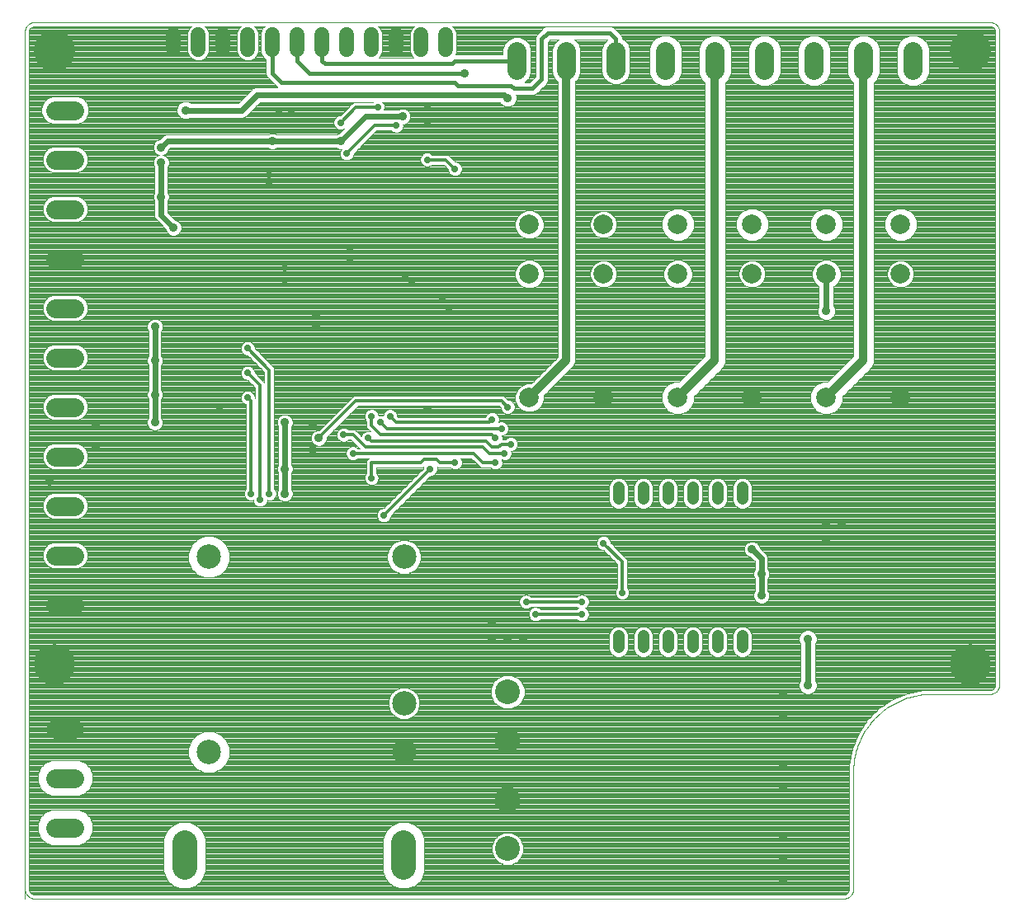
<source format=gbl>
G75*
%MOIN*%
%OFA0B0*%
%FSLAX25Y25*%
%IPPOS*%
%LPD*%
%AMOC8*
5,1,8,0,0,1.08239X$1,22.5*
%
%ADD10C,0.00000*%
%ADD11C,0.07874*%
%ADD12C,0.07677*%
%ADD13C,0.05906*%
%ADD14C,0.09843*%
%ADD15C,0.10000*%
%ADD16C,0.04800*%
%ADD17C,0.10000*%
%ADD18OC8,0.10000*%
%ADD19C,0.00394*%
%ADD20C,0.16598*%
%ADD21C,0.02775*%
%ADD22C,0.03562*%
%ADD23C,0.02400*%
%ADD24C,0.01200*%
%ADD25C,0.03200*%
%ADD26C,0.01600*%
D10*
X0001197Y0009833D02*
X0001197Y0285424D01*
D11*
X0204947Y0282333D03*
X0204947Y0262333D03*
X0234947Y0262333D03*
X0234947Y0282333D03*
X0264947Y0282333D03*
X0264947Y0262333D03*
X0294947Y0262333D03*
X0294947Y0282333D03*
X0324947Y0282333D03*
X0324947Y0262333D03*
X0354947Y0262333D03*
X0354947Y0282333D03*
X0354947Y0212333D03*
X0324947Y0212333D03*
X0294947Y0212333D03*
X0264947Y0212333D03*
X0234947Y0212333D03*
X0204947Y0212333D03*
D12*
X0199947Y0344745D02*
X0199947Y0352422D01*
X0219947Y0352422D02*
X0219947Y0344745D01*
X0239947Y0344745D02*
X0239947Y0352422D01*
X0259947Y0352422D02*
X0259947Y0344745D01*
X0279947Y0344745D02*
X0279947Y0352422D01*
X0299947Y0352422D02*
X0299947Y0344745D01*
X0319947Y0344745D02*
X0319947Y0352422D01*
X0339947Y0352422D02*
X0339947Y0344745D01*
X0359947Y0344745D02*
X0359947Y0352422D01*
X0021285Y0328583D02*
X0013608Y0328583D01*
X0013608Y0308583D02*
X0021285Y0308583D01*
X0021285Y0288583D02*
X0013608Y0288583D01*
X0013608Y0268583D02*
X0021285Y0268583D01*
X0021285Y0248583D02*
X0013608Y0248583D01*
X0013608Y0228583D02*
X0021285Y0228583D01*
X0021285Y0208583D02*
X0013608Y0208583D01*
X0013608Y0188583D02*
X0021285Y0188583D01*
X0021285Y0168583D02*
X0013608Y0168583D01*
X0013608Y0148583D02*
X0021285Y0148583D01*
X0021285Y0128583D02*
X0013608Y0128583D01*
X0013608Y0078583D02*
X0021285Y0078583D01*
X0021285Y0058583D02*
X0013608Y0058583D01*
X0013608Y0038583D02*
X0021285Y0038583D01*
D13*
X0061197Y0353131D02*
X0061197Y0359036D01*
X0071197Y0359036D02*
X0071197Y0353131D01*
X0081197Y0353131D02*
X0081197Y0359036D01*
X0091197Y0359036D02*
X0091197Y0353131D01*
X0101197Y0353131D02*
X0101197Y0359036D01*
X0111197Y0359036D02*
X0111197Y0353131D01*
X0121197Y0353131D02*
X0121197Y0359036D01*
X0131197Y0359036D02*
X0131197Y0353131D01*
X0141197Y0353131D02*
X0141197Y0359036D01*
X0151197Y0359036D02*
X0151197Y0353131D01*
X0161197Y0353131D02*
X0161197Y0359036D01*
X0171197Y0359036D02*
X0171197Y0353131D01*
D14*
X0154317Y0147953D03*
X0154317Y0088898D03*
X0154317Y0069213D03*
X0075577Y0069213D03*
X0075577Y0147953D03*
D15*
X0065647Y0032333D02*
X0065647Y0022333D01*
X0154247Y0022333D02*
X0154247Y0032333D01*
D16*
X0241039Y0111292D02*
X0241039Y0116092D01*
X0251039Y0116092D02*
X0251039Y0111292D01*
X0261039Y0111292D02*
X0261039Y0116092D01*
X0271039Y0116092D02*
X0271039Y0111292D01*
X0281039Y0111292D02*
X0281039Y0116092D01*
X0291039Y0116092D02*
X0291039Y0111292D01*
X0291039Y0171292D02*
X0291039Y0176092D01*
X0281039Y0176092D02*
X0281039Y0171292D01*
X0271039Y0171292D02*
X0271039Y0176092D01*
X0261039Y0176092D02*
X0261039Y0171292D01*
X0251039Y0171292D02*
X0251039Y0176092D01*
X0241039Y0176092D02*
X0241039Y0171292D01*
D17*
X0196197Y0093426D03*
X0196197Y0029991D03*
D18*
X0196197Y0049676D03*
X0196197Y0073741D03*
D19*
X0197549Y0086629D02*
X0200047Y0087664D01*
X0201959Y0089576D01*
X0202994Y0092074D01*
X0202994Y0094778D01*
X0201959Y0097276D01*
X0200047Y0099188D01*
X0197549Y0100223D01*
X0194845Y0100223D01*
X0192347Y0099188D01*
X0190435Y0097276D01*
X0189400Y0094778D01*
X0189400Y0092074D01*
X0190435Y0089576D01*
X0192347Y0087664D01*
X0194845Y0086629D01*
X0197549Y0086629D01*
X0197737Y0086707D02*
X0346235Y0086707D01*
X0346245Y0086717D02*
X0341636Y0082108D01*
X0338015Y0076688D01*
X0335520Y0070666D01*
X0334249Y0064273D01*
X0334249Y0013770D01*
X0334204Y0013313D01*
X0333854Y0012468D01*
X0333207Y0011822D01*
X0332363Y0011472D01*
X0331905Y0011427D01*
X0005134Y0011427D01*
X0004677Y0011472D01*
X0003832Y0011822D01*
X0003185Y0012468D01*
X0002836Y0013313D01*
X0002791Y0013770D01*
X0002791Y0360227D01*
X0002836Y0360684D01*
X0003185Y0361529D01*
X0003832Y0362175D01*
X0004677Y0362525D01*
X0005134Y0362570D01*
X0068580Y0362570D01*
X0067509Y0361500D01*
X0066847Y0359901D01*
X0066847Y0352265D01*
X0067509Y0350667D01*
X0068733Y0349443D01*
X0070332Y0348781D01*
X0072062Y0348781D01*
X0073661Y0349443D01*
X0074884Y0350667D01*
X0075546Y0352265D01*
X0075546Y0359901D01*
X0074884Y0361500D01*
X0073814Y0362570D01*
X0088580Y0362570D01*
X0087509Y0361500D01*
X0086847Y0359901D01*
X0086847Y0352265D01*
X0087509Y0350667D01*
X0088733Y0349443D01*
X0090332Y0348781D01*
X0092062Y0348781D01*
X0093661Y0349443D01*
X0094884Y0350667D01*
X0095546Y0352265D01*
X0095546Y0359901D01*
X0094884Y0361500D01*
X0093814Y0362570D01*
X0098014Y0362570D01*
X0097170Y0361727D01*
X0096447Y0359981D01*
X0096447Y0352186D01*
X0097170Y0350440D01*
X0098506Y0349104D01*
X0098600Y0349065D01*
X0098600Y0343067D01*
X0098995Y0342112D01*
X0102745Y0338362D01*
X0103278Y0337830D01*
X0094351Y0337830D01*
X0093249Y0337374D01*
X0092406Y0336531D01*
X0087455Y0331580D01*
X0068260Y0331580D01*
X0068224Y0331617D01*
X0066909Y0332161D01*
X0065485Y0332161D01*
X0064170Y0331617D01*
X0063164Y0330610D01*
X0062619Y0329295D01*
X0062619Y0327872D01*
X0063164Y0326557D01*
X0064170Y0325550D01*
X0065485Y0325005D01*
X0066909Y0325005D01*
X0068224Y0325550D01*
X0068260Y0325586D01*
X0089293Y0325586D01*
X0090394Y0326043D01*
X0096188Y0331836D01*
X0141763Y0331836D01*
X0141756Y0331830D01*
X0134120Y0331830D01*
X0132950Y0330660D01*
X0128657Y0326368D01*
X0128143Y0326368D01*
X0127120Y0325944D01*
X0126336Y0325160D01*
X0125913Y0324137D01*
X0125913Y0323030D01*
X0126336Y0322006D01*
X0127120Y0321223D01*
X0128143Y0320799D01*
X0129251Y0320799D01*
X0130086Y0321145D01*
X0128202Y0319261D01*
X0128065Y0319261D01*
X0126897Y0318777D01*
X0126799Y0318680D01*
X0103094Y0318680D01*
X0102997Y0318777D01*
X0101829Y0319261D01*
X0100565Y0319261D01*
X0099397Y0318777D01*
X0099299Y0318680D01*
X0058180Y0318680D01*
X0057226Y0318285D01*
X0055702Y0316761D01*
X0055565Y0316761D01*
X0054397Y0316277D01*
X0053503Y0315383D01*
X0053019Y0314215D01*
X0053019Y0312951D01*
X0053503Y0311783D01*
X0054397Y0310889D01*
X0055437Y0310458D01*
X0054397Y0310027D01*
X0053503Y0309133D01*
X0053019Y0307965D01*
X0053019Y0306701D01*
X0053503Y0305533D01*
X0053600Y0305436D01*
X0053600Y0295481D01*
X0053503Y0295383D01*
X0053019Y0294215D01*
X0053019Y0292951D01*
X0053503Y0291783D01*
X0053600Y0291686D01*
X0053600Y0285567D01*
X0053995Y0284612D01*
X0058019Y0280589D01*
X0058019Y0280451D01*
X0058503Y0279283D01*
X0002791Y0279283D01*
X0002791Y0278891D02*
X0058895Y0278891D01*
X0058503Y0279283D02*
X0059397Y0278389D01*
X0060565Y0277905D01*
X0061829Y0277905D01*
X0062997Y0278389D01*
X0063891Y0279283D01*
X0200004Y0279283D01*
X0200086Y0279085D02*
X0201699Y0277472D01*
X0203806Y0276599D01*
X0206087Y0276599D01*
X0208195Y0277472D01*
X0209808Y0279085D01*
X0210681Y0281193D01*
X0210681Y0283474D01*
X0209808Y0285581D01*
X0208195Y0287194D01*
X0206087Y0288067D01*
X0203806Y0288067D01*
X0201699Y0287194D01*
X0200086Y0285581D01*
X0199213Y0283474D01*
X0199213Y0281193D01*
X0200086Y0279085D01*
X0200280Y0278891D02*
X0063499Y0278891D01*
X0063891Y0279283D02*
X0064375Y0280451D01*
X0064375Y0281715D01*
X0063891Y0282883D01*
X0062997Y0283777D01*
X0061829Y0284261D01*
X0061691Y0284261D01*
X0058794Y0287159D01*
X0058794Y0291686D01*
X0058891Y0291783D01*
X0059375Y0292951D01*
X0059375Y0294215D01*
X0058891Y0295383D01*
X0058794Y0295481D01*
X0058794Y0305436D01*
X0058891Y0305533D01*
X0059375Y0306701D01*
X0059375Y0307965D01*
X0058891Y0309133D01*
X0057997Y0310027D01*
X0056957Y0310458D01*
X0057997Y0310889D01*
X0058891Y0311783D01*
X0059375Y0312951D01*
X0059375Y0313089D01*
X0059772Y0313486D01*
X0099299Y0313486D01*
X0099397Y0313389D01*
X0100565Y0312905D01*
X0101829Y0312905D01*
X0102997Y0313389D01*
X0103094Y0313486D01*
X0126799Y0313486D01*
X0126897Y0313389D01*
X0128065Y0312905D01*
X0129081Y0312905D01*
X0128836Y0312660D01*
X0128413Y0311637D01*
X0128413Y0310530D01*
X0128836Y0309506D01*
X0129620Y0308723D01*
X0130643Y0308299D01*
X0131751Y0308299D01*
X0132774Y0308723D01*
X0133557Y0309506D01*
X0133981Y0310530D01*
X0133981Y0311044D01*
X0143274Y0320336D01*
X0149256Y0320336D01*
X0149620Y0319973D01*
X0150643Y0319549D01*
X0151751Y0319549D01*
X0152774Y0319973D01*
X0153557Y0320756D01*
X0153981Y0321780D01*
X0153981Y0322887D01*
X0153974Y0322905D01*
X0154329Y0322905D01*
X0155497Y0323389D01*
X0156391Y0324283D01*
X0156875Y0325451D01*
X0156875Y0326715D01*
X0156391Y0327883D01*
X0155497Y0328777D01*
X0154329Y0329261D01*
X0153065Y0329261D01*
X0151897Y0328777D01*
X0151799Y0328680D01*
X0146233Y0328680D01*
X0146481Y0329280D01*
X0146481Y0330387D01*
X0146057Y0331410D01*
X0145631Y0331836D01*
X0193048Y0331836D01*
X0193164Y0331557D01*
X0194170Y0330550D01*
X0195485Y0330005D01*
X0196909Y0330005D01*
X0198224Y0330550D01*
X0199230Y0331557D01*
X0199775Y0332872D01*
X0199775Y0334295D01*
X0199592Y0334736D01*
X0206713Y0334736D01*
X0207668Y0335132D01*
X0211418Y0338882D01*
X0212148Y0339612D01*
X0212544Y0340567D01*
X0212544Y0356258D01*
X0213522Y0357236D01*
X0216844Y0357236D01*
X0216755Y0357199D01*
X0215169Y0355614D01*
X0214311Y0353543D01*
X0214311Y0343624D01*
X0215169Y0341553D01*
X0216550Y0340172D01*
X0216550Y0228740D01*
X0205877Y0218067D01*
X0203806Y0218067D01*
X0201699Y0217194D01*
X0200086Y0215581D01*
X0199213Y0213474D01*
X0199213Y0211193D01*
X0200086Y0209085D01*
X0201699Y0207472D01*
X0203806Y0206599D01*
X0206087Y0206599D01*
X0208195Y0207472D01*
X0209808Y0209085D01*
X0210681Y0211193D01*
X0210681Y0213263D01*
X0221871Y0224454D01*
X0222827Y0225409D01*
X0223344Y0226658D01*
X0223344Y0340172D01*
X0224724Y0341553D01*
X0225582Y0343624D01*
X0225582Y0353543D01*
X0224724Y0355614D01*
X0223139Y0357199D01*
X0223049Y0357236D01*
X0236371Y0357236D01*
X0236581Y0357026D01*
X0235169Y0355614D01*
X0234311Y0353543D01*
X0234311Y0343624D01*
X0235169Y0341553D01*
X0236755Y0339967D01*
X0238826Y0339109D01*
X0241068Y0339109D01*
X0243139Y0339967D01*
X0244724Y0341553D01*
X0245582Y0343624D01*
X0245582Y0353543D01*
X0244724Y0355614D01*
X0243139Y0357199D01*
X0242544Y0357446D01*
X0242544Y0357850D01*
X0242148Y0358804D01*
X0241418Y0359535D01*
X0238918Y0362035D01*
X0237963Y0362430D01*
X0211930Y0362430D01*
X0210976Y0362035D01*
X0210245Y0361304D01*
X0207745Y0358804D01*
X0207350Y0357850D01*
X0207350Y0342159D01*
X0205121Y0339930D01*
X0203049Y0339930D01*
X0203139Y0339967D01*
X0204724Y0341553D01*
X0205582Y0343624D01*
X0205582Y0353543D01*
X0204724Y0355614D01*
X0203139Y0357199D01*
X0201068Y0358057D01*
X0198826Y0358057D01*
X0196755Y0357199D01*
X0195169Y0355614D01*
X0194311Y0353543D01*
X0194311Y0351180D01*
X0175097Y0351180D01*
X0175546Y0352265D01*
X0175546Y0359901D01*
X0174884Y0361500D01*
X0173814Y0362570D01*
X0390961Y0362570D01*
X0391418Y0362525D01*
X0392262Y0362175D01*
X0392909Y0361529D01*
X0393259Y0360684D01*
X0393304Y0360227D01*
X0393304Y0096447D01*
X0393259Y0095990D01*
X0392909Y0095146D01*
X0392262Y0094499D01*
X0391418Y0094149D01*
X0390961Y0094104D01*
X0364080Y0094104D01*
X0357687Y0092833D01*
X0351665Y0090338D01*
X0346245Y0086717D01*
X0345843Y0086315D02*
X0160085Y0086315D01*
X0160248Y0086707D02*
X0194657Y0086707D01*
X0193710Y0087099D02*
X0160410Y0087099D01*
X0160573Y0087491D02*
X0192763Y0087491D01*
X0192127Y0087884D02*
X0160635Y0087884D01*
X0160635Y0087642D02*
X0159673Y0085319D01*
X0157896Y0083542D01*
X0155574Y0082580D01*
X0153060Y0082580D01*
X0150738Y0083542D01*
X0148961Y0085319D01*
X0147999Y0087642D01*
X0147999Y0090155D01*
X0148961Y0092477D01*
X0150738Y0094255D01*
X0153060Y0095216D01*
X0155574Y0095216D01*
X0157896Y0094255D01*
X0159673Y0092477D01*
X0160635Y0090155D01*
X0160635Y0087642D01*
X0160635Y0088276D02*
X0191735Y0088276D01*
X0191343Y0088668D02*
X0160635Y0088668D01*
X0160635Y0089060D02*
X0190950Y0089060D01*
X0190558Y0089452D02*
X0160635Y0089452D01*
X0160635Y0089845D02*
X0190323Y0089845D01*
X0190161Y0090237D02*
X0160601Y0090237D01*
X0160439Y0090629D02*
X0189998Y0090629D01*
X0189836Y0091021D02*
X0160276Y0091021D01*
X0160114Y0091413D02*
X0189674Y0091413D01*
X0189511Y0091806D02*
X0159951Y0091806D01*
X0159789Y0092198D02*
X0189400Y0092198D01*
X0189400Y0092590D02*
X0159560Y0092590D01*
X0159168Y0092982D02*
X0189400Y0092982D01*
X0189400Y0093375D02*
X0158776Y0093375D01*
X0158384Y0093767D02*
X0189400Y0093767D01*
X0189400Y0094159D02*
X0157991Y0094159D01*
X0157180Y0094551D02*
X0189400Y0094551D01*
X0189469Y0094943D02*
X0156233Y0094943D01*
X0152401Y0094943D02*
X0002791Y0094943D01*
X0002791Y0094551D02*
X0151454Y0094551D01*
X0150642Y0094159D02*
X0002791Y0094159D01*
X0002791Y0093767D02*
X0150250Y0093767D01*
X0149858Y0093375D02*
X0002791Y0093375D01*
X0002791Y0092982D02*
X0149466Y0092982D01*
X0149074Y0092590D02*
X0002791Y0092590D01*
X0002791Y0092198D02*
X0148845Y0092198D01*
X0148683Y0091806D02*
X0002791Y0091806D01*
X0002791Y0091413D02*
X0148520Y0091413D01*
X0148358Y0091021D02*
X0002791Y0091021D01*
X0002791Y0090629D02*
X0148195Y0090629D01*
X0148033Y0090237D02*
X0002791Y0090237D01*
X0002791Y0089845D02*
X0147999Y0089845D01*
X0147999Y0089452D02*
X0002791Y0089452D01*
X0002791Y0089060D02*
X0147999Y0089060D01*
X0147999Y0088668D02*
X0002791Y0088668D01*
X0002791Y0088276D02*
X0147999Y0088276D01*
X0147999Y0087884D02*
X0002791Y0087884D01*
X0002791Y0087491D02*
X0148061Y0087491D01*
X0148223Y0087099D02*
X0002791Y0087099D01*
X0002791Y0086707D02*
X0148386Y0086707D01*
X0148548Y0086315D02*
X0002791Y0086315D01*
X0002791Y0085922D02*
X0148711Y0085922D01*
X0148873Y0085530D02*
X0002791Y0085530D01*
X0002791Y0085138D02*
X0149142Y0085138D01*
X0149534Y0084746D02*
X0002791Y0084746D01*
X0002791Y0084354D02*
X0149926Y0084354D01*
X0150319Y0083961D02*
X0002791Y0083961D01*
X0002791Y0083569D02*
X0150711Y0083569D01*
X0151619Y0083177D02*
X0002791Y0083177D01*
X0002791Y0082785D02*
X0152566Y0082785D01*
X0156068Y0082785D02*
X0342313Y0082785D01*
X0342705Y0083177D02*
X0157015Y0083177D01*
X0157923Y0083569D02*
X0343097Y0083569D01*
X0343490Y0083961D02*
X0158315Y0083961D01*
X0158707Y0084354D02*
X0343882Y0084354D01*
X0344274Y0084746D02*
X0159100Y0084746D01*
X0159492Y0085138D02*
X0344666Y0085138D01*
X0345058Y0085530D02*
X0159761Y0085530D01*
X0159923Y0085922D02*
X0345451Y0085922D01*
X0346817Y0087099D02*
X0198684Y0087099D01*
X0199631Y0087491D02*
X0347404Y0087491D01*
X0347991Y0087884D02*
X0200267Y0087884D01*
X0200659Y0088276D02*
X0348578Y0088276D01*
X0349165Y0088668D02*
X0201051Y0088668D01*
X0201443Y0089060D02*
X0349752Y0089060D01*
X0350339Y0089452D02*
X0201836Y0089452D01*
X0202070Y0089845D02*
X0350926Y0089845D01*
X0351513Y0090237D02*
X0202233Y0090237D01*
X0202395Y0090629D02*
X0352367Y0090629D01*
X0351665Y0090338D02*
X0351665Y0090338D01*
X0353314Y0091021D02*
X0202558Y0091021D01*
X0202720Y0091413D02*
X0354261Y0091413D01*
X0355207Y0091806D02*
X0202883Y0091806D01*
X0202994Y0092198D02*
X0356154Y0092198D01*
X0357101Y0092590D02*
X0318363Y0092590D01*
X0318159Y0092505D02*
X0319474Y0093050D01*
X0320480Y0094057D01*
X0321025Y0095372D01*
X0321025Y0096795D01*
X0320480Y0098110D01*
X0320444Y0098146D01*
X0320444Y0112770D01*
X0320480Y0112807D01*
X0321025Y0114122D01*
X0321025Y0115545D01*
X0320480Y0116860D01*
X0319474Y0117867D01*
X0318159Y0118411D01*
X0316735Y0118411D01*
X0315420Y0117867D01*
X0314414Y0116860D01*
X0313869Y0115545D01*
X0313869Y0114122D01*
X0314414Y0112807D01*
X0314450Y0112770D01*
X0314450Y0098146D01*
X0314414Y0098110D01*
X0313869Y0096795D01*
X0313869Y0095372D01*
X0314414Y0094057D01*
X0315420Y0093050D01*
X0316735Y0092505D01*
X0318159Y0092505D01*
X0319310Y0092982D02*
X0358439Y0092982D01*
X0357687Y0092833D02*
X0357687Y0092833D01*
X0360411Y0093375D02*
X0319798Y0093375D01*
X0320190Y0093767D02*
X0362383Y0093767D01*
X0367339Y0092510D02*
X0390961Y0092510D01*
X0391441Y0094159D02*
X0320522Y0094159D01*
X0320685Y0094551D02*
X0392315Y0094551D01*
X0392707Y0094943D02*
X0320847Y0094943D01*
X0321010Y0095336D02*
X0392988Y0095336D01*
X0393150Y0095728D02*
X0321025Y0095728D01*
X0321025Y0096120D02*
X0393272Y0096120D01*
X0393304Y0096512D02*
X0321025Y0096512D01*
X0320979Y0096904D02*
X0393304Y0096904D01*
X0393304Y0097297D02*
X0320817Y0097297D01*
X0320655Y0097689D02*
X0393304Y0097689D01*
X0393304Y0098081D02*
X0320492Y0098081D01*
X0320444Y0098473D02*
X0393304Y0098473D01*
X0393304Y0098865D02*
X0320444Y0098865D01*
X0320444Y0099258D02*
X0393304Y0099258D01*
X0393304Y0099650D02*
X0320444Y0099650D01*
X0320444Y0100042D02*
X0393304Y0100042D01*
X0393304Y0100434D02*
X0320444Y0100434D01*
X0320444Y0100827D02*
X0393304Y0100827D01*
X0393304Y0101219D02*
X0320444Y0101219D01*
X0320444Y0101611D02*
X0393304Y0101611D01*
X0393304Y0102003D02*
X0320444Y0102003D01*
X0320444Y0102395D02*
X0393304Y0102395D01*
X0393304Y0102788D02*
X0320444Y0102788D01*
X0320444Y0103180D02*
X0393304Y0103180D01*
X0393304Y0103572D02*
X0320444Y0103572D01*
X0320444Y0103964D02*
X0393304Y0103964D01*
X0393304Y0104356D02*
X0320444Y0104356D01*
X0320444Y0104749D02*
X0393304Y0104749D01*
X0393304Y0105141D02*
X0320444Y0105141D01*
X0320444Y0105533D02*
X0393304Y0105533D01*
X0393304Y0105925D02*
X0320444Y0105925D01*
X0320444Y0106318D02*
X0393304Y0106318D01*
X0393304Y0106710D02*
X0320444Y0106710D01*
X0320444Y0107102D02*
X0393304Y0107102D01*
X0393304Y0107494D02*
X0320444Y0107494D01*
X0320444Y0107886D02*
X0393304Y0107886D01*
X0393304Y0108279D02*
X0320444Y0108279D01*
X0320444Y0108671D02*
X0393304Y0108671D01*
X0393304Y0109063D02*
X0320444Y0109063D01*
X0320444Y0109455D02*
X0393304Y0109455D01*
X0393304Y0109847D02*
X0320444Y0109847D01*
X0320444Y0110240D02*
X0393304Y0110240D01*
X0393304Y0110632D02*
X0320444Y0110632D01*
X0320444Y0111024D02*
X0393304Y0111024D01*
X0393304Y0111416D02*
X0320444Y0111416D01*
X0320444Y0111808D02*
X0393304Y0111808D01*
X0393304Y0112201D02*
X0320444Y0112201D01*
X0320444Y0112593D02*
X0393304Y0112593D01*
X0393304Y0112985D02*
X0320554Y0112985D01*
X0320716Y0113377D02*
X0393304Y0113377D01*
X0393304Y0113770D02*
X0320879Y0113770D01*
X0321025Y0114162D02*
X0393304Y0114162D01*
X0393304Y0114554D02*
X0321025Y0114554D01*
X0321025Y0114946D02*
X0393304Y0114946D01*
X0393304Y0115338D02*
X0321025Y0115338D01*
X0320948Y0115731D02*
X0393304Y0115731D01*
X0393304Y0116123D02*
X0320785Y0116123D01*
X0320623Y0116515D02*
X0393304Y0116515D01*
X0393304Y0116907D02*
X0320433Y0116907D01*
X0320041Y0117299D02*
X0393304Y0117299D01*
X0393304Y0117692D02*
X0319648Y0117692D01*
X0318949Y0118084D02*
X0393304Y0118084D01*
X0393304Y0118476D02*
X0294024Y0118476D01*
X0294258Y0118242D02*
X0293190Y0119310D01*
X0291795Y0119888D01*
X0290284Y0119888D01*
X0288889Y0119310D01*
X0287821Y0118242D01*
X0287243Y0116847D01*
X0287243Y0110536D01*
X0287821Y0109141D01*
X0288889Y0108073D01*
X0290284Y0107495D01*
X0291795Y0107495D01*
X0293190Y0108073D01*
X0294258Y0109141D01*
X0294836Y0110536D01*
X0294836Y0116847D01*
X0294258Y0118242D01*
X0294324Y0118084D02*
X0315945Y0118084D01*
X0315245Y0117692D02*
X0294486Y0117692D01*
X0294649Y0117299D02*
X0314853Y0117299D01*
X0314461Y0116907D02*
X0294811Y0116907D01*
X0294836Y0116515D02*
X0314271Y0116515D01*
X0314108Y0116123D02*
X0294836Y0116123D01*
X0294836Y0115731D02*
X0313946Y0115731D01*
X0313869Y0115338D02*
X0294836Y0115338D01*
X0294836Y0114946D02*
X0313869Y0114946D01*
X0313869Y0114554D02*
X0294836Y0114554D01*
X0294836Y0114162D02*
X0313869Y0114162D01*
X0314015Y0113770D02*
X0294836Y0113770D01*
X0294836Y0113377D02*
X0314177Y0113377D01*
X0314340Y0112985D02*
X0294836Y0112985D01*
X0294836Y0112593D02*
X0314450Y0112593D01*
X0314450Y0112201D02*
X0294836Y0112201D01*
X0294836Y0111808D02*
X0314450Y0111808D01*
X0314450Y0111416D02*
X0294836Y0111416D01*
X0294836Y0111024D02*
X0314450Y0111024D01*
X0314450Y0110632D02*
X0294836Y0110632D01*
X0294713Y0110240D02*
X0314450Y0110240D01*
X0314450Y0109847D02*
X0294551Y0109847D01*
X0294388Y0109455D02*
X0314450Y0109455D01*
X0314450Y0109063D02*
X0294180Y0109063D01*
X0293788Y0108671D02*
X0314450Y0108671D01*
X0314450Y0108279D02*
X0293396Y0108279D01*
X0292740Y0107886D02*
X0314450Y0107886D01*
X0314450Y0107494D02*
X0002791Y0107494D01*
X0002791Y0107102D02*
X0314450Y0107102D01*
X0314450Y0106710D02*
X0002791Y0106710D01*
X0002791Y0106318D02*
X0314450Y0106318D01*
X0314450Y0105925D02*
X0002791Y0105925D01*
X0002791Y0105533D02*
X0314450Y0105533D01*
X0314450Y0105141D02*
X0002791Y0105141D01*
X0002791Y0104749D02*
X0314450Y0104749D01*
X0314450Y0104356D02*
X0002791Y0104356D01*
X0002791Y0103964D02*
X0314450Y0103964D01*
X0314450Y0103572D02*
X0002791Y0103572D01*
X0002791Y0103180D02*
X0314450Y0103180D01*
X0314450Y0102788D02*
X0002791Y0102788D01*
X0002791Y0102395D02*
X0314450Y0102395D01*
X0314450Y0102003D02*
X0002791Y0102003D01*
X0002791Y0101611D02*
X0314450Y0101611D01*
X0314450Y0101219D02*
X0002791Y0101219D01*
X0002791Y0100827D02*
X0314450Y0100827D01*
X0314450Y0100434D02*
X0002791Y0100434D01*
X0002791Y0100042D02*
X0194409Y0100042D01*
X0193462Y0099650D02*
X0002791Y0099650D01*
X0002791Y0099258D02*
X0192515Y0099258D01*
X0192024Y0098865D02*
X0002791Y0098865D01*
X0002791Y0098473D02*
X0191632Y0098473D01*
X0191240Y0098081D02*
X0002791Y0098081D01*
X0002791Y0097689D02*
X0190848Y0097689D01*
X0190455Y0097297D02*
X0002791Y0097297D01*
X0002791Y0096904D02*
X0190281Y0096904D01*
X0190118Y0096512D02*
X0002791Y0096512D01*
X0002791Y0096120D02*
X0189956Y0096120D01*
X0189793Y0095728D02*
X0002791Y0095728D01*
X0002791Y0095336D02*
X0189631Y0095336D01*
X0197985Y0100042D02*
X0314450Y0100042D01*
X0314450Y0099650D02*
X0198932Y0099650D01*
X0199879Y0099258D02*
X0314450Y0099258D01*
X0314450Y0098865D02*
X0200369Y0098865D01*
X0200762Y0098473D02*
X0314450Y0098473D01*
X0314402Y0098081D02*
X0201154Y0098081D01*
X0201546Y0097689D02*
X0314239Y0097689D01*
X0314077Y0097297D02*
X0201938Y0097297D01*
X0202113Y0096904D02*
X0313914Y0096904D01*
X0313869Y0096512D02*
X0202275Y0096512D01*
X0202438Y0096120D02*
X0313869Y0096120D01*
X0313869Y0095728D02*
X0202600Y0095728D01*
X0202763Y0095336D02*
X0313884Y0095336D01*
X0314046Y0094943D02*
X0202925Y0094943D01*
X0202994Y0094551D02*
X0314209Y0094551D01*
X0314371Y0094159D02*
X0202994Y0094159D01*
X0202994Y0093767D02*
X0314703Y0093767D01*
X0315096Y0093375D02*
X0202994Y0093375D01*
X0202994Y0092982D02*
X0315584Y0092982D01*
X0316531Y0092590D02*
X0202994Y0092590D01*
X0206893Y0122049D02*
X0208001Y0122049D01*
X0209024Y0122473D01*
X0209388Y0122836D01*
X0224256Y0122836D01*
X0224620Y0122473D01*
X0225643Y0122049D01*
X0226751Y0122049D01*
X0227774Y0122473D01*
X0228557Y0123256D01*
X0228981Y0124280D01*
X0228981Y0125387D01*
X0228557Y0126410D01*
X0227774Y0127194D01*
X0227437Y0127333D01*
X0227774Y0127473D01*
X0228557Y0128256D01*
X0228981Y0129280D01*
X0228981Y0130387D01*
X0228557Y0131410D01*
X0227774Y0132194D01*
X0226751Y0132618D01*
X0225643Y0132618D01*
X0224620Y0132194D01*
X0224256Y0131830D01*
X0205638Y0131830D01*
X0205274Y0132194D01*
X0204251Y0132618D01*
X0203143Y0132618D01*
X0202120Y0132194D01*
X0201336Y0131410D01*
X0200913Y0130387D01*
X0200913Y0129280D01*
X0201336Y0128256D01*
X0202120Y0127473D01*
X0203143Y0127049D01*
X0204251Y0127049D01*
X0205274Y0127473D01*
X0205638Y0127836D01*
X0224256Y0127836D01*
X0224620Y0127473D01*
X0224957Y0127333D01*
X0224620Y0127194D01*
X0224256Y0126830D01*
X0209388Y0126830D01*
X0209024Y0127194D01*
X0208001Y0127618D01*
X0206893Y0127618D01*
X0205870Y0127194D01*
X0205086Y0126410D01*
X0204663Y0125387D01*
X0204663Y0124280D01*
X0205086Y0123256D01*
X0205870Y0122473D01*
X0206893Y0122049D01*
X0206050Y0122398D02*
X0002791Y0122398D01*
X0002791Y0122006D02*
X0393304Y0122006D01*
X0393304Y0122398D02*
X0227594Y0122398D01*
X0228091Y0122790D02*
X0393304Y0122790D01*
X0393304Y0123183D02*
X0228484Y0123183D01*
X0228689Y0123575D02*
X0393304Y0123575D01*
X0393304Y0123967D02*
X0228852Y0123967D01*
X0228981Y0124359D02*
X0393304Y0124359D01*
X0393304Y0124751D02*
X0228981Y0124751D01*
X0228981Y0125144D02*
X0393304Y0125144D01*
X0393304Y0125536D02*
X0228919Y0125536D01*
X0228757Y0125928D02*
X0393304Y0125928D01*
X0393304Y0126320D02*
X0228595Y0126320D01*
X0228255Y0126713D02*
X0393304Y0126713D01*
X0393304Y0127105D02*
X0227863Y0127105D01*
X0227798Y0127497D02*
X0393304Y0127497D01*
X0393304Y0127889D02*
X0228190Y0127889D01*
X0228568Y0128281D02*
X0393304Y0128281D01*
X0393304Y0128674D02*
X0228730Y0128674D01*
X0228893Y0129066D02*
X0393304Y0129066D01*
X0393304Y0129458D02*
X0300060Y0129458D01*
X0300497Y0129639D02*
X0299329Y0129155D01*
X0298065Y0129155D01*
X0296897Y0129639D01*
X0296003Y0130533D01*
X0295519Y0131701D01*
X0295519Y0132965D01*
X0296003Y0134133D01*
X0296100Y0134231D01*
X0296100Y0139186D01*
X0296003Y0139283D01*
X0295519Y0140451D01*
X0295519Y0141715D01*
X0296003Y0142883D01*
X0296100Y0142981D01*
X0296100Y0146258D01*
X0294452Y0147905D01*
X0294315Y0147905D01*
X0293147Y0148389D01*
X0292253Y0149283D01*
X0291769Y0150451D01*
X0291769Y0151715D01*
X0292253Y0152883D01*
X0293147Y0153777D01*
X0294315Y0154261D01*
X0295579Y0154261D01*
X0296747Y0153777D01*
X0297641Y0152883D01*
X0298125Y0151715D01*
X0298125Y0151578D01*
X0300898Y0148804D01*
X0301294Y0147850D01*
X0301294Y0142981D01*
X0301391Y0142883D01*
X0301875Y0141715D01*
X0301875Y0140451D01*
X0301391Y0139283D01*
X0301294Y0139186D01*
X0301294Y0134231D01*
X0301391Y0134133D01*
X0301875Y0132965D01*
X0301875Y0131701D01*
X0301391Y0130533D01*
X0300497Y0129639D01*
X0300708Y0129850D02*
X0393304Y0129850D01*
X0393304Y0130242D02*
X0301100Y0130242D01*
X0301433Y0130635D02*
X0393304Y0130635D01*
X0393304Y0131027D02*
X0301595Y0131027D01*
X0301758Y0131419D02*
X0393304Y0131419D01*
X0393304Y0131811D02*
X0301875Y0131811D01*
X0301875Y0132204D02*
X0393304Y0132204D01*
X0393304Y0132596D02*
X0301875Y0132596D01*
X0301865Y0132988D02*
X0393304Y0132988D01*
X0393304Y0133380D02*
X0301703Y0133380D01*
X0301541Y0133772D02*
X0393304Y0133772D01*
X0393304Y0134165D02*
X0301360Y0134165D01*
X0301294Y0134557D02*
X0393304Y0134557D01*
X0393304Y0134949D02*
X0301294Y0134949D01*
X0301294Y0135341D02*
X0393304Y0135341D01*
X0393304Y0135733D02*
X0301294Y0135733D01*
X0301294Y0136126D02*
X0393304Y0136126D01*
X0393304Y0136518D02*
X0301294Y0136518D01*
X0301294Y0136910D02*
X0393304Y0136910D01*
X0393304Y0137302D02*
X0301294Y0137302D01*
X0301294Y0137694D02*
X0393304Y0137694D01*
X0393304Y0138087D02*
X0301294Y0138087D01*
X0301294Y0138479D02*
X0393304Y0138479D01*
X0393304Y0138871D02*
X0301294Y0138871D01*
X0301371Y0139263D02*
X0393304Y0139263D01*
X0393304Y0139656D02*
X0301545Y0139656D01*
X0301708Y0140048D02*
X0393304Y0140048D01*
X0393304Y0140440D02*
X0301870Y0140440D01*
X0301875Y0140832D02*
X0393304Y0140832D01*
X0393304Y0141224D02*
X0301875Y0141224D01*
X0301875Y0141617D02*
X0393304Y0141617D01*
X0393304Y0142009D02*
X0301753Y0142009D01*
X0301591Y0142401D02*
X0393304Y0142401D01*
X0393304Y0142793D02*
X0301428Y0142793D01*
X0301294Y0143185D02*
X0393304Y0143185D01*
X0393304Y0143578D02*
X0301294Y0143578D01*
X0301294Y0143970D02*
X0393304Y0143970D01*
X0393304Y0144362D02*
X0301294Y0144362D01*
X0301294Y0144754D02*
X0393304Y0144754D01*
X0393304Y0145147D02*
X0301294Y0145147D01*
X0301294Y0145539D02*
X0393304Y0145539D01*
X0393304Y0145931D02*
X0301294Y0145931D01*
X0301294Y0146323D02*
X0393304Y0146323D01*
X0393304Y0146715D02*
X0301294Y0146715D01*
X0301294Y0147108D02*
X0393304Y0147108D01*
X0393304Y0147500D02*
X0301294Y0147500D01*
X0301276Y0147892D02*
X0393304Y0147892D01*
X0393304Y0148284D02*
X0301114Y0148284D01*
X0300951Y0148676D02*
X0393304Y0148676D01*
X0393304Y0149069D02*
X0300634Y0149069D01*
X0300242Y0149461D02*
X0393304Y0149461D01*
X0393304Y0149853D02*
X0299850Y0149853D01*
X0299457Y0150245D02*
X0393304Y0150245D01*
X0393304Y0150637D02*
X0299065Y0150637D01*
X0298673Y0151030D02*
X0393304Y0151030D01*
X0393304Y0151422D02*
X0298281Y0151422D01*
X0298084Y0151814D02*
X0393304Y0151814D01*
X0393304Y0152206D02*
X0297921Y0152206D01*
X0297759Y0152599D02*
X0393304Y0152599D01*
X0393304Y0152991D02*
X0297534Y0152991D01*
X0297142Y0153383D02*
X0393304Y0153383D01*
X0393304Y0153775D02*
X0296749Y0153775D01*
X0295806Y0154167D02*
X0393304Y0154167D01*
X0393304Y0154560D02*
X0237556Y0154560D01*
X0237394Y0154952D02*
X0393304Y0154952D01*
X0393304Y0155344D02*
X0237124Y0155344D01*
X0237307Y0155160D02*
X0236524Y0155944D01*
X0235501Y0156368D01*
X0234393Y0156368D01*
X0233370Y0155944D01*
X0232586Y0155160D01*
X0232163Y0154137D01*
X0232163Y0153030D01*
X0232586Y0152006D01*
X0233370Y0151223D01*
X0234393Y0150799D01*
X0234907Y0150799D01*
X0240450Y0145256D01*
X0240450Y0135524D01*
X0240086Y0135160D01*
X0239663Y0134137D01*
X0239663Y0133030D01*
X0240086Y0132006D01*
X0240870Y0131223D01*
X0241893Y0130799D01*
X0243001Y0130799D01*
X0244024Y0131223D01*
X0244807Y0132006D01*
X0245231Y0133030D01*
X0245231Y0134137D01*
X0244807Y0135160D01*
X0244444Y0135524D01*
X0244444Y0146910D01*
X0237731Y0153623D01*
X0237731Y0154137D01*
X0237307Y0155160D01*
X0236731Y0155736D02*
X0393304Y0155736D01*
X0393304Y0156128D02*
X0236078Y0156128D01*
X0233816Y0156128D02*
X0077577Y0156128D01*
X0077231Y0156272D02*
X0073922Y0156272D01*
X0070865Y0155005D01*
X0068525Y0152665D01*
X0067259Y0149608D01*
X0067259Y0146299D01*
X0068525Y0143242D01*
X0070865Y0140902D01*
X0073922Y0139635D01*
X0077231Y0139635D01*
X0080289Y0140902D01*
X0082629Y0143242D01*
X0083895Y0146299D01*
X0083895Y0149608D01*
X0082629Y0152665D01*
X0080289Y0155005D01*
X0077231Y0156272D01*
X0078524Y0155736D02*
X0233162Y0155736D01*
X0232770Y0155344D02*
X0079471Y0155344D01*
X0080342Y0154952D02*
X0232500Y0154952D01*
X0232338Y0154560D02*
X0155923Y0154560D01*
X0155653Y0154672D02*
X0152981Y0154672D01*
X0150511Y0153649D01*
X0148622Y0151759D01*
X0147599Y0149290D01*
X0147599Y0146617D01*
X0148622Y0144148D01*
X0150511Y0142258D01*
X0152981Y0141235D01*
X0155653Y0141235D01*
X0158122Y0142258D01*
X0160012Y0144148D01*
X0161035Y0146617D01*
X0161035Y0149290D01*
X0160012Y0151759D01*
X0158122Y0153649D01*
X0155653Y0154672D01*
X0156870Y0154167D02*
X0232175Y0154167D01*
X0232163Y0153775D02*
X0157817Y0153775D01*
X0158388Y0153383D02*
X0232163Y0153383D01*
X0232179Y0152991D02*
X0158780Y0152991D01*
X0159173Y0152599D02*
X0232341Y0152599D01*
X0232504Y0152206D02*
X0159565Y0152206D01*
X0159957Y0151814D02*
X0232779Y0151814D01*
X0233171Y0151422D02*
X0160152Y0151422D01*
X0160314Y0151030D02*
X0233836Y0151030D01*
X0235069Y0150637D02*
X0160477Y0150637D01*
X0160639Y0150245D02*
X0235461Y0150245D01*
X0235853Y0149853D02*
X0160802Y0149853D01*
X0160964Y0149461D02*
X0236245Y0149461D01*
X0236638Y0149069D02*
X0161035Y0149069D01*
X0161035Y0148676D02*
X0237030Y0148676D01*
X0237422Y0148284D02*
X0161035Y0148284D01*
X0161035Y0147892D02*
X0237814Y0147892D01*
X0238206Y0147500D02*
X0161035Y0147500D01*
X0161035Y0147108D02*
X0238599Y0147108D01*
X0238991Y0146715D02*
X0161035Y0146715D01*
X0160913Y0146323D02*
X0239383Y0146323D01*
X0239775Y0145931D02*
X0160751Y0145931D01*
X0160588Y0145539D02*
X0240167Y0145539D01*
X0240450Y0145147D02*
X0160426Y0145147D01*
X0160263Y0144754D02*
X0240450Y0144754D01*
X0240450Y0144362D02*
X0160101Y0144362D01*
X0159834Y0143970D02*
X0240450Y0143970D01*
X0240450Y0143578D02*
X0159442Y0143578D01*
X0159050Y0143185D02*
X0240450Y0143185D01*
X0240450Y0142793D02*
X0158658Y0142793D01*
X0158265Y0142401D02*
X0240450Y0142401D01*
X0240450Y0142009D02*
X0157521Y0142009D01*
X0156574Y0141617D02*
X0240450Y0141617D01*
X0240450Y0141224D02*
X0080611Y0141224D01*
X0081004Y0141617D02*
X0152060Y0141617D01*
X0151113Y0142009D02*
X0081396Y0142009D01*
X0081788Y0142401D02*
X0150368Y0142401D01*
X0149976Y0142793D02*
X0082180Y0142793D01*
X0082572Y0143185D02*
X0149584Y0143185D01*
X0149192Y0143578D02*
X0082768Y0143578D01*
X0082930Y0143970D02*
X0148800Y0143970D01*
X0148533Y0144362D02*
X0083093Y0144362D01*
X0083255Y0144754D02*
X0148370Y0144754D01*
X0148208Y0145147D02*
X0083418Y0145147D01*
X0083580Y0145539D02*
X0148045Y0145539D01*
X0147883Y0145931D02*
X0083742Y0145931D01*
X0083895Y0146323D02*
X0147721Y0146323D01*
X0147599Y0146715D02*
X0083895Y0146715D01*
X0083895Y0147108D02*
X0147599Y0147108D01*
X0147599Y0147500D02*
X0083895Y0147500D01*
X0083895Y0147892D02*
X0147599Y0147892D01*
X0147599Y0148284D02*
X0083895Y0148284D01*
X0083895Y0148676D02*
X0147599Y0148676D01*
X0147599Y0149069D02*
X0083895Y0149069D01*
X0083895Y0149461D02*
X0147670Y0149461D01*
X0147832Y0149853D02*
X0083793Y0149853D01*
X0083631Y0150245D02*
X0147995Y0150245D01*
X0148157Y0150637D02*
X0083468Y0150637D01*
X0083306Y0151030D02*
X0148320Y0151030D01*
X0148482Y0151422D02*
X0083144Y0151422D01*
X0082981Y0151814D02*
X0148677Y0151814D01*
X0149069Y0152206D02*
X0082819Y0152206D01*
X0082656Y0152599D02*
X0149461Y0152599D01*
X0149853Y0152991D02*
X0082303Y0152991D01*
X0081911Y0153383D02*
X0150246Y0153383D01*
X0150817Y0153775D02*
X0081519Y0153775D01*
X0081126Y0154167D02*
X0151764Y0154167D01*
X0152710Y0154560D02*
X0080734Y0154560D01*
X0073577Y0156128D02*
X0002791Y0156128D01*
X0002791Y0155736D02*
X0072630Y0155736D01*
X0071683Y0155344D02*
X0002791Y0155344D01*
X0002791Y0154952D02*
X0070812Y0154952D01*
X0070419Y0154560D02*
X0002791Y0154560D01*
X0002791Y0154167D02*
X0070027Y0154167D01*
X0069635Y0153775D02*
X0022432Y0153775D01*
X0022327Y0153819D02*
X0012567Y0153819D01*
X0010643Y0153022D01*
X0009170Y0151549D01*
X0008373Y0149625D01*
X0008373Y0147542D01*
X0009170Y0145618D01*
X0010643Y0144145D01*
X0012567Y0143348D01*
X0022327Y0143348D01*
X0024251Y0144145D01*
X0025724Y0145618D01*
X0026521Y0147542D01*
X0026521Y0149625D01*
X0025724Y0151549D01*
X0024251Y0153022D01*
X0022327Y0153819D01*
X0023379Y0153383D02*
X0069243Y0153383D01*
X0068851Y0152991D02*
X0024282Y0152991D01*
X0024674Y0152599D02*
X0068497Y0152599D01*
X0068335Y0152206D02*
X0025066Y0152206D01*
X0025459Y0151814D02*
X0068172Y0151814D01*
X0068010Y0151422D02*
X0025776Y0151422D01*
X0025939Y0151030D02*
X0067848Y0151030D01*
X0067685Y0150637D02*
X0026101Y0150637D01*
X0026264Y0150245D02*
X0067523Y0150245D01*
X0067360Y0149853D02*
X0026426Y0149853D01*
X0026521Y0149461D02*
X0067259Y0149461D01*
X0067259Y0149069D02*
X0026521Y0149069D01*
X0026521Y0148676D02*
X0067259Y0148676D01*
X0067259Y0148284D02*
X0026521Y0148284D01*
X0026521Y0147892D02*
X0067259Y0147892D01*
X0067259Y0147500D02*
X0026503Y0147500D01*
X0026341Y0147108D02*
X0067259Y0147108D01*
X0067259Y0146715D02*
X0026178Y0146715D01*
X0026016Y0146323D02*
X0067259Y0146323D01*
X0067411Y0145931D02*
X0025854Y0145931D01*
X0025645Y0145539D02*
X0067573Y0145539D01*
X0067736Y0145147D02*
X0025253Y0145147D01*
X0024860Y0144754D02*
X0067898Y0144754D01*
X0068061Y0144362D02*
X0024468Y0144362D01*
X0023828Y0143970D02*
X0068223Y0143970D01*
X0068386Y0143578D02*
X0022882Y0143578D01*
X0012012Y0143578D02*
X0002791Y0143578D01*
X0002791Y0143970D02*
X0011065Y0143970D01*
X0010425Y0144362D02*
X0002791Y0144362D01*
X0002791Y0144754D02*
X0010033Y0144754D01*
X0009641Y0145147D02*
X0002791Y0145147D01*
X0002791Y0145539D02*
X0009249Y0145539D01*
X0009040Y0145931D02*
X0002791Y0145931D01*
X0002791Y0146323D02*
X0008878Y0146323D01*
X0008715Y0146715D02*
X0002791Y0146715D01*
X0002791Y0147108D02*
X0008553Y0147108D01*
X0008390Y0147500D02*
X0002791Y0147500D01*
X0002791Y0147892D02*
X0008373Y0147892D01*
X0008373Y0148284D02*
X0002791Y0148284D01*
X0002791Y0148676D02*
X0008373Y0148676D01*
X0008373Y0149069D02*
X0002791Y0149069D01*
X0002791Y0149461D02*
X0008373Y0149461D01*
X0008467Y0149853D02*
X0002791Y0149853D01*
X0002791Y0150245D02*
X0008630Y0150245D01*
X0008792Y0150637D02*
X0002791Y0150637D01*
X0002791Y0151030D02*
X0008955Y0151030D01*
X0009117Y0151422D02*
X0002791Y0151422D01*
X0002791Y0151814D02*
X0009435Y0151814D01*
X0009827Y0152206D02*
X0002791Y0152206D01*
X0002791Y0152599D02*
X0010219Y0152599D01*
X0010612Y0152991D02*
X0002791Y0152991D01*
X0002791Y0153383D02*
X0011515Y0153383D01*
X0012462Y0153775D02*
X0002791Y0153775D01*
X0002791Y0156521D02*
X0393304Y0156521D01*
X0393304Y0156913D02*
X0002791Y0156913D01*
X0002791Y0157305D02*
X0393304Y0157305D01*
X0393304Y0157697D02*
X0002791Y0157697D01*
X0002791Y0158090D02*
X0393304Y0158090D01*
X0393304Y0158482D02*
X0002791Y0158482D01*
X0002791Y0158874D02*
X0393304Y0158874D01*
X0393304Y0159266D02*
X0002791Y0159266D01*
X0002791Y0159658D02*
X0393304Y0159658D01*
X0393304Y0160051D02*
X0002791Y0160051D01*
X0002791Y0160443D02*
X0393304Y0160443D01*
X0393304Y0160835D02*
X0002791Y0160835D01*
X0002791Y0161227D02*
X0393304Y0161227D01*
X0393304Y0161619D02*
X0002791Y0161619D01*
X0002791Y0162012D02*
X0393304Y0162012D01*
X0393304Y0162404D02*
X0147607Y0162404D01*
X0147774Y0162473D02*
X0148557Y0163256D01*
X0148981Y0164280D01*
X0148981Y0164794D01*
X0164987Y0180799D01*
X0165501Y0180799D01*
X0166524Y0181223D01*
X0167307Y0182006D01*
X0167731Y0183030D01*
X0167731Y0184137D01*
X0167669Y0184287D01*
X0167870Y0184086D01*
X0173006Y0184086D01*
X0173370Y0183723D01*
X0174393Y0183299D01*
X0175501Y0183299D01*
X0176524Y0183723D01*
X0177307Y0184506D01*
X0177731Y0185530D01*
X0177731Y0186637D01*
X0177307Y0187660D01*
X0177131Y0187836D01*
X0181620Y0187836D01*
X0185370Y0184086D01*
X0189256Y0184086D01*
X0189620Y0183723D01*
X0190643Y0183299D01*
X0191751Y0183299D01*
X0192774Y0183723D01*
X0193557Y0184506D01*
X0193981Y0185530D01*
X0193981Y0186637D01*
X0193690Y0187340D01*
X0194393Y0187049D01*
X0195501Y0187049D01*
X0196524Y0187473D01*
X0197307Y0188256D01*
X0197731Y0189280D01*
X0197731Y0190387D01*
X0197560Y0190799D01*
X0198001Y0190799D01*
X0199024Y0191223D01*
X0199807Y0192006D01*
X0200231Y0193030D01*
X0200231Y0194137D01*
X0199807Y0195160D01*
X0199024Y0195944D01*
X0198001Y0196368D01*
X0196893Y0196368D01*
X0195870Y0195944D01*
X0195506Y0195580D01*
X0193981Y0195580D01*
X0193981Y0196637D01*
X0193810Y0197049D01*
X0194251Y0197049D01*
X0195274Y0197473D01*
X0196057Y0198256D01*
X0196481Y0199280D01*
X0196481Y0200387D01*
X0196057Y0201410D01*
X0195274Y0202194D01*
X0194251Y0202618D01*
X0193143Y0202618D01*
X0192440Y0202326D01*
X0192731Y0203030D01*
X0192731Y0204137D01*
X0192307Y0205160D01*
X0191524Y0205944D01*
X0190501Y0206368D01*
X0189393Y0206368D01*
X0188370Y0205944D01*
X0187586Y0205160D01*
X0187243Y0204330D01*
X0152024Y0204330D01*
X0151481Y0204873D01*
X0151481Y0205387D01*
X0151057Y0206410D01*
X0150274Y0207194D01*
X0149251Y0207618D01*
X0148143Y0207618D01*
X0147120Y0207194D01*
X0146336Y0206410D01*
X0145913Y0205387D01*
X0145913Y0204947D01*
X0145501Y0205118D01*
X0144393Y0205118D01*
X0143981Y0204947D01*
X0143981Y0205387D01*
X0143557Y0206410D01*
X0142774Y0207194D01*
X0141751Y0207618D01*
X0140643Y0207618D01*
X0139620Y0207194D01*
X0138836Y0206410D01*
X0138413Y0205387D01*
X0138413Y0204280D01*
X0138836Y0203256D01*
X0139200Y0202893D01*
X0139200Y0200256D01*
X0140370Y0199086D01*
X0140651Y0198805D01*
X0140501Y0198868D01*
X0139393Y0198868D01*
X0138370Y0198444D01*
X0137586Y0197660D01*
X0137179Y0196676D01*
X0135694Y0198160D01*
X0134524Y0199330D01*
X0131888Y0199330D01*
X0131524Y0199694D01*
X0130501Y0200118D01*
X0129393Y0200118D01*
X0128370Y0199694D01*
X0127586Y0198910D01*
X0127163Y0197887D01*
X0127163Y0196780D01*
X0127586Y0195756D01*
X0128370Y0194973D01*
X0129393Y0194549D01*
X0130501Y0194549D01*
X0131524Y0194973D01*
X0131888Y0195336D01*
X0132870Y0195336D01*
X0136376Y0191830D01*
X0135638Y0191830D01*
X0135274Y0192194D01*
X0134251Y0192618D01*
X0133143Y0192618D01*
X0132120Y0192194D01*
X0131336Y0191410D01*
X0130913Y0190387D01*
X0130913Y0189280D01*
X0131336Y0188256D01*
X0132120Y0187473D01*
X0133143Y0187049D01*
X0134251Y0187049D01*
X0135274Y0187473D01*
X0135638Y0187836D01*
X0140126Y0187836D01*
X0139200Y0186910D01*
X0139200Y0181774D01*
X0138836Y0181410D01*
X0138413Y0180387D01*
X0138413Y0179280D01*
X0138836Y0178256D01*
X0139620Y0177473D01*
X0140643Y0177049D01*
X0141751Y0177049D01*
X0142774Y0177473D01*
X0143557Y0178256D01*
X0143981Y0179280D01*
X0143981Y0180387D01*
X0143557Y0181410D01*
X0143194Y0181774D01*
X0143194Y0184086D01*
X0162024Y0184086D01*
X0162225Y0184287D01*
X0162163Y0184137D01*
X0162163Y0183623D01*
X0146157Y0167618D01*
X0145643Y0167618D01*
X0144620Y0167194D01*
X0143836Y0166410D01*
X0143413Y0165387D01*
X0143413Y0164280D01*
X0143836Y0163256D01*
X0144620Y0162473D01*
X0145643Y0162049D01*
X0146751Y0162049D01*
X0147774Y0162473D01*
X0148097Y0162796D02*
X0393304Y0162796D01*
X0393304Y0163188D02*
X0148489Y0163188D01*
X0148692Y0163580D02*
X0393304Y0163580D01*
X0393304Y0163973D02*
X0148854Y0163973D01*
X0148981Y0164365D02*
X0393304Y0164365D01*
X0393304Y0164757D02*
X0148981Y0164757D01*
X0149337Y0165149D02*
X0393304Y0165149D01*
X0393304Y0165542D02*
X0149729Y0165542D01*
X0150121Y0165934D02*
X0393304Y0165934D01*
X0393304Y0166326D02*
X0150513Y0166326D01*
X0150906Y0166718D02*
X0393304Y0166718D01*
X0393304Y0167110D02*
X0151298Y0167110D01*
X0151690Y0167503D02*
X0240265Y0167503D01*
X0240284Y0167495D02*
X0241795Y0167495D01*
X0243190Y0168073D01*
X0244258Y0169141D01*
X0244836Y0170536D01*
X0244836Y0176847D01*
X0244258Y0178242D01*
X0243190Y0179310D01*
X0241795Y0179888D01*
X0240284Y0179888D01*
X0238889Y0179310D01*
X0237821Y0178242D01*
X0237243Y0176847D01*
X0237243Y0170536D01*
X0237821Y0169141D01*
X0238889Y0168073D01*
X0240284Y0167495D01*
X0239318Y0167895D02*
X0152082Y0167895D01*
X0152475Y0168287D02*
X0238674Y0168287D01*
X0238282Y0168679D02*
X0152867Y0168679D01*
X0153259Y0169071D02*
X0237890Y0169071D01*
X0237687Y0169464D02*
X0153651Y0169464D01*
X0154043Y0169856D02*
X0237524Y0169856D01*
X0237362Y0170248D02*
X0154436Y0170248D01*
X0154828Y0170640D02*
X0237243Y0170640D01*
X0237243Y0171033D02*
X0155220Y0171033D01*
X0155612Y0171425D02*
X0237243Y0171425D01*
X0237243Y0171817D02*
X0156004Y0171817D01*
X0156397Y0172209D02*
X0237243Y0172209D01*
X0237243Y0172601D02*
X0156789Y0172601D01*
X0157181Y0172994D02*
X0237243Y0172994D01*
X0237243Y0173386D02*
X0157573Y0173386D01*
X0157965Y0173778D02*
X0237243Y0173778D01*
X0237243Y0174170D02*
X0158358Y0174170D01*
X0158750Y0174562D02*
X0237243Y0174562D01*
X0237243Y0174955D02*
X0159142Y0174955D01*
X0159534Y0175347D02*
X0237243Y0175347D01*
X0237243Y0175739D02*
X0159927Y0175739D01*
X0160319Y0176131D02*
X0237243Y0176131D01*
X0237243Y0176523D02*
X0160711Y0176523D01*
X0161103Y0176916D02*
X0237271Y0176916D01*
X0237434Y0177308D02*
X0161495Y0177308D01*
X0161888Y0177700D02*
X0237596Y0177700D01*
X0237758Y0178092D02*
X0162280Y0178092D01*
X0162672Y0178485D02*
X0238063Y0178485D01*
X0238455Y0178877D02*
X0163064Y0178877D01*
X0163456Y0179269D02*
X0238847Y0179269D01*
X0239735Y0179661D02*
X0163849Y0179661D01*
X0164241Y0180053D02*
X0393304Y0180053D01*
X0393304Y0179661D02*
X0292343Y0179661D01*
X0291795Y0179888D02*
X0290284Y0179888D01*
X0288889Y0179310D01*
X0287821Y0178242D01*
X0287243Y0176847D01*
X0287243Y0170536D01*
X0287821Y0169141D01*
X0288889Y0168073D01*
X0290284Y0167495D01*
X0291795Y0167495D01*
X0293190Y0168073D01*
X0294258Y0169141D01*
X0294836Y0170536D01*
X0294836Y0176847D01*
X0294258Y0178242D01*
X0293190Y0179310D01*
X0291795Y0179888D01*
X0293232Y0179269D02*
X0393304Y0179269D01*
X0393304Y0178877D02*
X0293624Y0178877D01*
X0294016Y0178485D02*
X0393304Y0178485D01*
X0393304Y0178092D02*
X0294320Y0178092D01*
X0294483Y0177700D02*
X0393304Y0177700D01*
X0393304Y0177308D02*
X0294645Y0177308D01*
X0294808Y0176916D02*
X0393304Y0176916D01*
X0393304Y0176523D02*
X0294836Y0176523D01*
X0294836Y0176131D02*
X0393304Y0176131D01*
X0393304Y0175739D02*
X0294836Y0175739D01*
X0294836Y0175347D02*
X0393304Y0175347D01*
X0393304Y0174955D02*
X0294836Y0174955D01*
X0294836Y0174562D02*
X0393304Y0174562D01*
X0393304Y0174170D02*
X0294836Y0174170D01*
X0294836Y0173778D02*
X0393304Y0173778D01*
X0393304Y0173386D02*
X0294836Y0173386D01*
X0294836Y0172994D02*
X0393304Y0172994D01*
X0393304Y0172601D02*
X0294836Y0172601D01*
X0294836Y0172209D02*
X0393304Y0172209D01*
X0393304Y0171817D02*
X0294836Y0171817D01*
X0294836Y0171425D02*
X0393304Y0171425D01*
X0393304Y0171033D02*
X0294836Y0171033D01*
X0294836Y0170640D02*
X0393304Y0170640D01*
X0393304Y0170248D02*
X0294717Y0170248D01*
X0294554Y0169856D02*
X0393304Y0169856D01*
X0393304Y0169464D02*
X0294392Y0169464D01*
X0294189Y0169071D02*
X0393304Y0169071D01*
X0393304Y0168679D02*
X0293797Y0168679D01*
X0293404Y0168287D02*
X0393304Y0168287D01*
X0393304Y0167895D02*
X0292760Y0167895D01*
X0291814Y0167503D02*
X0393304Y0167503D01*
X0393304Y0180446D02*
X0164633Y0180446D01*
X0165594Y0180838D02*
X0393304Y0180838D01*
X0393304Y0181230D02*
X0166531Y0181230D01*
X0166923Y0181622D02*
X0393304Y0181622D01*
X0393304Y0182014D02*
X0167311Y0182014D01*
X0167473Y0182407D02*
X0393304Y0182407D01*
X0393304Y0182799D02*
X0167636Y0182799D01*
X0167731Y0183191D02*
X0393304Y0183191D01*
X0393304Y0183583D02*
X0192437Y0183583D01*
X0193027Y0183976D02*
X0393304Y0183976D01*
X0393304Y0184368D02*
X0193419Y0184368D01*
X0193662Y0184760D02*
X0393304Y0184760D01*
X0393304Y0185152D02*
X0193825Y0185152D01*
X0193981Y0185544D02*
X0393304Y0185544D01*
X0393304Y0185937D02*
X0193981Y0185937D01*
X0193981Y0186329D02*
X0393304Y0186329D01*
X0393304Y0186721D02*
X0193946Y0186721D01*
X0193784Y0187113D02*
X0194238Y0187113D01*
X0195655Y0187113D02*
X0393304Y0187113D01*
X0393304Y0187505D02*
X0196556Y0187505D01*
X0196949Y0187898D02*
X0393304Y0187898D01*
X0393304Y0188290D02*
X0197321Y0188290D01*
X0197484Y0188682D02*
X0393304Y0188682D01*
X0393304Y0189074D02*
X0197646Y0189074D01*
X0197731Y0189466D02*
X0393304Y0189466D01*
X0393304Y0189859D02*
X0197731Y0189859D01*
X0197731Y0190251D02*
X0393304Y0190251D01*
X0393304Y0190643D02*
X0197625Y0190643D01*
X0198571Y0191035D02*
X0393304Y0191035D01*
X0393304Y0191428D02*
X0199229Y0191428D01*
X0199621Y0191820D02*
X0393304Y0191820D01*
X0393304Y0192212D02*
X0199892Y0192212D01*
X0200055Y0192604D02*
X0393304Y0192604D01*
X0393304Y0192996D02*
X0200217Y0192996D01*
X0200231Y0193389D02*
X0393304Y0193389D01*
X0393304Y0193781D02*
X0200231Y0193781D01*
X0200216Y0194173D02*
X0393304Y0194173D01*
X0393304Y0194565D02*
X0200054Y0194565D01*
X0199891Y0194957D02*
X0393304Y0194957D01*
X0393304Y0195350D02*
X0199618Y0195350D01*
X0199226Y0195742D02*
X0393304Y0195742D01*
X0393304Y0196134D02*
X0198564Y0196134D01*
X0196329Y0196134D02*
X0193981Y0196134D01*
X0193981Y0195742D02*
X0195668Y0195742D01*
X0194882Y0197311D02*
X0393304Y0197311D01*
X0393304Y0197703D02*
X0195504Y0197703D01*
X0195896Y0198095D02*
X0393304Y0198095D01*
X0393304Y0198487D02*
X0196153Y0198487D01*
X0196315Y0198880D02*
X0393304Y0198880D01*
X0393304Y0199272D02*
X0196478Y0199272D01*
X0196481Y0199664D02*
X0393304Y0199664D01*
X0393304Y0200056D02*
X0196481Y0200056D01*
X0196456Y0200448D02*
X0393304Y0200448D01*
X0393304Y0200841D02*
X0196293Y0200841D01*
X0196131Y0201233D02*
X0393304Y0201233D01*
X0393304Y0201625D02*
X0195843Y0201625D01*
X0195450Y0202017D02*
X0393304Y0202017D01*
X0393304Y0202409D02*
X0194753Y0202409D01*
X0192641Y0202409D02*
X0192474Y0202409D01*
X0192637Y0202802D02*
X0393304Y0202802D01*
X0393304Y0203194D02*
X0192731Y0203194D01*
X0192731Y0203586D02*
X0393304Y0203586D01*
X0393304Y0203978D02*
X0192731Y0203978D01*
X0192634Y0204371D02*
X0393304Y0204371D01*
X0393304Y0204763D02*
X0192472Y0204763D01*
X0192309Y0205155D02*
X0393304Y0205155D01*
X0393304Y0205547D02*
X0191921Y0205547D01*
X0191528Y0205939D02*
X0195304Y0205939D01*
X0195643Y0205799D02*
X0196751Y0205799D01*
X0197774Y0206223D01*
X0198557Y0207006D01*
X0198981Y0208030D01*
X0198981Y0209137D01*
X0198557Y0210160D01*
X0197774Y0210944D01*
X0196751Y0211368D01*
X0196237Y0211368D01*
X0195694Y0211910D01*
X0194524Y0213080D01*
X0134120Y0213080D01*
X0120301Y0199261D01*
X0119315Y0199261D01*
X0118147Y0198777D01*
X0117253Y0197883D01*
X0116769Y0196715D01*
X0116769Y0195451D01*
X0117253Y0194283D01*
X0118147Y0193389D01*
X0119315Y0192905D01*
X0120579Y0192905D01*
X0121747Y0193389D01*
X0122641Y0194283D01*
X0123125Y0195451D01*
X0123125Y0196437D01*
X0135774Y0209086D01*
X0192870Y0209086D01*
X0193413Y0208544D01*
X0193413Y0208030D01*
X0193836Y0207006D01*
X0194620Y0206223D01*
X0195643Y0205799D01*
X0194511Y0206332D02*
X0190588Y0206332D01*
X0189306Y0206332D02*
X0151090Y0206332D01*
X0151252Y0205939D02*
X0188365Y0205939D01*
X0187973Y0205547D02*
X0151415Y0205547D01*
X0151481Y0205155D02*
X0187584Y0205155D01*
X0187422Y0204763D02*
X0151591Y0204763D01*
X0151984Y0204371D02*
X0187259Y0204371D01*
X0193791Y0207116D02*
X0150352Y0207116D01*
X0150744Y0206724D02*
X0194119Y0206724D01*
X0193629Y0207508D02*
X0149515Y0207508D01*
X0147879Y0207508D02*
X0142015Y0207508D01*
X0142852Y0207116D02*
X0147042Y0207116D01*
X0146650Y0206724D02*
X0143244Y0206724D01*
X0143590Y0206332D02*
X0146304Y0206332D01*
X0146141Y0205939D02*
X0143752Y0205939D01*
X0143915Y0205547D02*
X0145979Y0205547D01*
X0145913Y0205155D02*
X0143981Y0205155D01*
X0140379Y0207508D02*
X0134196Y0207508D01*
X0134588Y0207900D02*
X0193466Y0207900D01*
X0193413Y0208293D02*
X0134980Y0208293D01*
X0135372Y0208685D02*
X0193271Y0208685D01*
X0192879Y0209077D02*
X0135765Y0209077D01*
X0133804Y0207116D02*
X0139542Y0207116D01*
X0139150Y0206724D02*
X0133411Y0206724D01*
X0133019Y0206332D02*
X0138804Y0206332D01*
X0138641Y0205939D02*
X0132627Y0205939D01*
X0132235Y0205547D02*
X0138479Y0205547D01*
X0138413Y0205155D02*
X0131842Y0205155D01*
X0131450Y0204763D02*
X0138413Y0204763D01*
X0138413Y0204371D02*
X0131058Y0204371D01*
X0130666Y0203978D02*
X0138537Y0203978D01*
X0138700Y0203586D02*
X0130274Y0203586D01*
X0129881Y0203194D02*
X0138899Y0203194D01*
X0139200Y0202802D02*
X0129489Y0202802D01*
X0129097Y0202409D02*
X0139200Y0202409D01*
X0139200Y0202017D02*
X0128705Y0202017D01*
X0128313Y0201625D02*
X0139200Y0201625D01*
X0139200Y0201233D02*
X0127920Y0201233D01*
X0127528Y0200841D02*
X0139200Y0200841D01*
X0139200Y0200448D02*
X0127136Y0200448D01*
X0126744Y0200056D02*
X0129245Y0200056D01*
X0128340Y0199664D02*
X0126351Y0199664D01*
X0125959Y0199272D02*
X0127948Y0199272D01*
X0127574Y0198880D02*
X0125567Y0198880D01*
X0125175Y0198487D02*
X0127411Y0198487D01*
X0127249Y0198095D02*
X0124783Y0198095D01*
X0124390Y0197703D02*
X0127163Y0197703D01*
X0127163Y0197311D02*
X0123998Y0197311D01*
X0123606Y0196919D02*
X0127163Y0196919D01*
X0127267Y0196526D02*
X0123214Y0196526D01*
X0123125Y0196134D02*
X0127430Y0196134D01*
X0127601Y0195742D02*
X0123125Y0195742D01*
X0123083Y0195350D02*
X0127993Y0195350D01*
X0128407Y0194957D02*
X0122920Y0194957D01*
X0122758Y0194565D02*
X0129354Y0194565D01*
X0130540Y0194565D02*
X0133641Y0194565D01*
X0134033Y0194173D02*
X0122531Y0194173D01*
X0122139Y0193781D02*
X0134425Y0193781D01*
X0134818Y0193389D02*
X0121746Y0193389D01*
X0120799Y0192996D02*
X0135210Y0192996D01*
X0135602Y0192604D02*
X0134283Y0192604D01*
X0135230Y0192212D02*
X0135994Y0192212D01*
X0133111Y0192604D02*
X0108794Y0192604D01*
X0108794Y0192212D02*
X0132164Y0192212D01*
X0131746Y0191820D02*
X0108794Y0191820D01*
X0108794Y0191428D02*
X0131354Y0191428D01*
X0131181Y0191035D02*
X0108794Y0191035D01*
X0108794Y0190643D02*
X0131019Y0190643D01*
X0130913Y0190251D02*
X0108794Y0190251D01*
X0108794Y0189859D02*
X0130913Y0189859D01*
X0130913Y0189466D02*
X0108794Y0189466D01*
X0108794Y0189074D02*
X0130998Y0189074D01*
X0131160Y0188682D02*
X0108794Y0188682D01*
X0108794Y0188290D02*
X0131323Y0188290D01*
X0131695Y0187898D02*
X0108794Y0187898D01*
X0108794Y0187505D02*
X0132087Y0187505D01*
X0132988Y0187113D02*
X0108794Y0187113D01*
X0108794Y0186721D02*
X0139200Y0186721D01*
X0139200Y0186329D02*
X0108794Y0186329D01*
X0108794Y0185937D02*
X0139200Y0185937D01*
X0139200Y0185544D02*
X0108794Y0185544D01*
X0108794Y0185481D02*
X0108794Y0200436D01*
X0108891Y0200533D01*
X0109375Y0201701D01*
X0109375Y0202965D01*
X0108891Y0204133D01*
X0107997Y0205027D01*
X0106829Y0205511D01*
X0105565Y0205511D01*
X0104397Y0205027D01*
X0103503Y0204133D01*
X0103019Y0202965D01*
X0103019Y0201701D01*
X0103503Y0200533D01*
X0103600Y0200436D01*
X0103600Y0185481D01*
X0103503Y0185383D01*
X0103019Y0184215D01*
X0103019Y0182951D01*
X0103503Y0181783D01*
X0103600Y0181686D01*
X0103600Y0175481D01*
X0103503Y0175383D01*
X0103019Y0174215D01*
X0103019Y0172951D01*
X0103503Y0171783D01*
X0104397Y0170889D01*
X0105565Y0170405D01*
X0106829Y0170405D01*
X0107997Y0170889D01*
X0108891Y0171783D01*
X0109375Y0172951D01*
X0109375Y0174215D01*
X0108891Y0175383D01*
X0108794Y0175481D01*
X0108794Y0181686D01*
X0108891Y0181783D01*
X0109375Y0182951D01*
X0109375Y0184215D01*
X0108891Y0185383D01*
X0108794Y0185481D01*
X0108987Y0185152D02*
X0139200Y0185152D01*
X0139200Y0184760D02*
X0109149Y0184760D01*
X0109312Y0184368D02*
X0139200Y0184368D01*
X0139200Y0183976D02*
X0109375Y0183976D01*
X0109375Y0183583D02*
X0139200Y0183583D01*
X0139200Y0183191D02*
X0109375Y0183191D01*
X0109312Y0182799D02*
X0139200Y0182799D01*
X0139200Y0182407D02*
X0109149Y0182407D01*
X0108987Y0182014D02*
X0139200Y0182014D01*
X0139048Y0181622D02*
X0108794Y0181622D01*
X0108794Y0181230D02*
X0138762Y0181230D01*
X0138599Y0180838D02*
X0108794Y0180838D01*
X0108794Y0180446D02*
X0138437Y0180446D01*
X0138413Y0180053D02*
X0108794Y0180053D01*
X0108794Y0179661D02*
X0138413Y0179661D01*
X0138417Y0179269D02*
X0108794Y0179269D01*
X0108794Y0178877D02*
X0138579Y0178877D01*
X0138742Y0178485D02*
X0108794Y0178485D01*
X0108794Y0178092D02*
X0139000Y0178092D01*
X0139393Y0177700D02*
X0108794Y0177700D01*
X0108794Y0177308D02*
X0140018Y0177308D01*
X0142376Y0177308D02*
X0155847Y0177308D01*
X0155455Y0176916D02*
X0108794Y0176916D01*
X0108794Y0176523D02*
X0155063Y0176523D01*
X0154671Y0176131D02*
X0108794Y0176131D01*
X0108794Y0175739D02*
X0154279Y0175739D01*
X0153886Y0175347D02*
X0108906Y0175347D01*
X0109069Y0174955D02*
X0153494Y0174955D01*
X0153102Y0174562D02*
X0109231Y0174562D01*
X0109375Y0174170D02*
X0152710Y0174170D01*
X0152318Y0173778D02*
X0109375Y0173778D01*
X0109375Y0173386D02*
X0151925Y0173386D01*
X0151533Y0172994D02*
X0109375Y0172994D01*
X0109230Y0172601D02*
X0151141Y0172601D01*
X0150749Y0172209D02*
X0109067Y0172209D01*
X0108905Y0171817D02*
X0150356Y0171817D01*
X0149964Y0171425D02*
X0108533Y0171425D01*
X0108140Y0171033D02*
X0149572Y0171033D01*
X0149180Y0170640D02*
X0107396Y0170640D01*
X0104998Y0170640D02*
X0098981Y0170640D01*
X0098981Y0170530D02*
X0098981Y0170970D01*
X0099393Y0170799D01*
X0100501Y0170799D01*
X0101524Y0171223D01*
X0102307Y0172006D01*
X0102731Y0173030D01*
X0102731Y0174137D01*
X0102307Y0175160D01*
X0101944Y0175524D01*
X0101944Y0224410D01*
X0093981Y0232373D01*
X0093981Y0232887D01*
X0093557Y0233910D01*
X0092774Y0234694D01*
X0091751Y0235118D01*
X0090643Y0235118D01*
X0089620Y0234694D01*
X0088836Y0233910D01*
X0088413Y0232887D01*
X0088413Y0231780D01*
X0088836Y0230756D01*
X0089620Y0229973D01*
X0090643Y0229549D01*
X0091157Y0229549D01*
X0097950Y0222756D01*
X0097950Y0218404D01*
X0093981Y0222373D01*
X0093981Y0222887D01*
X0093557Y0223910D01*
X0092774Y0224694D01*
X0091751Y0225118D01*
X0090643Y0225118D01*
X0089620Y0224694D01*
X0088836Y0223910D01*
X0088413Y0222887D01*
X0088413Y0221780D01*
X0088836Y0220756D01*
X0089620Y0219973D01*
X0090643Y0219549D01*
X0091157Y0219549D01*
X0094200Y0216506D01*
X0094200Y0212154D01*
X0093981Y0212373D01*
X0093981Y0212887D01*
X0093557Y0213910D01*
X0092774Y0214694D01*
X0091751Y0215118D01*
X0090643Y0215118D01*
X0089620Y0214694D01*
X0088836Y0213910D01*
X0088413Y0212887D01*
X0088413Y0211780D01*
X0088836Y0210756D01*
X0089620Y0209973D01*
X0090450Y0209629D01*
X0090450Y0175524D01*
X0090086Y0175160D01*
X0089663Y0174137D01*
X0089663Y0173030D01*
X0090086Y0172006D01*
X0090870Y0171223D01*
X0091893Y0170799D01*
X0093001Y0170799D01*
X0093413Y0170970D01*
X0093413Y0170530D01*
X0093836Y0169506D01*
X0094620Y0168723D01*
X0095643Y0168299D01*
X0096751Y0168299D01*
X0097774Y0168723D01*
X0098557Y0169506D01*
X0098981Y0170530D01*
X0098865Y0170248D02*
X0148788Y0170248D01*
X0148395Y0169856D02*
X0098702Y0169856D01*
X0098515Y0169464D02*
X0148003Y0169464D01*
X0147611Y0169071D02*
X0098122Y0169071D01*
X0097668Y0168679D02*
X0147219Y0168679D01*
X0146827Y0168287D02*
X0026521Y0168287D01*
X0026521Y0167895D02*
X0146434Y0167895D01*
X0145365Y0167503D02*
X0026505Y0167503D01*
X0026521Y0167542D02*
X0026521Y0169625D01*
X0025724Y0171549D01*
X0024251Y0173022D01*
X0022327Y0173819D01*
X0012567Y0173819D01*
X0010643Y0173022D01*
X0009170Y0171549D01*
X0008373Y0169625D01*
X0008373Y0167542D01*
X0009170Y0165618D01*
X0010643Y0164145D01*
X0012567Y0163348D01*
X0022327Y0163348D01*
X0024251Y0164145D01*
X0025724Y0165618D01*
X0026521Y0167542D01*
X0026342Y0167110D02*
X0144536Y0167110D01*
X0144144Y0166718D02*
X0026180Y0166718D01*
X0026017Y0166326D02*
X0143801Y0166326D01*
X0143639Y0165934D02*
X0025855Y0165934D01*
X0025648Y0165542D02*
X0143477Y0165542D01*
X0143413Y0165149D02*
X0025255Y0165149D01*
X0024863Y0164757D02*
X0143413Y0164757D01*
X0143413Y0164365D02*
X0024471Y0164365D01*
X0023835Y0163973D02*
X0143540Y0163973D01*
X0143702Y0163580D02*
X0022888Y0163580D01*
X0026521Y0168679D02*
X0094725Y0168679D01*
X0094271Y0169071D02*
X0026521Y0169071D01*
X0026521Y0169464D02*
X0093879Y0169464D01*
X0093692Y0169856D02*
X0026425Y0169856D01*
X0026263Y0170248D02*
X0093529Y0170248D01*
X0093413Y0170640D02*
X0026100Y0170640D01*
X0025938Y0171033D02*
X0091329Y0171033D01*
X0090668Y0171425D02*
X0025775Y0171425D01*
X0025456Y0171817D02*
X0090276Y0171817D01*
X0090002Y0172209D02*
X0025064Y0172209D01*
X0024671Y0172601D02*
X0089840Y0172601D01*
X0089677Y0172994D02*
X0024279Y0172994D01*
X0023372Y0173386D02*
X0089663Y0173386D01*
X0089663Y0173778D02*
X0022425Y0173778D01*
X0012468Y0173778D02*
X0002791Y0173778D01*
X0002791Y0174170D02*
X0089676Y0174170D01*
X0089839Y0174562D02*
X0002791Y0174562D01*
X0002791Y0174955D02*
X0090001Y0174955D01*
X0090273Y0175347D02*
X0002791Y0175347D01*
X0002791Y0175739D02*
X0090450Y0175739D01*
X0090450Y0176131D02*
X0002791Y0176131D01*
X0002791Y0176523D02*
X0090450Y0176523D01*
X0090450Y0176916D02*
X0002791Y0176916D01*
X0002791Y0177308D02*
X0090450Y0177308D01*
X0090450Y0177700D02*
X0002791Y0177700D01*
X0002791Y0178092D02*
X0090450Y0178092D01*
X0090450Y0178485D02*
X0002791Y0178485D01*
X0002791Y0178877D02*
X0090450Y0178877D01*
X0090450Y0179269D02*
X0002791Y0179269D01*
X0002791Y0179661D02*
X0090450Y0179661D01*
X0090450Y0180053D02*
X0002791Y0180053D01*
X0002791Y0180446D02*
X0090450Y0180446D01*
X0090450Y0180838D02*
X0002791Y0180838D01*
X0002791Y0181230D02*
X0090450Y0181230D01*
X0090450Y0181622D02*
X0002791Y0181622D01*
X0002791Y0182014D02*
X0090450Y0182014D01*
X0090450Y0182407D02*
X0002791Y0182407D01*
X0002791Y0182799D02*
X0090450Y0182799D01*
X0090450Y0183191D02*
X0002791Y0183191D01*
X0002791Y0183583D02*
X0011999Y0183583D01*
X0012567Y0183348D02*
X0010643Y0184145D01*
X0009170Y0185618D01*
X0008373Y0187542D01*
X0008373Y0189625D01*
X0009170Y0191549D01*
X0010643Y0193022D01*
X0012567Y0193819D01*
X0022327Y0193819D01*
X0024251Y0193022D01*
X0025724Y0191549D01*
X0026521Y0189625D01*
X0026521Y0187542D01*
X0025724Y0185618D01*
X0024251Y0184145D01*
X0022327Y0183348D01*
X0012567Y0183348D01*
X0011052Y0183976D02*
X0002791Y0183976D01*
X0002791Y0184368D02*
X0010420Y0184368D01*
X0010028Y0184760D02*
X0002791Y0184760D01*
X0002791Y0185152D02*
X0009635Y0185152D01*
X0009243Y0185544D02*
X0002791Y0185544D01*
X0002791Y0185937D02*
X0009038Y0185937D01*
X0008875Y0186329D02*
X0002791Y0186329D01*
X0002791Y0186721D02*
X0008713Y0186721D01*
X0008550Y0187113D02*
X0002791Y0187113D01*
X0002791Y0187505D02*
X0008388Y0187505D01*
X0008373Y0187898D02*
X0002791Y0187898D01*
X0002791Y0188290D02*
X0008373Y0188290D01*
X0008373Y0188682D02*
X0002791Y0188682D01*
X0002791Y0189074D02*
X0008373Y0189074D01*
X0008373Y0189466D02*
X0002791Y0189466D01*
X0002791Y0189859D02*
X0008470Y0189859D01*
X0008632Y0190251D02*
X0002791Y0190251D01*
X0002791Y0190643D02*
X0008795Y0190643D01*
X0008957Y0191035D02*
X0002791Y0191035D01*
X0002791Y0191428D02*
X0009120Y0191428D01*
X0009441Y0191820D02*
X0002791Y0191820D01*
X0002791Y0192212D02*
X0009833Y0192212D01*
X0010225Y0192604D02*
X0002791Y0192604D01*
X0002791Y0192996D02*
X0010617Y0192996D01*
X0011528Y0193389D02*
X0002791Y0193389D01*
X0002791Y0193781D02*
X0012475Y0193781D01*
X0012567Y0203348D02*
X0010643Y0204145D01*
X0009170Y0205618D01*
X0008373Y0207542D01*
X0008373Y0209625D01*
X0009170Y0211549D01*
X0010643Y0213022D01*
X0012567Y0213819D01*
X0022327Y0213819D01*
X0024251Y0213022D01*
X0025724Y0211549D01*
X0026521Y0209625D01*
X0026521Y0207542D01*
X0025724Y0205618D01*
X0024251Y0204145D01*
X0022327Y0203348D01*
X0012567Y0203348D01*
X0011992Y0203586D02*
X0002791Y0203586D01*
X0002791Y0203194D02*
X0050614Y0203194D01*
X0050519Y0202965D02*
X0050519Y0201701D01*
X0051003Y0200533D01*
X0051897Y0199639D01*
X0053065Y0199155D01*
X0054329Y0199155D01*
X0055497Y0199639D01*
X0056391Y0200533D01*
X0056875Y0201701D01*
X0056875Y0202965D01*
X0056391Y0204133D01*
X0056294Y0204231D01*
X0056294Y0211686D01*
X0056391Y0211783D01*
X0056875Y0212951D01*
X0056875Y0214215D01*
X0056391Y0215383D01*
X0056294Y0215481D01*
X0056294Y0225436D01*
X0056391Y0225533D01*
X0056875Y0226701D01*
X0056875Y0227965D01*
X0056391Y0229133D01*
X0056294Y0229231D01*
X0056294Y0239186D01*
X0056391Y0239283D01*
X0056875Y0240451D01*
X0056875Y0241715D01*
X0056391Y0242883D01*
X0055497Y0243777D01*
X0054329Y0244261D01*
X0053065Y0244261D01*
X0051897Y0243777D01*
X0051003Y0242883D01*
X0050519Y0241715D01*
X0050519Y0240451D01*
X0051003Y0239283D01*
X0051100Y0239186D01*
X0051100Y0229231D01*
X0051003Y0229133D01*
X0050519Y0227965D01*
X0050519Y0226701D01*
X0051003Y0225533D01*
X0051100Y0225436D01*
X0051100Y0215481D01*
X0051003Y0215383D01*
X0050519Y0214215D01*
X0050519Y0212951D01*
X0051003Y0211783D01*
X0051100Y0211686D01*
X0051100Y0204231D01*
X0051003Y0204133D01*
X0050519Y0202965D01*
X0050519Y0202802D02*
X0002791Y0202802D01*
X0002791Y0202409D02*
X0050519Y0202409D01*
X0050519Y0202017D02*
X0002791Y0202017D01*
X0002791Y0201625D02*
X0050550Y0201625D01*
X0050713Y0201233D02*
X0002791Y0201233D01*
X0002791Y0200841D02*
X0050875Y0200841D01*
X0051087Y0200448D02*
X0002791Y0200448D01*
X0002791Y0200056D02*
X0051480Y0200056D01*
X0051872Y0199664D02*
X0002791Y0199664D01*
X0002791Y0199272D02*
X0052784Y0199272D01*
X0054610Y0199272D02*
X0090450Y0199272D01*
X0090450Y0199664D02*
X0055522Y0199664D01*
X0055914Y0200056D02*
X0090450Y0200056D01*
X0090450Y0200448D02*
X0056306Y0200448D01*
X0056518Y0200841D02*
X0090450Y0200841D01*
X0090450Y0201233D02*
X0056681Y0201233D01*
X0056843Y0201625D02*
X0090450Y0201625D01*
X0090450Y0202017D02*
X0056875Y0202017D01*
X0056875Y0202409D02*
X0090450Y0202409D01*
X0090450Y0202802D02*
X0056875Y0202802D01*
X0056780Y0203194D02*
X0090450Y0203194D01*
X0090450Y0203586D02*
X0056618Y0203586D01*
X0056455Y0203978D02*
X0090450Y0203978D01*
X0090450Y0204371D02*
X0056294Y0204371D01*
X0056294Y0204763D02*
X0090450Y0204763D01*
X0090450Y0205155D02*
X0056294Y0205155D01*
X0056294Y0205547D02*
X0090450Y0205547D01*
X0090450Y0205939D02*
X0056294Y0205939D01*
X0056294Y0206332D02*
X0090450Y0206332D01*
X0090450Y0206724D02*
X0056294Y0206724D01*
X0056294Y0207116D02*
X0090450Y0207116D01*
X0090450Y0207508D02*
X0056294Y0207508D01*
X0056294Y0207900D02*
X0090450Y0207900D01*
X0090450Y0208293D02*
X0056294Y0208293D01*
X0056294Y0208685D02*
X0090450Y0208685D01*
X0090450Y0209077D02*
X0056294Y0209077D01*
X0056294Y0209469D02*
X0090450Y0209469D01*
X0089889Y0209862D02*
X0056294Y0209862D01*
X0056294Y0210254D02*
X0089339Y0210254D01*
X0088947Y0210646D02*
X0056294Y0210646D01*
X0056294Y0211038D02*
X0088720Y0211038D01*
X0088557Y0211430D02*
X0056294Y0211430D01*
X0056407Y0211823D02*
X0088413Y0211823D01*
X0088413Y0212215D02*
X0056570Y0212215D01*
X0056732Y0212607D02*
X0088413Y0212607D01*
X0088459Y0212999D02*
X0056875Y0212999D01*
X0056875Y0213391D02*
X0088621Y0213391D01*
X0088784Y0213784D02*
X0056875Y0213784D01*
X0056875Y0214176D02*
X0089102Y0214176D01*
X0089494Y0214568D02*
X0056729Y0214568D01*
X0056566Y0214960D02*
X0090263Y0214960D01*
X0092130Y0214960D02*
X0094200Y0214960D01*
X0094200Y0214568D02*
X0092900Y0214568D01*
X0093292Y0214176D02*
X0094200Y0214176D01*
X0094200Y0213784D02*
X0093610Y0213784D01*
X0093772Y0213391D02*
X0094200Y0213391D01*
X0094200Y0212999D02*
X0093935Y0212999D01*
X0093981Y0212607D02*
X0094200Y0212607D01*
X0094200Y0212215D02*
X0094139Y0212215D01*
X0094200Y0215352D02*
X0056404Y0215352D01*
X0056294Y0215745D02*
X0094200Y0215745D01*
X0094200Y0216137D02*
X0056294Y0216137D01*
X0056294Y0216529D02*
X0094177Y0216529D01*
X0093785Y0216921D02*
X0056294Y0216921D01*
X0056294Y0217314D02*
X0093393Y0217314D01*
X0093000Y0217706D02*
X0056294Y0217706D01*
X0056294Y0218098D02*
X0092608Y0218098D01*
X0092216Y0218490D02*
X0056294Y0218490D01*
X0056294Y0218882D02*
X0091824Y0218882D01*
X0091432Y0219275D02*
X0056294Y0219275D01*
X0056294Y0219667D02*
X0090359Y0219667D01*
X0089534Y0220059D02*
X0056294Y0220059D01*
X0056294Y0220451D02*
X0089141Y0220451D01*
X0088800Y0220843D02*
X0056294Y0220843D01*
X0056294Y0221236D02*
X0088638Y0221236D01*
X0088475Y0221628D02*
X0056294Y0221628D01*
X0056294Y0222020D02*
X0088413Y0222020D01*
X0088413Y0222412D02*
X0056294Y0222412D01*
X0056294Y0222805D02*
X0088413Y0222805D01*
X0088541Y0223197D02*
X0056294Y0223197D01*
X0056294Y0223589D02*
X0088703Y0223589D01*
X0088907Y0223981D02*
X0056294Y0223981D01*
X0056294Y0224373D02*
X0089299Y0224373D01*
X0089793Y0224766D02*
X0056294Y0224766D01*
X0056294Y0225158D02*
X0095548Y0225158D01*
X0095156Y0225550D02*
X0056398Y0225550D01*
X0056560Y0225942D02*
X0094764Y0225942D01*
X0094372Y0226334D02*
X0056723Y0226334D01*
X0056875Y0226727D02*
X0093980Y0226727D01*
X0093587Y0227119D02*
X0056875Y0227119D01*
X0056875Y0227511D02*
X0093195Y0227511D01*
X0092803Y0227903D02*
X0056875Y0227903D01*
X0056738Y0228295D02*
X0092411Y0228295D01*
X0092019Y0228688D02*
X0056576Y0228688D01*
X0056413Y0229080D02*
X0091626Y0229080D01*
X0091234Y0229472D02*
X0056294Y0229472D01*
X0056294Y0229864D02*
X0089882Y0229864D01*
X0089336Y0230257D02*
X0056294Y0230257D01*
X0056294Y0230649D02*
X0088944Y0230649D01*
X0088719Y0231041D02*
X0056294Y0231041D01*
X0056294Y0231433D02*
X0088556Y0231433D01*
X0088413Y0231825D02*
X0056294Y0231825D01*
X0056294Y0232218D02*
X0088413Y0232218D01*
X0088413Y0232610D02*
X0056294Y0232610D01*
X0056294Y0233002D02*
X0088460Y0233002D01*
X0088623Y0233394D02*
X0056294Y0233394D01*
X0056294Y0233786D02*
X0088785Y0233786D01*
X0089105Y0234179D02*
X0056294Y0234179D01*
X0056294Y0234571D02*
X0089497Y0234571D01*
X0090270Y0234963D02*
X0056294Y0234963D01*
X0056294Y0235355D02*
X0216550Y0235355D01*
X0216550Y0234963D02*
X0092124Y0234963D01*
X0092897Y0234571D02*
X0216550Y0234571D01*
X0216550Y0234179D02*
X0093289Y0234179D01*
X0093609Y0233786D02*
X0216550Y0233786D01*
X0216550Y0233394D02*
X0093771Y0233394D01*
X0093934Y0233002D02*
X0216550Y0233002D01*
X0216550Y0232610D02*
X0093981Y0232610D01*
X0094137Y0232218D02*
X0216550Y0232218D01*
X0216550Y0231825D02*
X0094529Y0231825D01*
X0094921Y0231433D02*
X0216550Y0231433D01*
X0216550Y0231041D02*
X0095313Y0231041D01*
X0095705Y0230649D02*
X0216550Y0230649D01*
X0216550Y0230257D02*
X0096098Y0230257D01*
X0096490Y0229864D02*
X0216550Y0229864D01*
X0216550Y0229472D02*
X0096882Y0229472D01*
X0097274Y0229080D02*
X0216550Y0229080D01*
X0216497Y0228688D02*
X0097666Y0228688D01*
X0098059Y0228295D02*
X0216105Y0228295D01*
X0215713Y0227903D02*
X0098451Y0227903D01*
X0098843Y0227511D02*
X0215321Y0227511D01*
X0214928Y0227119D02*
X0099235Y0227119D01*
X0099628Y0226727D02*
X0214536Y0226727D01*
X0214144Y0226334D02*
X0100020Y0226334D01*
X0100412Y0225942D02*
X0213752Y0225942D01*
X0213360Y0225550D02*
X0100804Y0225550D01*
X0101196Y0225158D02*
X0212967Y0225158D01*
X0212575Y0224766D02*
X0101589Y0224766D01*
X0101944Y0224373D02*
X0212183Y0224373D01*
X0211791Y0223981D02*
X0101944Y0223981D01*
X0101944Y0223589D02*
X0211399Y0223589D01*
X0211006Y0223197D02*
X0101944Y0223197D01*
X0101944Y0222805D02*
X0210614Y0222805D01*
X0210222Y0222412D02*
X0101944Y0222412D01*
X0101944Y0222020D02*
X0209830Y0222020D01*
X0209438Y0221628D02*
X0101944Y0221628D01*
X0101944Y0221236D02*
X0209045Y0221236D01*
X0208653Y0220843D02*
X0101944Y0220843D01*
X0101944Y0220451D02*
X0208261Y0220451D01*
X0207869Y0220059D02*
X0101944Y0220059D01*
X0101944Y0219667D02*
X0207476Y0219667D01*
X0207084Y0219275D02*
X0101944Y0219275D01*
X0101944Y0218882D02*
X0206692Y0218882D01*
X0206300Y0218490D02*
X0101944Y0218490D01*
X0101944Y0218098D02*
X0205908Y0218098D01*
X0202934Y0217706D02*
X0101944Y0217706D01*
X0101944Y0217314D02*
X0201987Y0217314D01*
X0201426Y0216921D02*
X0101944Y0216921D01*
X0101944Y0216529D02*
X0201034Y0216529D01*
X0200642Y0216137D02*
X0101944Y0216137D01*
X0101944Y0215745D02*
X0200249Y0215745D01*
X0199991Y0215352D02*
X0101944Y0215352D01*
X0101944Y0214960D02*
X0199829Y0214960D01*
X0199666Y0214568D02*
X0101944Y0214568D01*
X0101944Y0214176D02*
X0199504Y0214176D01*
X0199341Y0213784D02*
X0101944Y0213784D01*
X0101944Y0213391D02*
X0199213Y0213391D01*
X0199213Y0212999D02*
X0194605Y0212999D01*
X0194997Y0212607D02*
X0199213Y0212607D01*
X0199213Y0212215D02*
X0195389Y0212215D01*
X0195782Y0211823D02*
X0199213Y0211823D01*
X0199213Y0211430D02*
X0196174Y0211430D01*
X0197546Y0211038D02*
X0199277Y0211038D01*
X0199439Y0210646D02*
X0198072Y0210646D01*
X0198464Y0210254D02*
X0199602Y0210254D01*
X0199764Y0209862D02*
X0198681Y0209862D01*
X0198844Y0209469D02*
X0199927Y0209469D01*
X0200094Y0209077D02*
X0198981Y0209077D01*
X0198981Y0208685D02*
X0200486Y0208685D01*
X0200879Y0208293D02*
X0198981Y0208293D01*
X0198928Y0207900D02*
X0201271Y0207900D01*
X0201663Y0207508D02*
X0198765Y0207508D01*
X0198603Y0207116D02*
X0202559Y0207116D01*
X0203506Y0206724D02*
X0198275Y0206724D01*
X0197883Y0206332D02*
X0262363Y0206332D01*
X0263309Y0205939D02*
X0197089Y0205939D01*
X0193865Y0196919D02*
X0393304Y0196919D01*
X0393304Y0196526D02*
X0193981Y0196526D01*
X0183520Y0185937D02*
X0177731Y0185937D01*
X0177731Y0186329D02*
X0183127Y0186329D01*
X0182735Y0186721D02*
X0177696Y0186721D01*
X0177534Y0187113D02*
X0182343Y0187113D01*
X0181951Y0187505D02*
X0177371Y0187505D01*
X0177731Y0185544D02*
X0183912Y0185544D01*
X0184304Y0185152D02*
X0177575Y0185152D01*
X0177412Y0184760D02*
X0184696Y0184760D01*
X0185088Y0184368D02*
X0177169Y0184368D01*
X0176777Y0183976D02*
X0189367Y0183976D01*
X0189957Y0183583D02*
X0176187Y0183583D01*
X0173707Y0183583D02*
X0167731Y0183583D01*
X0167731Y0183976D02*
X0173117Y0183976D01*
X0162163Y0183976D02*
X0143194Y0183976D01*
X0143194Y0183583D02*
X0162123Y0183583D01*
X0161731Y0183191D02*
X0143194Y0183191D01*
X0143194Y0182799D02*
X0161338Y0182799D01*
X0160946Y0182407D02*
X0143194Y0182407D01*
X0143194Y0182014D02*
X0160554Y0182014D01*
X0160162Y0181622D02*
X0143345Y0181622D01*
X0143632Y0181230D02*
X0159770Y0181230D01*
X0159377Y0180838D02*
X0143794Y0180838D01*
X0143957Y0180446D02*
X0158985Y0180446D01*
X0158593Y0180053D02*
X0143981Y0180053D01*
X0143981Y0179661D02*
X0158201Y0179661D01*
X0157809Y0179269D02*
X0143977Y0179269D01*
X0143814Y0178877D02*
X0157416Y0178877D01*
X0157024Y0178485D02*
X0143652Y0178485D01*
X0143393Y0178092D02*
X0156632Y0178092D01*
X0156240Y0177700D02*
X0143001Y0177700D01*
X0139403Y0187113D02*
X0134405Y0187113D01*
X0135306Y0187505D02*
X0139795Y0187505D01*
X0133249Y0194957D02*
X0131487Y0194957D01*
X0131554Y0199664D02*
X0139792Y0199664D01*
X0139400Y0200056D02*
X0130649Y0200056D01*
X0134582Y0199272D02*
X0140184Y0199272D01*
X0140577Y0198880D02*
X0134975Y0198880D01*
X0135367Y0198487D02*
X0138475Y0198487D01*
X0138021Y0198095D02*
X0135759Y0198095D01*
X0136151Y0197703D02*
X0137629Y0197703D01*
X0137442Y0197311D02*
X0136543Y0197311D01*
X0136936Y0196919D02*
X0137279Y0196919D01*
X0127763Y0206724D02*
X0101944Y0206724D01*
X0101944Y0207116D02*
X0128156Y0207116D01*
X0128548Y0207508D02*
X0101944Y0207508D01*
X0101944Y0207900D02*
X0128940Y0207900D01*
X0129332Y0208293D02*
X0101944Y0208293D01*
X0101944Y0208685D02*
X0129724Y0208685D01*
X0130117Y0209077D02*
X0101944Y0209077D01*
X0101944Y0209469D02*
X0130509Y0209469D01*
X0130901Y0209862D02*
X0101944Y0209862D01*
X0101944Y0210254D02*
X0131293Y0210254D01*
X0131685Y0210646D02*
X0101944Y0210646D01*
X0101944Y0211038D02*
X0132078Y0211038D01*
X0132470Y0211430D02*
X0101944Y0211430D01*
X0101944Y0211823D02*
X0132862Y0211823D01*
X0133254Y0212215D02*
X0101944Y0212215D01*
X0101944Y0212607D02*
X0133647Y0212607D01*
X0134039Y0212999D02*
X0101944Y0212999D01*
X0101944Y0206332D02*
X0127371Y0206332D01*
X0126979Y0205939D02*
X0101944Y0205939D01*
X0101944Y0205547D02*
X0126587Y0205547D01*
X0126195Y0205155D02*
X0107689Y0205155D01*
X0108262Y0204763D02*
X0125802Y0204763D01*
X0125410Y0204371D02*
X0108654Y0204371D01*
X0108955Y0203978D02*
X0125018Y0203978D01*
X0124626Y0203586D02*
X0109118Y0203586D01*
X0109280Y0203194D02*
X0124233Y0203194D01*
X0123841Y0202802D02*
X0109375Y0202802D01*
X0109375Y0202409D02*
X0123449Y0202409D01*
X0123057Y0202017D02*
X0109375Y0202017D01*
X0109343Y0201625D02*
X0122665Y0201625D01*
X0122272Y0201233D02*
X0109181Y0201233D01*
X0109018Y0200841D02*
X0121880Y0200841D01*
X0121488Y0200448D02*
X0108806Y0200448D01*
X0108794Y0200056D02*
X0121096Y0200056D01*
X0120704Y0199664D02*
X0108794Y0199664D01*
X0108794Y0199272D02*
X0120311Y0199272D01*
X0118393Y0198880D02*
X0108794Y0198880D01*
X0108794Y0198487D02*
X0117857Y0198487D01*
X0117464Y0198095D02*
X0108794Y0198095D01*
X0108794Y0197703D02*
X0117178Y0197703D01*
X0117015Y0197311D02*
X0108794Y0197311D01*
X0108794Y0196919D02*
X0116853Y0196919D01*
X0116769Y0196526D02*
X0108794Y0196526D01*
X0108794Y0196134D02*
X0116769Y0196134D01*
X0116769Y0195742D02*
X0108794Y0195742D01*
X0108794Y0195350D02*
X0116811Y0195350D01*
X0116973Y0194957D02*
X0108794Y0194957D01*
X0108794Y0194565D02*
X0117136Y0194565D01*
X0117363Y0194173D02*
X0108794Y0194173D01*
X0108794Y0193781D02*
X0117755Y0193781D01*
X0118148Y0193389D02*
X0108794Y0193389D01*
X0108794Y0192996D02*
X0119095Y0192996D01*
X0103600Y0192996D02*
X0101944Y0192996D01*
X0101944Y0192604D02*
X0103600Y0192604D01*
X0103600Y0192212D02*
X0101944Y0192212D01*
X0101944Y0191820D02*
X0103600Y0191820D01*
X0103600Y0191428D02*
X0101944Y0191428D01*
X0101944Y0191035D02*
X0103600Y0191035D01*
X0103600Y0190643D02*
X0101944Y0190643D01*
X0101944Y0190251D02*
X0103600Y0190251D01*
X0103600Y0189859D02*
X0101944Y0189859D01*
X0101944Y0189466D02*
X0103600Y0189466D01*
X0103600Y0189074D02*
X0101944Y0189074D01*
X0101944Y0188682D02*
X0103600Y0188682D01*
X0103600Y0188290D02*
X0101944Y0188290D01*
X0101944Y0187898D02*
X0103600Y0187898D01*
X0103600Y0187505D02*
X0101944Y0187505D01*
X0101944Y0187113D02*
X0103600Y0187113D01*
X0103600Y0186721D02*
X0101944Y0186721D01*
X0101944Y0186329D02*
X0103600Y0186329D01*
X0103600Y0185937D02*
X0101944Y0185937D01*
X0101944Y0185544D02*
X0103600Y0185544D01*
X0103407Y0185152D02*
X0101944Y0185152D01*
X0101944Y0184760D02*
X0103244Y0184760D01*
X0103082Y0184368D02*
X0101944Y0184368D01*
X0101944Y0183976D02*
X0103019Y0183976D01*
X0103019Y0183583D02*
X0101944Y0183583D01*
X0101944Y0183191D02*
X0103019Y0183191D01*
X0103082Y0182799D02*
X0101944Y0182799D01*
X0101944Y0182407D02*
X0103244Y0182407D01*
X0103407Y0182014D02*
X0101944Y0182014D01*
X0101944Y0181622D02*
X0103600Y0181622D01*
X0103600Y0181230D02*
X0101944Y0181230D01*
X0101944Y0180838D02*
X0103600Y0180838D01*
X0103600Y0180446D02*
X0101944Y0180446D01*
X0101944Y0180053D02*
X0103600Y0180053D01*
X0103600Y0179661D02*
X0101944Y0179661D01*
X0101944Y0179269D02*
X0103600Y0179269D01*
X0103600Y0178877D02*
X0101944Y0178877D01*
X0101944Y0178485D02*
X0103600Y0178485D01*
X0103600Y0178092D02*
X0101944Y0178092D01*
X0101944Y0177700D02*
X0103600Y0177700D01*
X0103600Y0177308D02*
X0101944Y0177308D01*
X0101944Y0176916D02*
X0103600Y0176916D01*
X0103600Y0176523D02*
X0101944Y0176523D01*
X0101944Y0176131D02*
X0103600Y0176131D01*
X0103600Y0175739D02*
X0101944Y0175739D01*
X0102121Y0175347D02*
X0103488Y0175347D01*
X0103325Y0174955D02*
X0102392Y0174955D01*
X0102555Y0174562D02*
X0103163Y0174562D01*
X0103019Y0174170D02*
X0102717Y0174170D01*
X0102731Y0173778D02*
X0103019Y0173778D01*
X0103019Y0173386D02*
X0102731Y0173386D01*
X0102716Y0172994D02*
X0103019Y0172994D01*
X0103164Y0172601D02*
X0102554Y0172601D01*
X0102391Y0172209D02*
X0103326Y0172209D01*
X0103489Y0171817D02*
X0102118Y0171817D01*
X0101726Y0171425D02*
X0103861Y0171425D01*
X0104253Y0171033D02*
X0101064Y0171033D01*
X0090450Y0183583D02*
X0022895Y0183583D01*
X0023842Y0183976D02*
X0090450Y0183976D01*
X0090450Y0184368D02*
X0024474Y0184368D01*
X0024866Y0184760D02*
X0090450Y0184760D01*
X0090450Y0185152D02*
X0025258Y0185152D01*
X0025650Y0185544D02*
X0090450Y0185544D01*
X0090450Y0185937D02*
X0025856Y0185937D01*
X0026018Y0186329D02*
X0090450Y0186329D01*
X0090450Y0186721D02*
X0026181Y0186721D01*
X0026343Y0187113D02*
X0090450Y0187113D01*
X0090450Y0187505D02*
X0026506Y0187505D01*
X0026521Y0187898D02*
X0090450Y0187898D01*
X0090450Y0188290D02*
X0026521Y0188290D01*
X0026521Y0188682D02*
X0090450Y0188682D01*
X0090450Y0189074D02*
X0026521Y0189074D01*
X0026521Y0189466D02*
X0090450Y0189466D01*
X0090450Y0189859D02*
X0026424Y0189859D01*
X0026261Y0190251D02*
X0090450Y0190251D01*
X0090450Y0190643D02*
X0026099Y0190643D01*
X0025937Y0191035D02*
X0090450Y0191035D01*
X0090450Y0191428D02*
X0025774Y0191428D01*
X0025453Y0191820D02*
X0090450Y0191820D01*
X0090450Y0192212D02*
X0025061Y0192212D01*
X0024669Y0192604D02*
X0090450Y0192604D01*
X0090450Y0192996D02*
X0024276Y0192996D01*
X0023365Y0193389D02*
X0090450Y0193389D01*
X0090450Y0193781D02*
X0022418Y0193781D01*
X0022902Y0203586D02*
X0050776Y0203586D01*
X0050938Y0203978D02*
X0023849Y0203978D01*
X0024477Y0204371D02*
X0051100Y0204371D01*
X0051100Y0204763D02*
X0024869Y0204763D01*
X0025261Y0205155D02*
X0051100Y0205155D01*
X0051100Y0205547D02*
X0025653Y0205547D01*
X0025857Y0205939D02*
X0051100Y0205939D01*
X0051100Y0206332D02*
X0026020Y0206332D01*
X0026182Y0206724D02*
X0051100Y0206724D01*
X0051100Y0207116D02*
X0026344Y0207116D01*
X0026507Y0207508D02*
X0051100Y0207508D01*
X0051100Y0207900D02*
X0026521Y0207900D01*
X0026521Y0208293D02*
X0051100Y0208293D01*
X0051100Y0208685D02*
X0026521Y0208685D01*
X0026521Y0209077D02*
X0051100Y0209077D01*
X0051100Y0209469D02*
X0026521Y0209469D01*
X0026423Y0209862D02*
X0051100Y0209862D01*
X0051100Y0210254D02*
X0026260Y0210254D01*
X0026098Y0210646D02*
X0051100Y0210646D01*
X0051100Y0211038D02*
X0025935Y0211038D01*
X0025773Y0211430D02*
X0051100Y0211430D01*
X0050986Y0211823D02*
X0025450Y0211823D01*
X0025058Y0212215D02*
X0050824Y0212215D01*
X0050661Y0212607D02*
X0024666Y0212607D01*
X0024274Y0212999D02*
X0050519Y0212999D01*
X0050519Y0213391D02*
X0023359Y0213391D01*
X0022412Y0213784D02*
X0050519Y0213784D01*
X0050519Y0214176D02*
X0002791Y0214176D01*
X0002791Y0214568D02*
X0050665Y0214568D01*
X0050827Y0214960D02*
X0002791Y0214960D01*
X0002791Y0215352D02*
X0050990Y0215352D01*
X0051100Y0215745D02*
X0002791Y0215745D01*
X0002791Y0216137D02*
X0051100Y0216137D01*
X0051100Y0216529D02*
X0002791Y0216529D01*
X0002791Y0216921D02*
X0051100Y0216921D01*
X0051100Y0217314D02*
X0002791Y0217314D01*
X0002791Y0217706D02*
X0051100Y0217706D01*
X0051100Y0218098D02*
X0002791Y0218098D01*
X0002791Y0218490D02*
X0051100Y0218490D01*
X0051100Y0218882D02*
X0002791Y0218882D01*
X0002791Y0219275D02*
X0051100Y0219275D01*
X0051100Y0219667D02*
X0002791Y0219667D01*
X0002791Y0220059D02*
X0051100Y0220059D01*
X0051100Y0220451D02*
X0002791Y0220451D01*
X0002791Y0220843D02*
X0051100Y0220843D01*
X0051100Y0221236D02*
X0002791Y0221236D01*
X0002791Y0221628D02*
X0051100Y0221628D01*
X0051100Y0222020D02*
X0002791Y0222020D01*
X0002791Y0222412D02*
X0051100Y0222412D01*
X0051100Y0222805D02*
X0002791Y0222805D01*
X0002791Y0223197D02*
X0051100Y0223197D01*
X0051100Y0223589D02*
X0022909Y0223589D01*
X0022327Y0223348D02*
X0024251Y0224145D01*
X0025724Y0225618D01*
X0026521Y0227542D01*
X0026521Y0229625D01*
X0025724Y0231549D01*
X0024251Y0233022D01*
X0022327Y0233819D01*
X0012567Y0233819D01*
X0010643Y0233022D01*
X0009170Y0231549D01*
X0008373Y0229625D01*
X0008373Y0227542D01*
X0009170Y0225618D01*
X0010643Y0224145D01*
X0012567Y0223348D01*
X0022327Y0223348D01*
X0023856Y0223981D02*
X0051100Y0223981D01*
X0051100Y0224373D02*
X0024479Y0224373D01*
X0024872Y0224766D02*
X0051100Y0224766D01*
X0051100Y0225158D02*
X0025264Y0225158D01*
X0025656Y0225550D02*
X0050996Y0225550D01*
X0050833Y0225942D02*
X0025858Y0225942D01*
X0026021Y0226334D02*
X0050671Y0226334D01*
X0050519Y0226727D02*
X0026183Y0226727D01*
X0026346Y0227119D02*
X0050519Y0227119D01*
X0050519Y0227511D02*
X0026508Y0227511D01*
X0026521Y0227903D02*
X0050519Y0227903D01*
X0050656Y0228295D02*
X0026521Y0228295D01*
X0026521Y0228688D02*
X0050818Y0228688D01*
X0050981Y0229080D02*
X0026521Y0229080D01*
X0026521Y0229472D02*
X0051100Y0229472D01*
X0051100Y0229864D02*
X0026422Y0229864D01*
X0026259Y0230257D02*
X0051100Y0230257D01*
X0051100Y0230649D02*
X0026097Y0230649D01*
X0025934Y0231041D02*
X0051100Y0231041D01*
X0051100Y0231433D02*
X0025772Y0231433D01*
X0025447Y0231825D02*
X0051100Y0231825D01*
X0051100Y0232218D02*
X0025055Y0232218D01*
X0024663Y0232610D02*
X0051100Y0232610D01*
X0051100Y0233002D02*
X0024271Y0233002D01*
X0023352Y0233394D02*
X0051100Y0233394D01*
X0051100Y0233786D02*
X0022405Y0233786D01*
X0022327Y0243348D02*
X0012567Y0243348D01*
X0010643Y0244145D01*
X0009170Y0245618D01*
X0008373Y0247542D01*
X0008373Y0249625D01*
X0009170Y0251549D01*
X0010643Y0253022D01*
X0012567Y0253819D01*
X0022327Y0253819D01*
X0024251Y0253022D01*
X0025724Y0251549D01*
X0026521Y0249625D01*
X0026521Y0247542D01*
X0025724Y0245618D01*
X0024251Y0244145D01*
X0022327Y0243348D01*
X0022916Y0243592D02*
X0051711Y0243592D01*
X0051319Y0243200D02*
X0002791Y0243200D01*
X0002791Y0243592D02*
X0011978Y0243592D01*
X0011031Y0243984D02*
X0002791Y0243984D01*
X0002791Y0244376D02*
X0010411Y0244376D01*
X0010019Y0244768D02*
X0002791Y0244768D01*
X0002791Y0245161D02*
X0009627Y0245161D01*
X0009235Y0245553D02*
X0002791Y0245553D01*
X0002791Y0245945D02*
X0009034Y0245945D01*
X0008872Y0246337D02*
X0002791Y0246337D01*
X0002791Y0246729D02*
X0008709Y0246729D01*
X0008547Y0247122D02*
X0002791Y0247122D01*
X0002791Y0247514D02*
X0008384Y0247514D01*
X0008373Y0247906D02*
X0002791Y0247906D01*
X0002791Y0248298D02*
X0008373Y0248298D01*
X0008373Y0248691D02*
X0002791Y0248691D01*
X0002791Y0249083D02*
X0008373Y0249083D01*
X0008373Y0249475D02*
X0002791Y0249475D01*
X0002791Y0249867D02*
X0008473Y0249867D01*
X0008636Y0250259D02*
X0002791Y0250259D01*
X0002791Y0250652D02*
X0008798Y0250652D01*
X0008961Y0251044D02*
X0002791Y0251044D01*
X0002791Y0251436D02*
X0009123Y0251436D01*
X0009449Y0251828D02*
X0002791Y0251828D01*
X0002791Y0252220D02*
X0009841Y0252220D01*
X0010234Y0252613D02*
X0002791Y0252613D01*
X0002791Y0253005D02*
X0010626Y0253005D01*
X0011549Y0253397D02*
X0002791Y0253397D01*
X0002791Y0253789D02*
X0012496Y0253789D01*
X0022398Y0253789D02*
X0216550Y0253789D01*
X0216550Y0253397D02*
X0023345Y0253397D01*
X0024268Y0253005D02*
X0216550Y0253005D01*
X0216550Y0252613D02*
X0024660Y0252613D01*
X0025052Y0252220D02*
X0216550Y0252220D01*
X0216550Y0251828D02*
X0025445Y0251828D01*
X0025771Y0251436D02*
X0216550Y0251436D01*
X0216550Y0251044D02*
X0025933Y0251044D01*
X0026096Y0250652D02*
X0216550Y0250652D01*
X0216550Y0250259D02*
X0026258Y0250259D01*
X0026420Y0249867D02*
X0216550Y0249867D01*
X0216550Y0249475D02*
X0026521Y0249475D01*
X0026521Y0249083D02*
X0216550Y0249083D01*
X0216550Y0248691D02*
X0026521Y0248691D01*
X0026521Y0248298D02*
X0216550Y0248298D01*
X0216550Y0247906D02*
X0026521Y0247906D01*
X0026509Y0247514D02*
X0216550Y0247514D01*
X0216550Y0247122D02*
X0026347Y0247122D01*
X0026184Y0246729D02*
X0216550Y0246729D01*
X0216550Y0246337D02*
X0026022Y0246337D01*
X0025859Y0245945D02*
X0216550Y0245945D01*
X0216550Y0245553D02*
X0025659Y0245553D01*
X0025267Y0245161D02*
X0216550Y0245161D01*
X0216550Y0244768D02*
X0024874Y0244768D01*
X0024482Y0244376D02*
X0216550Y0244376D01*
X0216550Y0243984D02*
X0054998Y0243984D01*
X0055683Y0243592D02*
X0216550Y0243592D01*
X0216550Y0243200D02*
X0056075Y0243200D01*
X0056423Y0242807D02*
X0216550Y0242807D01*
X0216550Y0242415D02*
X0056585Y0242415D01*
X0056747Y0242023D02*
X0216550Y0242023D01*
X0216550Y0241631D02*
X0056875Y0241631D01*
X0056875Y0241238D02*
X0216550Y0241238D01*
X0216550Y0240846D02*
X0056875Y0240846D01*
X0056875Y0240454D02*
X0216550Y0240454D01*
X0216550Y0240062D02*
X0056714Y0240062D01*
X0056551Y0239670D02*
X0216550Y0239670D01*
X0216550Y0239277D02*
X0056385Y0239277D01*
X0056294Y0238885D02*
X0216550Y0238885D01*
X0216550Y0238493D02*
X0056294Y0238493D01*
X0056294Y0238101D02*
X0216550Y0238101D01*
X0216550Y0237709D02*
X0056294Y0237709D01*
X0056294Y0237316D02*
X0216550Y0237316D01*
X0216550Y0236924D02*
X0056294Y0236924D01*
X0056294Y0236532D02*
X0216550Y0236532D01*
X0216550Y0236140D02*
X0056294Y0236140D01*
X0056294Y0235748D02*
X0216550Y0235748D01*
X0223344Y0235748D02*
X0275750Y0235748D01*
X0275750Y0236140D02*
X0223344Y0236140D01*
X0223344Y0236532D02*
X0275750Y0236532D01*
X0275750Y0236924D02*
X0223344Y0236924D01*
X0223344Y0237316D02*
X0275750Y0237316D01*
X0275750Y0237709D02*
X0223344Y0237709D01*
X0223344Y0238101D02*
X0275750Y0238101D01*
X0275750Y0238493D02*
X0223344Y0238493D01*
X0223344Y0238885D02*
X0275750Y0238885D01*
X0275750Y0239277D02*
X0223344Y0239277D01*
X0223344Y0239670D02*
X0275750Y0239670D01*
X0275750Y0240062D02*
X0223344Y0240062D01*
X0223344Y0240454D02*
X0275750Y0240454D01*
X0275750Y0240846D02*
X0223344Y0240846D01*
X0223344Y0241238D02*
X0275750Y0241238D01*
X0275750Y0241631D02*
X0223344Y0241631D01*
X0223344Y0242023D02*
X0275750Y0242023D01*
X0275750Y0242415D02*
X0223344Y0242415D01*
X0223344Y0242807D02*
X0275750Y0242807D01*
X0275750Y0243200D02*
X0223344Y0243200D01*
X0223344Y0243592D02*
X0275750Y0243592D01*
X0275750Y0243984D02*
X0223344Y0243984D01*
X0223344Y0244376D02*
X0275750Y0244376D01*
X0275750Y0244768D02*
X0223344Y0244768D01*
X0223344Y0245161D02*
X0275750Y0245161D01*
X0275750Y0245553D02*
X0223344Y0245553D01*
X0223344Y0245945D02*
X0275750Y0245945D01*
X0275750Y0246337D02*
X0223344Y0246337D01*
X0223344Y0246729D02*
X0275750Y0246729D01*
X0275750Y0247122D02*
X0223344Y0247122D01*
X0223344Y0247514D02*
X0275750Y0247514D01*
X0275750Y0247906D02*
X0223344Y0247906D01*
X0223344Y0248298D02*
X0275750Y0248298D01*
X0275750Y0248691D02*
X0223344Y0248691D01*
X0223344Y0249083D02*
X0275750Y0249083D01*
X0275750Y0249475D02*
X0223344Y0249475D01*
X0223344Y0249867D02*
X0275750Y0249867D01*
X0275750Y0250259D02*
X0223344Y0250259D01*
X0223344Y0250652D02*
X0275750Y0250652D01*
X0275750Y0251044D02*
X0223344Y0251044D01*
X0223344Y0251436D02*
X0275750Y0251436D01*
X0275750Y0251828D02*
X0223344Y0251828D01*
X0223344Y0252220D02*
X0275750Y0252220D01*
X0275750Y0252613D02*
X0223344Y0252613D01*
X0223344Y0253005D02*
X0275750Y0253005D01*
X0275750Y0253397D02*
X0223344Y0253397D01*
X0223344Y0253789D02*
X0275750Y0253789D01*
X0275750Y0254181D02*
X0223344Y0254181D01*
X0223344Y0254574D02*
X0275750Y0254574D01*
X0275750Y0254966D02*
X0223344Y0254966D01*
X0223344Y0255358D02*
X0275750Y0255358D01*
X0275750Y0255750D02*
X0223344Y0255750D01*
X0223344Y0256143D02*
X0275750Y0256143D01*
X0275750Y0256535D02*
X0223344Y0256535D01*
X0223344Y0256927D02*
X0263016Y0256927D01*
X0263806Y0256599D02*
X0266087Y0256599D01*
X0268195Y0257472D01*
X0269808Y0259085D01*
X0270681Y0261193D01*
X0270681Y0263474D01*
X0269808Y0265581D01*
X0268195Y0267194D01*
X0266087Y0268067D01*
X0263806Y0268067D01*
X0261699Y0267194D01*
X0260086Y0265581D01*
X0259213Y0263474D01*
X0259213Y0261193D01*
X0260086Y0259085D01*
X0261699Y0257472D01*
X0263806Y0256599D01*
X0262069Y0257319D02*
X0236780Y0257319D01*
X0236008Y0256999D02*
X0237968Y0257812D01*
X0239469Y0259312D01*
X0240281Y0261272D01*
X0240281Y0263394D01*
X0239469Y0265355D01*
X0237968Y0266855D01*
X0236008Y0267667D01*
X0233886Y0267667D01*
X0231925Y0266855D01*
X0230425Y0265355D01*
X0229613Y0263394D01*
X0229613Y0261272D01*
X0230425Y0259312D01*
X0231925Y0257812D01*
X0233886Y0256999D01*
X0236008Y0256999D01*
X0237727Y0257711D02*
X0261460Y0257711D01*
X0261068Y0258104D02*
X0238260Y0258104D01*
X0238653Y0258496D02*
X0260675Y0258496D01*
X0260283Y0258888D02*
X0239045Y0258888D01*
X0239437Y0259280D02*
X0260005Y0259280D01*
X0259843Y0259672D02*
X0239618Y0259672D01*
X0239780Y0260065D02*
X0259680Y0260065D01*
X0259518Y0260457D02*
X0239943Y0260457D01*
X0240105Y0260849D02*
X0259355Y0260849D01*
X0259213Y0261241D02*
X0240268Y0261241D01*
X0240281Y0261634D02*
X0259213Y0261634D01*
X0259213Y0262026D02*
X0240281Y0262026D01*
X0240281Y0262418D02*
X0259213Y0262418D01*
X0259213Y0262810D02*
X0240281Y0262810D01*
X0240281Y0263202D02*
X0259213Y0263202D01*
X0259263Y0263595D02*
X0240198Y0263595D01*
X0240035Y0263987D02*
X0259425Y0263987D01*
X0259588Y0264379D02*
X0239873Y0264379D01*
X0239710Y0264771D02*
X0259750Y0264771D01*
X0259913Y0265163D02*
X0239548Y0265163D01*
X0239268Y0265556D02*
X0260075Y0265556D01*
X0260452Y0265948D02*
X0238876Y0265948D01*
X0238483Y0266340D02*
X0260845Y0266340D01*
X0261237Y0266732D02*
X0238091Y0266732D01*
X0237318Y0267124D02*
X0261629Y0267124D01*
X0262477Y0267517D02*
X0236371Y0267517D01*
X0233523Y0267517D02*
X0223344Y0267517D01*
X0223344Y0267909D02*
X0263424Y0267909D01*
X0266470Y0267909D02*
X0275750Y0267909D01*
X0275750Y0268301D02*
X0223344Y0268301D01*
X0223344Y0268693D02*
X0275750Y0268693D01*
X0275750Y0269086D02*
X0223344Y0269086D01*
X0223344Y0269478D02*
X0275750Y0269478D01*
X0275750Y0269870D02*
X0223344Y0269870D01*
X0223344Y0270262D02*
X0275750Y0270262D01*
X0275750Y0270654D02*
X0223344Y0270654D01*
X0223344Y0271047D02*
X0275750Y0271047D01*
X0275750Y0271439D02*
X0223344Y0271439D01*
X0223344Y0271831D02*
X0275750Y0271831D01*
X0275750Y0272223D02*
X0223344Y0272223D01*
X0223344Y0272615D02*
X0275750Y0272615D01*
X0275750Y0273008D02*
X0223344Y0273008D01*
X0223344Y0273400D02*
X0275750Y0273400D01*
X0275750Y0273792D02*
X0223344Y0273792D01*
X0223344Y0274184D02*
X0275750Y0274184D01*
X0275750Y0274577D02*
X0223344Y0274577D01*
X0223344Y0274969D02*
X0275750Y0274969D01*
X0275750Y0275361D02*
X0223344Y0275361D01*
X0223344Y0275753D02*
X0275750Y0275753D01*
X0275750Y0276145D02*
X0267082Y0276145D01*
X0266247Y0275799D02*
X0268648Y0276794D01*
X0270486Y0278632D01*
X0271481Y0281034D01*
X0271481Y0283633D01*
X0270486Y0286034D01*
X0268648Y0287872D01*
X0266247Y0288867D01*
X0263647Y0288867D01*
X0261246Y0287872D01*
X0259408Y0286034D01*
X0258413Y0283633D01*
X0258413Y0281034D01*
X0259408Y0278632D01*
X0261246Y0276794D01*
X0263647Y0275799D01*
X0266247Y0275799D01*
X0268028Y0276538D02*
X0275750Y0276538D01*
X0275750Y0276930D02*
X0268784Y0276930D01*
X0269176Y0277322D02*
X0275750Y0277322D01*
X0275750Y0277714D02*
X0269568Y0277714D01*
X0269960Y0278106D02*
X0275750Y0278106D01*
X0275750Y0278499D02*
X0270352Y0278499D01*
X0270593Y0278891D02*
X0275750Y0278891D01*
X0275750Y0279283D02*
X0270756Y0279283D01*
X0270918Y0279675D02*
X0275750Y0279675D01*
X0275750Y0280067D02*
X0271080Y0280067D01*
X0271243Y0280460D02*
X0275750Y0280460D01*
X0275750Y0280852D02*
X0271405Y0280852D01*
X0271481Y0281244D02*
X0275750Y0281244D01*
X0275750Y0281636D02*
X0271481Y0281636D01*
X0271481Y0282029D02*
X0275750Y0282029D01*
X0275750Y0282421D02*
X0271481Y0282421D01*
X0271481Y0282813D02*
X0275750Y0282813D01*
X0275750Y0283205D02*
X0271481Y0283205D01*
X0271481Y0283597D02*
X0275750Y0283597D01*
X0275750Y0283990D02*
X0271333Y0283990D01*
X0271171Y0284382D02*
X0275750Y0284382D01*
X0275750Y0284774D02*
X0271008Y0284774D01*
X0270846Y0285166D02*
X0275750Y0285166D01*
X0275750Y0285558D02*
X0270683Y0285558D01*
X0270521Y0285951D02*
X0275750Y0285951D01*
X0275750Y0286343D02*
X0270178Y0286343D01*
X0269785Y0286735D02*
X0275750Y0286735D01*
X0275750Y0287127D02*
X0269393Y0287127D01*
X0269001Y0287520D02*
X0275750Y0287520D01*
X0275750Y0287912D02*
X0268553Y0287912D01*
X0267606Y0288304D02*
X0275750Y0288304D01*
X0275750Y0288696D02*
X0266659Y0288696D01*
X0263234Y0288696D02*
X0223344Y0288696D01*
X0223344Y0288304D02*
X0262287Y0288304D01*
X0261340Y0287912D02*
X0223344Y0287912D01*
X0223344Y0287520D02*
X0233529Y0287520D01*
X0233886Y0287667D02*
X0231925Y0286855D01*
X0230425Y0285355D01*
X0229613Y0283394D01*
X0229613Y0281272D01*
X0230425Y0279312D01*
X0231925Y0277812D01*
X0233886Y0276999D01*
X0236008Y0276999D01*
X0237968Y0277812D01*
X0239469Y0279312D01*
X0240281Y0281272D01*
X0240281Y0283394D01*
X0239469Y0285355D01*
X0237968Y0286855D01*
X0236008Y0287667D01*
X0233886Y0287667D01*
X0232582Y0287127D02*
X0223344Y0287127D01*
X0223344Y0286735D02*
X0231805Y0286735D01*
X0231413Y0286343D02*
X0223344Y0286343D01*
X0223344Y0285951D02*
X0231021Y0285951D01*
X0230629Y0285558D02*
X0223344Y0285558D01*
X0223344Y0285166D02*
X0230347Y0285166D01*
X0230184Y0284774D02*
X0223344Y0284774D01*
X0223344Y0284382D02*
X0230022Y0284382D01*
X0229860Y0283990D02*
X0223344Y0283990D01*
X0223344Y0283597D02*
X0229697Y0283597D01*
X0229613Y0283205D02*
X0223344Y0283205D01*
X0223344Y0282813D02*
X0229613Y0282813D01*
X0229613Y0282421D02*
X0223344Y0282421D01*
X0223344Y0282029D02*
X0229613Y0282029D01*
X0229613Y0281636D02*
X0223344Y0281636D01*
X0223344Y0281244D02*
X0229625Y0281244D01*
X0229787Y0280852D02*
X0223344Y0280852D01*
X0223344Y0280460D02*
X0229950Y0280460D01*
X0230112Y0280067D02*
X0223344Y0280067D01*
X0223344Y0279675D02*
X0230275Y0279675D01*
X0230454Y0279283D02*
X0223344Y0279283D01*
X0223344Y0278891D02*
X0230846Y0278891D01*
X0231238Y0278499D02*
X0223344Y0278499D01*
X0223344Y0278106D02*
X0231631Y0278106D01*
X0232160Y0277714D02*
X0223344Y0277714D01*
X0223344Y0277322D02*
X0233107Y0277322D01*
X0236786Y0277322D02*
X0260718Y0277322D01*
X0261110Y0276930D02*
X0223344Y0276930D01*
X0223344Y0276538D02*
X0261865Y0276538D01*
X0262812Y0276145D02*
X0223344Y0276145D01*
X0216550Y0276145D02*
X0002791Y0276145D01*
X0002791Y0275753D02*
X0216550Y0275753D01*
X0216550Y0275361D02*
X0002791Y0275361D01*
X0002791Y0274969D02*
X0216550Y0274969D01*
X0216550Y0274577D02*
X0002791Y0274577D01*
X0002791Y0274184D02*
X0216550Y0274184D01*
X0216550Y0273792D02*
X0002791Y0273792D01*
X0002791Y0273400D02*
X0216550Y0273400D01*
X0216550Y0273008D02*
X0002791Y0273008D01*
X0002791Y0272615D02*
X0216550Y0272615D01*
X0216550Y0272223D02*
X0002791Y0272223D01*
X0002791Y0271831D02*
X0216550Y0271831D01*
X0216550Y0271439D02*
X0002791Y0271439D01*
X0002791Y0271047D02*
X0216550Y0271047D01*
X0216550Y0270654D02*
X0002791Y0270654D01*
X0002791Y0270262D02*
X0216550Y0270262D01*
X0216550Y0269870D02*
X0002791Y0269870D01*
X0002791Y0269478D02*
X0216550Y0269478D01*
X0216550Y0269086D02*
X0002791Y0269086D01*
X0002791Y0268693D02*
X0216550Y0268693D01*
X0216550Y0268301D02*
X0002791Y0268301D01*
X0002791Y0267909D02*
X0203424Y0267909D01*
X0203806Y0268067D02*
X0201699Y0267194D01*
X0200086Y0265581D01*
X0199213Y0263474D01*
X0199213Y0261193D01*
X0200086Y0259085D01*
X0201699Y0257472D01*
X0203806Y0256599D01*
X0206087Y0256599D01*
X0208195Y0257472D01*
X0209808Y0259085D01*
X0210681Y0261193D01*
X0210681Y0263474D01*
X0209808Y0265581D01*
X0208195Y0267194D01*
X0206087Y0268067D01*
X0203806Y0268067D01*
X0202477Y0267517D02*
X0002791Y0267517D01*
X0002791Y0267124D02*
X0201629Y0267124D01*
X0201237Y0266732D02*
X0002791Y0266732D01*
X0002791Y0266340D02*
X0200845Y0266340D01*
X0200452Y0265948D02*
X0002791Y0265948D01*
X0002791Y0265556D02*
X0200075Y0265556D01*
X0199913Y0265163D02*
X0002791Y0265163D01*
X0002791Y0264771D02*
X0199750Y0264771D01*
X0199588Y0264379D02*
X0002791Y0264379D01*
X0002791Y0263987D02*
X0199425Y0263987D01*
X0199263Y0263595D02*
X0002791Y0263595D01*
X0002791Y0263202D02*
X0199213Y0263202D01*
X0199213Y0262810D02*
X0002791Y0262810D01*
X0002791Y0262418D02*
X0199213Y0262418D01*
X0199213Y0262026D02*
X0002791Y0262026D01*
X0002791Y0261634D02*
X0199213Y0261634D01*
X0199213Y0261241D02*
X0002791Y0261241D01*
X0002791Y0260849D02*
X0199355Y0260849D01*
X0199518Y0260457D02*
X0002791Y0260457D01*
X0002791Y0260065D02*
X0199680Y0260065D01*
X0199843Y0259672D02*
X0002791Y0259672D01*
X0002791Y0259280D02*
X0200005Y0259280D01*
X0200283Y0258888D02*
X0002791Y0258888D01*
X0002791Y0258496D02*
X0200675Y0258496D01*
X0201068Y0258104D02*
X0002791Y0258104D01*
X0002791Y0257711D02*
X0201460Y0257711D01*
X0202069Y0257319D02*
X0002791Y0257319D01*
X0002791Y0256927D02*
X0203016Y0256927D01*
X0206878Y0256927D02*
X0216550Y0256927D01*
X0216550Y0257319D02*
X0207825Y0257319D01*
X0208434Y0257711D02*
X0216550Y0257711D01*
X0216550Y0258104D02*
X0208826Y0258104D01*
X0209218Y0258496D02*
X0216550Y0258496D01*
X0216550Y0258888D02*
X0209610Y0258888D01*
X0209888Y0259280D02*
X0216550Y0259280D01*
X0216550Y0259672D02*
X0210051Y0259672D01*
X0210213Y0260065D02*
X0216550Y0260065D01*
X0216550Y0260457D02*
X0210376Y0260457D01*
X0210538Y0260849D02*
X0216550Y0260849D01*
X0216550Y0261241D02*
X0210681Y0261241D01*
X0210681Y0261634D02*
X0216550Y0261634D01*
X0216550Y0262026D02*
X0210681Y0262026D01*
X0210681Y0262418D02*
X0216550Y0262418D01*
X0216550Y0262810D02*
X0210681Y0262810D01*
X0210681Y0263202D02*
X0216550Y0263202D01*
X0216550Y0263595D02*
X0210631Y0263595D01*
X0210468Y0263987D02*
X0216550Y0263987D01*
X0216550Y0264379D02*
X0210306Y0264379D01*
X0210143Y0264771D02*
X0216550Y0264771D01*
X0216550Y0265163D02*
X0209981Y0265163D01*
X0209818Y0265556D02*
X0216550Y0265556D01*
X0216550Y0265948D02*
X0209441Y0265948D01*
X0209049Y0266340D02*
X0216550Y0266340D01*
X0216550Y0266732D02*
X0208657Y0266732D01*
X0208265Y0267124D02*
X0216550Y0267124D01*
X0216550Y0267517D02*
X0207416Y0267517D01*
X0206470Y0267909D02*
X0216550Y0267909D01*
X0223344Y0267124D02*
X0232576Y0267124D01*
X0231803Y0266732D02*
X0223344Y0266732D01*
X0223344Y0266340D02*
X0231410Y0266340D01*
X0231018Y0265948D02*
X0223344Y0265948D01*
X0223344Y0265556D02*
X0230626Y0265556D01*
X0230346Y0265163D02*
X0223344Y0265163D01*
X0223344Y0264771D02*
X0230183Y0264771D01*
X0230021Y0264379D02*
X0223344Y0264379D01*
X0223344Y0263987D02*
X0229858Y0263987D01*
X0229696Y0263595D02*
X0223344Y0263595D01*
X0223344Y0263202D02*
X0229613Y0263202D01*
X0229613Y0262810D02*
X0223344Y0262810D01*
X0223344Y0262418D02*
X0229613Y0262418D01*
X0229613Y0262026D02*
X0223344Y0262026D01*
X0223344Y0261634D02*
X0229613Y0261634D01*
X0229626Y0261241D02*
X0223344Y0261241D01*
X0223344Y0260849D02*
X0229788Y0260849D01*
X0229951Y0260457D02*
X0223344Y0260457D01*
X0223344Y0260065D02*
X0230113Y0260065D01*
X0230276Y0259672D02*
X0223344Y0259672D01*
X0223344Y0259280D02*
X0230457Y0259280D01*
X0230849Y0258888D02*
X0223344Y0258888D01*
X0223344Y0258496D02*
X0231241Y0258496D01*
X0231633Y0258104D02*
X0223344Y0258104D01*
X0223344Y0257711D02*
X0232167Y0257711D01*
X0233114Y0257319D02*
X0223344Y0257319D01*
X0216550Y0256535D02*
X0002791Y0256535D01*
X0002791Y0256143D02*
X0216550Y0256143D01*
X0216550Y0255750D02*
X0002791Y0255750D01*
X0002791Y0255358D02*
X0216550Y0255358D01*
X0216550Y0254966D02*
X0002791Y0254966D01*
X0002791Y0254574D02*
X0216550Y0254574D01*
X0216550Y0254181D02*
X0002791Y0254181D01*
X0002791Y0242807D02*
X0050971Y0242807D01*
X0050809Y0242415D02*
X0002791Y0242415D01*
X0002791Y0242023D02*
X0050646Y0242023D01*
X0050519Y0241631D02*
X0002791Y0241631D01*
X0002791Y0241238D02*
X0050519Y0241238D01*
X0050519Y0240846D02*
X0002791Y0240846D01*
X0002791Y0240454D02*
X0050519Y0240454D01*
X0050680Y0240062D02*
X0002791Y0240062D01*
X0002791Y0239670D02*
X0050843Y0239670D01*
X0051008Y0239277D02*
X0002791Y0239277D01*
X0002791Y0238885D02*
X0051100Y0238885D01*
X0051100Y0238493D02*
X0002791Y0238493D01*
X0002791Y0238101D02*
X0051100Y0238101D01*
X0051100Y0237709D02*
X0002791Y0237709D01*
X0002791Y0237316D02*
X0051100Y0237316D01*
X0051100Y0236924D02*
X0002791Y0236924D01*
X0002791Y0236532D02*
X0051100Y0236532D01*
X0051100Y0236140D02*
X0002791Y0236140D01*
X0002791Y0235748D02*
X0051100Y0235748D01*
X0051100Y0235355D02*
X0002791Y0235355D01*
X0002791Y0234963D02*
X0051100Y0234963D01*
X0051100Y0234571D02*
X0002791Y0234571D01*
X0002791Y0234179D02*
X0051100Y0234179D01*
X0052395Y0243984D02*
X0023862Y0243984D01*
X0012489Y0233786D02*
X0002791Y0233786D01*
X0002791Y0233394D02*
X0011542Y0233394D01*
X0010623Y0233002D02*
X0002791Y0233002D01*
X0002791Y0232610D02*
X0010231Y0232610D01*
X0009839Y0232218D02*
X0002791Y0232218D01*
X0002791Y0231825D02*
X0009446Y0231825D01*
X0009122Y0231433D02*
X0002791Y0231433D01*
X0002791Y0231041D02*
X0008959Y0231041D01*
X0008797Y0230649D02*
X0002791Y0230649D01*
X0002791Y0230257D02*
X0008635Y0230257D01*
X0008472Y0229864D02*
X0002791Y0229864D01*
X0002791Y0229472D02*
X0008373Y0229472D01*
X0008373Y0229080D02*
X0002791Y0229080D01*
X0002791Y0228688D02*
X0008373Y0228688D01*
X0008373Y0228295D02*
X0002791Y0228295D01*
X0002791Y0227903D02*
X0008373Y0227903D01*
X0008386Y0227511D02*
X0002791Y0227511D01*
X0002791Y0227119D02*
X0008548Y0227119D01*
X0008711Y0226727D02*
X0002791Y0226727D01*
X0002791Y0226334D02*
X0008873Y0226334D01*
X0009035Y0225942D02*
X0002791Y0225942D01*
X0002791Y0225550D02*
X0009238Y0225550D01*
X0009630Y0225158D02*
X0002791Y0225158D01*
X0002791Y0224766D02*
X0010022Y0224766D01*
X0010414Y0224373D02*
X0002791Y0224373D01*
X0002791Y0223981D02*
X0011038Y0223981D01*
X0011985Y0223589D02*
X0002791Y0223589D01*
X0002791Y0213784D02*
X0012482Y0213784D01*
X0011535Y0213391D02*
X0002791Y0213391D01*
X0002791Y0212999D02*
X0010620Y0212999D01*
X0010228Y0212607D02*
X0002791Y0212607D01*
X0002791Y0212215D02*
X0009836Y0212215D01*
X0009443Y0211823D02*
X0002791Y0211823D01*
X0002791Y0211430D02*
X0009121Y0211430D01*
X0008958Y0211038D02*
X0002791Y0211038D01*
X0002791Y0210646D02*
X0008796Y0210646D01*
X0008633Y0210254D02*
X0002791Y0210254D01*
X0002791Y0209862D02*
X0008471Y0209862D01*
X0008373Y0209469D02*
X0002791Y0209469D01*
X0002791Y0209077D02*
X0008373Y0209077D01*
X0008373Y0208685D02*
X0002791Y0208685D01*
X0002791Y0208293D02*
X0008373Y0208293D01*
X0008373Y0207900D02*
X0002791Y0207900D01*
X0002791Y0207508D02*
X0008387Y0207508D01*
X0008549Y0207116D02*
X0002791Y0207116D01*
X0002791Y0206724D02*
X0008712Y0206724D01*
X0008874Y0206332D02*
X0002791Y0206332D01*
X0002791Y0205939D02*
X0009037Y0205939D01*
X0009240Y0205547D02*
X0002791Y0205547D01*
X0002791Y0205155D02*
X0009633Y0205155D01*
X0010025Y0204763D02*
X0002791Y0204763D01*
X0002791Y0204371D02*
X0010417Y0204371D01*
X0011045Y0203978D02*
X0002791Y0203978D01*
X0002791Y0198880D02*
X0090450Y0198880D01*
X0090450Y0198487D02*
X0002791Y0198487D01*
X0002791Y0198095D02*
X0090450Y0198095D01*
X0090450Y0197703D02*
X0002791Y0197703D01*
X0002791Y0197311D02*
X0090450Y0197311D01*
X0090450Y0196919D02*
X0002791Y0196919D01*
X0002791Y0196526D02*
X0090450Y0196526D01*
X0090450Y0196134D02*
X0002791Y0196134D01*
X0002791Y0195742D02*
X0090450Y0195742D01*
X0090450Y0195350D02*
X0002791Y0195350D01*
X0002791Y0194957D02*
X0090450Y0194957D01*
X0090450Y0194565D02*
X0002791Y0194565D01*
X0002791Y0194173D02*
X0090450Y0194173D01*
X0101944Y0194173D02*
X0103600Y0194173D01*
X0103600Y0193781D02*
X0101944Y0193781D01*
X0101944Y0193389D02*
X0103600Y0193389D01*
X0103600Y0194565D02*
X0101944Y0194565D01*
X0101944Y0194957D02*
X0103600Y0194957D01*
X0103600Y0195350D02*
X0101944Y0195350D01*
X0101944Y0195742D02*
X0103600Y0195742D01*
X0103600Y0196134D02*
X0101944Y0196134D01*
X0101944Y0196526D02*
X0103600Y0196526D01*
X0103600Y0196919D02*
X0101944Y0196919D01*
X0101944Y0197311D02*
X0103600Y0197311D01*
X0103600Y0197703D02*
X0101944Y0197703D01*
X0101944Y0198095D02*
X0103600Y0198095D01*
X0103600Y0198487D02*
X0101944Y0198487D01*
X0101944Y0198880D02*
X0103600Y0198880D01*
X0103600Y0199272D02*
X0101944Y0199272D01*
X0101944Y0199664D02*
X0103600Y0199664D01*
X0103600Y0200056D02*
X0101944Y0200056D01*
X0101944Y0200448D02*
X0103587Y0200448D01*
X0103375Y0200841D02*
X0101944Y0200841D01*
X0101944Y0201233D02*
X0103213Y0201233D01*
X0103050Y0201625D02*
X0101944Y0201625D01*
X0101944Y0202017D02*
X0103019Y0202017D01*
X0103019Y0202409D02*
X0101944Y0202409D01*
X0101944Y0202802D02*
X0103019Y0202802D01*
X0103114Y0203194D02*
X0101944Y0203194D01*
X0101944Y0203586D02*
X0103276Y0203586D01*
X0103438Y0203978D02*
X0101944Y0203978D01*
X0101944Y0204371D02*
X0103740Y0204371D01*
X0104132Y0204763D02*
X0101944Y0204763D01*
X0101944Y0205155D02*
X0104704Y0205155D01*
X0097950Y0218490D02*
X0097864Y0218490D01*
X0097950Y0218882D02*
X0097472Y0218882D01*
X0097080Y0219275D02*
X0097950Y0219275D01*
X0097950Y0219667D02*
X0096687Y0219667D01*
X0096295Y0220059D02*
X0097950Y0220059D01*
X0097950Y0220451D02*
X0095903Y0220451D01*
X0095511Y0220843D02*
X0097950Y0220843D01*
X0097950Y0221236D02*
X0095118Y0221236D01*
X0094726Y0221628D02*
X0097950Y0221628D01*
X0097950Y0222020D02*
X0094334Y0222020D01*
X0093981Y0222412D02*
X0097950Y0222412D01*
X0097902Y0222805D02*
X0093981Y0222805D01*
X0093853Y0223197D02*
X0097509Y0223197D01*
X0097117Y0223589D02*
X0093690Y0223589D01*
X0093487Y0223981D02*
X0096725Y0223981D01*
X0096333Y0224373D02*
X0093094Y0224373D01*
X0092600Y0224766D02*
X0095941Y0224766D01*
X0063106Y0278499D02*
X0200673Y0278499D01*
X0201065Y0278106D02*
X0062314Y0278106D01*
X0060079Y0278106D02*
X0002791Y0278106D01*
X0002791Y0277714D02*
X0201457Y0277714D01*
X0202062Y0277322D02*
X0002791Y0277322D01*
X0002791Y0276930D02*
X0203009Y0276930D01*
X0206885Y0276930D02*
X0216550Y0276930D01*
X0216550Y0277322D02*
X0207832Y0277322D01*
X0208437Y0277714D02*
X0216550Y0277714D01*
X0216550Y0278106D02*
X0208829Y0278106D01*
X0209221Y0278499D02*
X0216550Y0278499D01*
X0216550Y0278891D02*
X0209613Y0278891D01*
X0209890Y0279283D02*
X0216550Y0279283D01*
X0216550Y0279675D02*
X0210052Y0279675D01*
X0210215Y0280067D02*
X0216550Y0280067D01*
X0216550Y0280460D02*
X0210377Y0280460D01*
X0210539Y0280852D02*
X0216550Y0280852D01*
X0216550Y0281244D02*
X0210681Y0281244D01*
X0210681Y0281636D02*
X0216550Y0281636D01*
X0216550Y0282029D02*
X0210681Y0282029D01*
X0210681Y0282421D02*
X0216550Y0282421D01*
X0216550Y0282813D02*
X0210681Y0282813D01*
X0210681Y0283205D02*
X0216550Y0283205D01*
X0216550Y0283597D02*
X0210630Y0283597D01*
X0210467Y0283990D02*
X0216550Y0283990D01*
X0216550Y0284382D02*
X0210305Y0284382D01*
X0210142Y0284774D02*
X0216550Y0284774D01*
X0216550Y0285166D02*
X0209980Y0285166D01*
X0209817Y0285558D02*
X0216550Y0285558D01*
X0216550Y0285951D02*
X0209438Y0285951D01*
X0209046Y0286343D02*
X0216550Y0286343D01*
X0216550Y0286735D02*
X0208654Y0286735D01*
X0208262Y0287127D02*
X0216550Y0287127D01*
X0216550Y0287520D02*
X0207410Y0287520D01*
X0206463Y0287912D02*
X0216550Y0287912D01*
X0216550Y0288304D02*
X0058794Y0288304D01*
X0058794Y0288696D02*
X0216550Y0288696D01*
X0216550Y0289088D02*
X0058794Y0289088D01*
X0058794Y0289481D02*
X0216550Y0289481D01*
X0216550Y0289873D02*
X0058794Y0289873D01*
X0058794Y0290265D02*
X0216550Y0290265D01*
X0216550Y0290657D02*
X0058794Y0290657D01*
X0058794Y0291049D02*
X0216550Y0291049D01*
X0216550Y0291442D02*
X0058794Y0291442D01*
X0058912Y0291834D02*
X0216550Y0291834D01*
X0216550Y0292226D02*
X0059074Y0292226D01*
X0059237Y0292618D02*
X0216550Y0292618D01*
X0216550Y0293010D02*
X0059375Y0293010D01*
X0059375Y0293403D02*
X0216550Y0293403D01*
X0216550Y0293795D02*
X0059375Y0293795D01*
X0059375Y0294187D02*
X0216550Y0294187D01*
X0216550Y0294579D02*
X0059224Y0294579D01*
X0059062Y0294972D02*
X0216550Y0294972D01*
X0216550Y0295364D02*
X0058899Y0295364D01*
X0058794Y0295756D02*
X0216550Y0295756D01*
X0216550Y0296148D02*
X0058794Y0296148D01*
X0058794Y0296540D02*
X0216550Y0296540D01*
X0216550Y0296933D02*
X0058794Y0296933D01*
X0058794Y0297325D02*
X0216550Y0297325D01*
X0216550Y0297717D02*
X0058794Y0297717D01*
X0058794Y0298109D02*
X0216550Y0298109D01*
X0216550Y0298501D02*
X0058794Y0298501D01*
X0058794Y0298894D02*
X0216550Y0298894D01*
X0216550Y0299286D02*
X0058794Y0299286D01*
X0058794Y0299678D02*
X0216550Y0299678D01*
X0216550Y0300070D02*
X0058794Y0300070D01*
X0058794Y0300463D02*
X0216550Y0300463D01*
X0216550Y0300855D02*
X0058794Y0300855D01*
X0058794Y0301247D02*
X0216550Y0301247D01*
X0216550Y0301639D02*
X0058794Y0301639D01*
X0058794Y0302031D02*
X0216550Y0302031D01*
X0216550Y0302424D02*
X0176405Y0302424D01*
X0176524Y0302473D02*
X0177307Y0303256D01*
X0177731Y0304280D01*
X0177731Y0305387D01*
X0177307Y0306410D01*
X0176524Y0307194D01*
X0175501Y0307618D01*
X0174987Y0307618D01*
X0172024Y0310580D01*
X0165638Y0310580D01*
X0165274Y0310944D01*
X0164251Y0311368D01*
X0163143Y0311368D01*
X0162120Y0310944D01*
X0161336Y0310160D01*
X0160913Y0309137D01*
X0160913Y0308030D01*
X0161336Y0307006D01*
X0162120Y0306223D01*
X0163143Y0305799D01*
X0164251Y0305799D01*
X0165274Y0306223D01*
X0165638Y0306586D01*
X0170370Y0306586D01*
X0172163Y0304794D01*
X0172163Y0304280D01*
X0172586Y0303256D01*
X0173370Y0302473D01*
X0174393Y0302049D01*
X0175501Y0302049D01*
X0176524Y0302473D01*
X0176867Y0302816D02*
X0216550Y0302816D01*
X0216550Y0303208D02*
X0177259Y0303208D01*
X0177450Y0303600D02*
X0216550Y0303600D01*
X0216550Y0303992D02*
X0177612Y0303992D01*
X0177731Y0304385D02*
X0216550Y0304385D01*
X0216550Y0304777D02*
X0177731Y0304777D01*
X0177731Y0305169D02*
X0216550Y0305169D01*
X0216550Y0305561D02*
X0177659Y0305561D01*
X0177497Y0305953D02*
X0216550Y0305953D01*
X0216550Y0306346D02*
X0177334Y0306346D01*
X0176980Y0306738D02*
X0216550Y0306738D01*
X0216550Y0307130D02*
X0176588Y0307130D01*
X0175731Y0307522D02*
X0216550Y0307522D01*
X0216550Y0307915D02*
X0174690Y0307915D01*
X0174297Y0308307D02*
X0216550Y0308307D01*
X0216550Y0308699D02*
X0173905Y0308699D01*
X0173513Y0309091D02*
X0216550Y0309091D01*
X0216550Y0309483D02*
X0173121Y0309483D01*
X0172729Y0309876D02*
X0216550Y0309876D01*
X0216550Y0310268D02*
X0172336Y0310268D01*
X0170611Y0306346D02*
X0165397Y0306346D01*
X0164623Y0305953D02*
X0171003Y0305953D01*
X0171395Y0305561D02*
X0058903Y0305561D01*
X0058794Y0305169D02*
X0171787Y0305169D01*
X0172163Y0304777D02*
X0058794Y0304777D01*
X0058794Y0304385D02*
X0172163Y0304385D01*
X0172282Y0303992D02*
X0058794Y0303992D01*
X0058794Y0303600D02*
X0172444Y0303600D01*
X0172635Y0303208D02*
X0058794Y0303208D01*
X0058794Y0302816D02*
X0173027Y0302816D01*
X0173489Y0302424D02*
X0058794Y0302424D01*
X0059065Y0305953D02*
X0162770Y0305953D01*
X0161997Y0306346D02*
X0059228Y0306346D01*
X0059375Y0306738D02*
X0161605Y0306738D01*
X0161285Y0307130D02*
X0059375Y0307130D01*
X0059375Y0307522D02*
X0161123Y0307522D01*
X0160960Y0307915D02*
X0059375Y0307915D01*
X0059233Y0308307D02*
X0130625Y0308307D01*
X0129678Y0308699D02*
X0059071Y0308699D01*
X0058909Y0309091D02*
X0129251Y0309091D01*
X0128859Y0309483D02*
X0058541Y0309483D01*
X0058149Y0309876D02*
X0128683Y0309876D01*
X0128521Y0310268D02*
X0057417Y0310268D01*
X0057444Y0310660D02*
X0128413Y0310660D01*
X0128413Y0311052D02*
X0058160Y0311052D01*
X0058552Y0311444D02*
X0128413Y0311444D01*
X0128495Y0311837D02*
X0058913Y0311837D01*
X0059076Y0312229D02*
X0128658Y0312229D01*
X0128820Y0312621D02*
X0059238Y0312621D01*
X0059375Y0313013D02*
X0100304Y0313013D01*
X0099380Y0313405D02*
X0059692Y0313405D01*
X0055876Y0316935D02*
X0002791Y0316935D01*
X0002791Y0316543D02*
X0055038Y0316543D01*
X0054270Y0316151D02*
X0002791Y0316151D01*
X0002791Y0315759D02*
X0053878Y0315759D01*
X0053496Y0315367D02*
X0002791Y0315367D01*
X0002791Y0314974D02*
X0053333Y0314974D01*
X0053171Y0314582D02*
X0002791Y0314582D01*
X0002791Y0314190D02*
X0053019Y0314190D01*
X0053019Y0313798D02*
X0022378Y0313798D01*
X0022327Y0313819D02*
X0012567Y0313819D01*
X0010643Y0313022D01*
X0009170Y0311549D01*
X0008373Y0309625D01*
X0008373Y0307542D01*
X0009170Y0305618D01*
X0010643Y0304145D01*
X0012567Y0303348D01*
X0022327Y0303348D01*
X0024251Y0304145D01*
X0025724Y0305618D01*
X0026521Y0307542D01*
X0026521Y0309625D01*
X0025724Y0311549D01*
X0024251Y0313022D01*
X0022327Y0313819D01*
X0023324Y0313405D02*
X0053019Y0313405D01*
X0053019Y0313013D02*
X0024259Y0313013D01*
X0024652Y0312621D02*
X0053156Y0312621D01*
X0053318Y0312229D02*
X0025044Y0312229D01*
X0025436Y0311837D02*
X0053481Y0311837D01*
X0053841Y0311444D02*
X0025767Y0311444D01*
X0025930Y0311052D02*
X0054234Y0311052D01*
X0054950Y0310660D02*
X0026092Y0310660D01*
X0026254Y0310268D02*
X0054977Y0310268D01*
X0054245Y0309876D02*
X0026417Y0309876D01*
X0026521Y0309483D02*
X0053853Y0309483D01*
X0053485Y0309091D02*
X0026521Y0309091D01*
X0026521Y0308699D02*
X0053323Y0308699D01*
X0053160Y0308307D02*
X0026521Y0308307D01*
X0026521Y0307915D02*
X0053019Y0307915D01*
X0053019Y0307522D02*
X0026513Y0307522D01*
X0026350Y0307130D02*
X0053019Y0307130D01*
X0053019Y0306738D02*
X0026188Y0306738D01*
X0026025Y0306346D02*
X0053166Y0306346D01*
X0053329Y0305953D02*
X0025863Y0305953D01*
X0025667Y0305561D02*
X0053491Y0305561D01*
X0053600Y0305169D02*
X0025275Y0305169D01*
X0024883Y0304777D02*
X0053600Y0304777D01*
X0053600Y0304385D02*
X0024491Y0304385D01*
X0023883Y0303992D02*
X0053600Y0303992D01*
X0053600Y0303600D02*
X0022936Y0303600D01*
X0011958Y0303600D02*
X0002791Y0303600D01*
X0002791Y0303208D02*
X0053600Y0303208D01*
X0053600Y0302816D02*
X0002791Y0302816D01*
X0002791Y0302424D02*
X0053600Y0302424D01*
X0053600Y0302031D02*
X0002791Y0302031D01*
X0002791Y0301639D02*
X0053600Y0301639D01*
X0053600Y0301247D02*
X0002791Y0301247D01*
X0002791Y0300855D02*
X0053600Y0300855D01*
X0053600Y0300463D02*
X0002791Y0300463D01*
X0002791Y0300070D02*
X0053600Y0300070D01*
X0053600Y0299678D02*
X0002791Y0299678D01*
X0002791Y0299286D02*
X0053600Y0299286D01*
X0053600Y0298894D02*
X0002791Y0298894D01*
X0002791Y0298501D02*
X0053600Y0298501D01*
X0053600Y0298109D02*
X0002791Y0298109D01*
X0002791Y0297717D02*
X0053600Y0297717D01*
X0053600Y0297325D02*
X0002791Y0297325D01*
X0002791Y0296933D02*
X0053600Y0296933D01*
X0053600Y0296540D02*
X0002791Y0296540D01*
X0002791Y0296148D02*
X0053600Y0296148D01*
X0053600Y0295756D02*
X0002791Y0295756D01*
X0002791Y0295364D02*
X0053495Y0295364D01*
X0053332Y0294972D02*
X0002791Y0294972D01*
X0002791Y0294579D02*
X0053170Y0294579D01*
X0053019Y0294187D02*
X0002791Y0294187D01*
X0002791Y0293795D02*
X0012509Y0293795D01*
X0012567Y0293819D02*
X0010643Y0293022D01*
X0009170Y0291549D01*
X0008373Y0289625D01*
X0008373Y0287542D01*
X0009170Y0285618D01*
X0010643Y0284145D01*
X0012567Y0283348D01*
X0022327Y0283348D01*
X0024251Y0284145D01*
X0025724Y0285618D01*
X0026521Y0287542D01*
X0026521Y0289625D01*
X0025724Y0291549D01*
X0024251Y0293022D01*
X0022327Y0293819D01*
X0012567Y0293819D01*
X0011562Y0293403D02*
X0002791Y0293403D01*
X0002791Y0293010D02*
X0010631Y0293010D01*
X0010239Y0292618D02*
X0002791Y0292618D01*
X0002791Y0292226D02*
X0009847Y0292226D01*
X0009455Y0291834D02*
X0002791Y0291834D01*
X0002791Y0291442D02*
X0009125Y0291442D01*
X0008963Y0291049D02*
X0002791Y0291049D01*
X0002791Y0290657D02*
X0008801Y0290657D01*
X0008638Y0290265D02*
X0002791Y0290265D01*
X0002791Y0289873D02*
X0008476Y0289873D01*
X0008373Y0289481D02*
X0002791Y0289481D01*
X0002791Y0289088D02*
X0008373Y0289088D01*
X0008373Y0288696D02*
X0002791Y0288696D01*
X0002791Y0288304D02*
X0008373Y0288304D01*
X0008373Y0287912D02*
X0002791Y0287912D01*
X0002791Y0287520D02*
X0008382Y0287520D01*
X0008545Y0287127D02*
X0002791Y0287127D01*
X0002791Y0286735D02*
X0008707Y0286735D01*
X0008870Y0286343D02*
X0002791Y0286343D01*
X0002791Y0285951D02*
X0009032Y0285951D01*
X0009229Y0285558D02*
X0002791Y0285558D01*
X0002791Y0285166D02*
X0009621Y0285166D01*
X0010014Y0284774D02*
X0002791Y0284774D01*
X0002791Y0284382D02*
X0010406Y0284382D01*
X0011018Y0283990D02*
X0002791Y0283990D01*
X0002791Y0283597D02*
X0011965Y0283597D01*
X0022929Y0283597D02*
X0055010Y0283597D01*
X0055403Y0283205D02*
X0002791Y0283205D01*
X0002791Y0282813D02*
X0055795Y0282813D01*
X0056187Y0282421D02*
X0002791Y0282421D01*
X0002791Y0282029D02*
X0056579Y0282029D01*
X0056971Y0281636D02*
X0002791Y0281636D01*
X0002791Y0281244D02*
X0057364Y0281244D01*
X0057756Y0280852D02*
X0002791Y0280852D01*
X0002791Y0280460D02*
X0058019Y0280460D01*
X0058178Y0280067D02*
X0002791Y0280067D01*
X0002791Y0279675D02*
X0058340Y0279675D01*
X0059287Y0278499D02*
X0002791Y0278499D01*
X0002791Y0276538D02*
X0216550Y0276538D01*
X0203431Y0287912D02*
X0058794Y0287912D01*
X0058794Y0287520D02*
X0202484Y0287520D01*
X0201632Y0287127D02*
X0058825Y0287127D01*
X0059218Y0286735D02*
X0201240Y0286735D01*
X0200847Y0286343D02*
X0059610Y0286343D01*
X0060002Y0285951D02*
X0200455Y0285951D01*
X0200076Y0285558D02*
X0060394Y0285558D01*
X0060786Y0285166D02*
X0199914Y0285166D01*
X0199752Y0284774D02*
X0061179Y0284774D01*
X0061571Y0284382D02*
X0199589Y0284382D01*
X0199427Y0283990D02*
X0062485Y0283990D01*
X0063177Y0283597D02*
X0199264Y0283597D01*
X0199213Y0283205D02*
X0063569Y0283205D01*
X0063920Y0282813D02*
X0199213Y0282813D01*
X0199213Y0282421D02*
X0064083Y0282421D01*
X0064245Y0282029D02*
X0199213Y0282029D01*
X0199213Y0281636D02*
X0064375Y0281636D01*
X0064375Y0281244D02*
X0199213Y0281244D01*
X0199354Y0280852D02*
X0064375Y0280852D01*
X0064375Y0280460D02*
X0199517Y0280460D01*
X0199679Y0280067D02*
X0064216Y0280067D01*
X0064053Y0279675D02*
X0199842Y0279675D01*
X0223344Y0289088D02*
X0275750Y0289088D01*
X0275750Y0289481D02*
X0223344Y0289481D01*
X0223344Y0289873D02*
X0275750Y0289873D01*
X0275750Y0290265D02*
X0223344Y0290265D01*
X0223344Y0290657D02*
X0275750Y0290657D01*
X0275750Y0291049D02*
X0223344Y0291049D01*
X0223344Y0291442D02*
X0275750Y0291442D01*
X0275750Y0291834D02*
X0223344Y0291834D01*
X0223344Y0292226D02*
X0275750Y0292226D01*
X0275750Y0292618D02*
X0223344Y0292618D01*
X0223344Y0293010D02*
X0275750Y0293010D01*
X0275750Y0293403D02*
X0223344Y0293403D01*
X0223344Y0293795D02*
X0275750Y0293795D01*
X0275750Y0294187D02*
X0223344Y0294187D01*
X0223344Y0294579D02*
X0275750Y0294579D01*
X0275750Y0294972D02*
X0223344Y0294972D01*
X0223344Y0295364D02*
X0275750Y0295364D01*
X0275750Y0295756D02*
X0223344Y0295756D01*
X0223344Y0296148D02*
X0275750Y0296148D01*
X0275750Y0296540D02*
X0223344Y0296540D01*
X0223344Y0296933D02*
X0275750Y0296933D01*
X0275750Y0297325D02*
X0223344Y0297325D01*
X0223344Y0297717D02*
X0275750Y0297717D01*
X0275750Y0298109D02*
X0223344Y0298109D01*
X0223344Y0298501D02*
X0275750Y0298501D01*
X0275750Y0298894D02*
X0223344Y0298894D01*
X0223344Y0299286D02*
X0275750Y0299286D01*
X0275750Y0299678D02*
X0223344Y0299678D01*
X0223344Y0300070D02*
X0275750Y0300070D01*
X0275750Y0300463D02*
X0223344Y0300463D01*
X0223344Y0300855D02*
X0275750Y0300855D01*
X0275750Y0301247D02*
X0223344Y0301247D01*
X0223344Y0301639D02*
X0275750Y0301639D01*
X0275750Y0302031D02*
X0223344Y0302031D01*
X0223344Y0302424D02*
X0275750Y0302424D01*
X0275750Y0302816D02*
X0223344Y0302816D01*
X0223344Y0303208D02*
X0275750Y0303208D01*
X0275750Y0303600D02*
X0223344Y0303600D01*
X0223344Y0303992D02*
X0275750Y0303992D01*
X0275750Y0304385D02*
X0223344Y0304385D01*
X0223344Y0304777D02*
X0275750Y0304777D01*
X0275750Y0305169D02*
X0223344Y0305169D01*
X0223344Y0305561D02*
X0275750Y0305561D01*
X0275750Y0305953D02*
X0223344Y0305953D01*
X0223344Y0306346D02*
X0275750Y0306346D01*
X0275750Y0306738D02*
X0223344Y0306738D01*
X0223344Y0307130D02*
X0275750Y0307130D01*
X0275750Y0307522D02*
X0223344Y0307522D01*
X0223344Y0307915D02*
X0275750Y0307915D01*
X0275750Y0308307D02*
X0223344Y0308307D01*
X0223344Y0308699D02*
X0275750Y0308699D01*
X0275750Y0309091D02*
X0223344Y0309091D01*
X0223344Y0309483D02*
X0275750Y0309483D01*
X0275750Y0309876D02*
X0223344Y0309876D01*
X0223344Y0310268D02*
X0275750Y0310268D01*
X0275750Y0310660D02*
X0223344Y0310660D01*
X0223344Y0311052D02*
X0275750Y0311052D01*
X0275750Y0311444D02*
X0223344Y0311444D01*
X0223344Y0311837D02*
X0275750Y0311837D01*
X0275750Y0312229D02*
X0223344Y0312229D01*
X0223344Y0312621D02*
X0275750Y0312621D01*
X0275750Y0313013D02*
X0223344Y0313013D01*
X0223344Y0313405D02*
X0275750Y0313405D01*
X0275750Y0313798D02*
X0223344Y0313798D01*
X0223344Y0314190D02*
X0275750Y0314190D01*
X0275750Y0314582D02*
X0223344Y0314582D01*
X0223344Y0314974D02*
X0275750Y0314974D01*
X0275750Y0315367D02*
X0223344Y0315367D01*
X0223344Y0315759D02*
X0275750Y0315759D01*
X0275750Y0316151D02*
X0223344Y0316151D01*
X0223344Y0316543D02*
X0275750Y0316543D01*
X0275750Y0316935D02*
X0223344Y0316935D01*
X0223344Y0317328D02*
X0275750Y0317328D01*
X0275750Y0317720D02*
X0223344Y0317720D01*
X0223344Y0318112D02*
X0275750Y0318112D01*
X0275750Y0318504D02*
X0223344Y0318504D01*
X0223344Y0318896D02*
X0275750Y0318896D01*
X0275750Y0319289D02*
X0223344Y0319289D01*
X0223344Y0319681D02*
X0275750Y0319681D01*
X0275750Y0320073D02*
X0223344Y0320073D01*
X0223344Y0320465D02*
X0275750Y0320465D01*
X0275750Y0320858D02*
X0223344Y0320858D01*
X0223344Y0321250D02*
X0275750Y0321250D01*
X0275750Y0321642D02*
X0223344Y0321642D01*
X0223344Y0322034D02*
X0275750Y0322034D01*
X0275750Y0322426D02*
X0223344Y0322426D01*
X0223344Y0322819D02*
X0275750Y0322819D01*
X0275750Y0323211D02*
X0223344Y0323211D01*
X0223344Y0323603D02*
X0275750Y0323603D01*
X0275750Y0323995D02*
X0223344Y0323995D01*
X0223344Y0324387D02*
X0275750Y0324387D01*
X0275750Y0324780D02*
X0223344Y0324780D01*
X0223344Y0325172D02*
X0275750Y0325172D01*
X0275750Y0325564D02*
X0223344Y0325564D01*
X0223344Y0325956D02*
X0275750Y0325956D01*
X0275750Y0326348D02*
X0223344Y0326348D01*
X0223344Y0326741D02*
X0275750Y0326741D01*
X0275750Y0327133D02*
X0223344Y0327133D01*
X0223344Y0327525D02*
X0275750Y0327525D01*
X0275750Y0327917D02*
X0223344Y0327917D01*
X0223344Y0328310D02*
X0275750Y0328310D01*
X0275750Y0328702D02*
X0223344Y0328702D01*
X0223344Y0329094D02*
X0275750Y0329094D01*
X0275750Y0329486D02*
X0223344Y0329486D01*
X0223344Y0329878D02*
X0275750Y0329878D01*
X0275750Y0330271D02*
X0223344Y0330271D01*
X0223344Y0330663D02*
X0275750Y0330663D01*
X0275750Y0331055D02*
X0223344Y0331055D01*
X0223344Y0331447D02*
X0275750Y0331447D01*
X0275750Y0331839D02*
X0223344Y0331839D01*
X0223344Y0332232D02*
X0275750Y0332232D01*
X0275750Y0332624D02*
X0223344Y0332624D01*
X0223344Y0333016D02*
X0275750Y0333016D01*
X0275750Y0333408D02*
X0223344Y0333408D01*
X0223344Y0333801D02*
X0275750Y0333801D01*
X0275750Y0334193D02*
X0223344Y0334193D01*
X0223344Y0334585D02*
X0275750Y0334585D01*
X0275750Y0334977D02*
X0223344Y0334977D01*
X0223344Y0335369D02*
X0275750Y0335369D01*
X0275750Y0335762D02*
X0223344Y0335762D01*
X0223344Y0336154D02*
X0275750Y0336154D01*
X0275750Y0336546D02*
X0223344Y0336546D01*
X0223344Y0336938D02*
X0275750Y0336938D01*
X0275750Y0337330D02*
X0223344Y0337330D01*
X0223344Y0337723D02*
X0275750Y0337723D01*
X0275750Y0338115D02*
X0223344Y0338115D01*
X0223344Y0338507D02*
X0258189Y0338507D01*
X0258667Y0338309D02*
X0261227Y0338309D01*
X0263592Y0339289D01*
X0265403Y0341099D01*
X0266382Y0343465D01*
X0266382Y0353702D01*
X0265403Y0356067D01*
X0263592Y0357878D01*
X0261227Y0358857D01*
X0258667Y0358857D01*
X0256301Y0357878D01*
X0254491Y0356067D01*
X0253511Y0353702D01*
X0253511Y0343465D01*
X0254491Y0341099D01*
X0256301Y0339289D01*
X0258667Y0338309D01*
X0257242Y0338899D02*
X0223344Y0338899D01*
X0223344Y0339291D02*
X0238386Y0339291D01*
X0237439Y0339684D02*
X0223344Y0339684D01*
X0223344Y0340076D02*
X0236646Y0340076D01*
X0236254Y0340468D02*
X0223640Y0340468D01*
X0224032Y0340860D02*
X0235862Y0340860D01*
X0235469Y0341253D02*
X0224424Y0341253D01*
X0224763Y0341645D02*
X0235131Y0341645D01*
X0234969Y0342037D02*
X0224925Y0342037D01*
X0225087Y0342429D02*
X0234806Y0342429D01*
X0234644Y0342821D02*
X0225250Y0342821D01*
X0225412Y0343214D02*
X0234481Y0343214D01*
X0234319Y0343606D02*
X0225575Y0343606D01*
X0225582Y0343998D02*
X0234311Y0343998D01*
X0234311Y0344390D02*
X0225582Y0344390D01*
X0225582Y0344782D02*
X0234311Y0344782D01*
X0234311Y0345175D02*
X0225582Y0345175D01*
X0225582Y0345567D02*
X0234311Y0345567D01*
X0234311Y0345959D02*
X0225582Y0345959D01*
X0225582Y0346351D02*
X0234311Y0346351D01*
X0234311Y0346744D02*
X0225582Y0346744D01*
X0225582Y0347136D02*
X0234311Y0347136D01*
X0234311Y0347528D02*
X0225582Y0347528D01*
X0225582Y0347920D02*
X0234311Y0347920D01*
X0234311Y0348312D02*
X0225582Y0348312D01*
X0225582Y0348705D02*
X0234311Y0348705D01*
X0234311Y0349097D02*
X0225582Y0349097D01*
X0225582Y0349489D02*
X0234311Y0349489D01*
X0234311Y0349881D02*
X0225582Y0349881D01*
X0225582Y0350273D02*
X0234311Y0350273D01*
X0234311Y0350666D02*
X0225582Y0350666D01*
X0225582Y0351058D02*
X0234311Y0351058D01*
X0234311Y0351450D02*
X0225582Y0351450D01*
X0225582Y0351842D02*
X0234311Y0351842D01*
X0234311Y0352234D02*
X0225582Y0352234D01*
X0225582Y0352627D02*
X0234311Y0352627D01*
X0234311Y0353019D02*
X0225582Y0353019D01*
X0225582Y0353411D02*
X0234311Y0353411D01*
X0234419Y0353803D02*
X0225474Y0353803D01*
X0225312Y0354196D02*
X0234582Y0354196D01*
X0234744Y0354588D02*
X0225149Y0354588D01*
X0224987Y0354980D02*
X0234907Y0354980D01*
X0235069Y0355372D02*
X0224825Y0355372D01*
X0224574Y0355764D02*
X0235320Y0355764D01*
X0235712Y0356157D02*
X0224182Y0356157D01*
X0223790Y0356549D02*
X0236104Y0356549D01*
X0236496Y0356941D02*
X0223397Y0356941D01*
X0216496Y0356941D02*
X0213227Y0356941D01*
X0212835Y0356549D02*
X0216104Y0356549D01*
X0215712Y0356157D02*
X0212544Y0356157D01*
X0212544Y0355764D02*
X0215320Y0355764D01*
X0215069Y0355372D02*
X0212544Y0355372D01*
X0212544Y0354980D02*
X0214907Y0354980D01*
X0214744Y0354588D02*
X0212544Y0354588D01*
X0212544Y0354196D02*
X0214582Y0354196D01*
X0214419Y0353803D02*
X0212544Y0353803D01*
X0212544Y0353411D02*
X0214311Y0353411D01*
X0214311Y0353019D02*
X0212544Y0353019D01*
X0212544Y0352627D02*
X0214311Y0352627D01*
X0214311Y0352234D02*
X0212544Y0352234D01*
X0212544Y0351842D02*
X0214311Y0351842D01*
X0214311Y0351450D02*
X0212544Y0351450D01*
X0212544Y0351058D02*
X0214311Y0351058D01*
X0214311Y0350666D02*
X0212544Y0350666D01*
X0212544Y0350273D02*
X0214311Y0350273D01*
X0214311Y0349881D02*
X0212544Y0349881D01*
X0212544Y0349489D02*
X0214311Y0349489D01*
X0214311Y0349097D02*
X0212544Y0349097D01*
X0212544Y0348705D02*
X0214311Y0348705D01*
X0214311Y0348312D02*
X0212544Y0348312D01*
X0212544Y0347920D02*
X0214311Y0347920D01*
X0214311Y0347528D02*
X0212544Y0347528D01*
X0212544Y0347136D02*
X0214311Y0347136D01*
X0214311Y0346744D02*
X0212544Y0346744D01*
X0212544Y0346351D02*
X0214311Y0346351D01*
X0214311Y0345959D02*
X0212544Y0345959D01*
X0212544Y0345567D02*
X0214311Y0345567D01*
X0214311Y0345175D02*
X0212544Y0345175D01*
X0212544Y0344782D02*
X0214311Y0344782D01*
X0214311Y0344390D02*
X0212544Y0344390D01*
X0212544Y0343998D02*
X0214311Y0343998D01*
X0214319Y0343606D02*
X0212544Y0343606D01*
X0212544Y0343214D02*
X0214481Y0343214D01*
X0214644Y0342821D02*
X0212544Y0342821D01*
X0212544Y0342429D02*
X0214806Y0342429D01*
X0214969Y0342037D02*
X0212544Y0342037D01*
X0212544Y0341645D02*
X0215131Y0341645D01*
X0215469Y0341253D02*
X0212544Y0341253D01*
X0212544Y0340860D02*
X0215862Y0340860D01*
X0216254Y0340468D02*
X0212503Y0340468D01*
X0212340Y0340076D02*
X0216550Y0340076D01*
X0216550Y0339684D02*
X0212178Y0339684D01*
X0211828Y0339291D02*
X0216550Y0339291D01*
X0216550Y0338899D02*
X0211435Y0338899D01*
X0211043Y0338507D02*
X0216550Y0338507D01*
X0216550Y0338115D02*
X0210651Y0338115D01*
X0210259Y0337723D02*
X0216550Y0337723D01*
X0216550Y0337330D02*
X0209866Y0337330D01*
X0209474Y0336938D02*
X0216550Y0336938D01*
X0216550Y0336546D02*
X0209082Y0336546D01*
X0208690Y0336154D02*
X0216550Y0336154D01*
X0216550Y0335762D02*
X0208298Y0335762D01*
X0207905Y0335369D02*
X0216550Y0335369D01*
X0216550Y0334977D02*
X0207294Y0334977D01*
X0205267Y0340076D02*
X0203248Y0340076D01*
X0203640Y0340468D02*
X0205659Y0340468D01*
X0206051Y0340860D02*
X0204032Y0340860D01*
X0204424Y0341253D02*
X0206444Y0341253D01*
X0206836Y0341645D02*
X0204763Y0341645D01*
X0204925Y0342037D02*
X0207228Y0342037D01*
X0207350Y0342429D02*
X0205087Y0342429D01*
X0205250Y0342821D02*
X0207350Y0342821D01*
X0207350Y0343214D02*
X0205412Y0343214D01*
X0205575Y0343606D02*
X0207350Y0343606D01*
X0207350Y0343998D02*
X0205582Y0343998D01*
X0205582Y0344390D02*
X0207350Y0344390D01*
X0207350Y0344782D02*
X0205582Y0344782D01*
X0205582Y0345175D02*
X0207350Y0345175D01*
X0207350Y0345567D02*
X0205582Y0345567D01*
X0205582Y0345959D02*
X0207350Y0345959D01*
X0207350Y0346351D02*
X0205582Y0346351D01*
X0205582Y0346744D02*
X0207350Y0346744D01*
X0207350Y0347136D02*
X0205582Y0347136D01*
X0205582Y0347528D02*
X0207350Y0347528D01*
X0207350Y0347920D02*
X0205582Y0347920D01*
X0205582Y0348312D02*
X0207350Y0348312D01*
X0207350Y0348705D02*
X0205582Y0348705D01*
X0205582Y0349097D02*
X0207350Y0349097D01*
X0207350Y0349489D02*
X0205582Y0349489D01*
X0205582Y0349881D02*
X0207350Y0349881D01*
X0207350Y0350273D02*
X0205582Y0350273D01*
X0205582Y0350666D02*
X0207350Y0350666D01*
X0207350Y0351058D02*
X0205582Y0351058D01*
X0205582Y0351450D02*
X0207350Y0351450D01*
X0207350Y0351842D02*
X0205582Y0351842D01*
X0205582Y0352234D02*
X0207350Y0352234D01*
X0207350Y0352627D02*
X0205582Y0352627D01*
X0205582Y0353019D02*
X0207350Y0353019D01*
X0207350Y0353411D02*
X0205582Y0353411D01*
X0205474Y0353803D02*
X0207350Y0353803D01*
X0207350Y0354196D02*
X0205312Y0354196D01*
X0205149Y0354588D02*
X0207350Y0354588D01*
X0207350Y0354980D02*
X0204987Y0354980D01*
X0204825Y0355372D02*
X0207350Y0355372D01*
X0207350Y0355764D02*
X0204574Y0355764D01*
X0204182Y0356157D02*
X0207350Y0356157D01*
X0207350Y0356549D02*
X0203790Y0356549D01*
X0203397Y0356941D02*
X0207350Y0356941D01*
X0207350Y0357333D02*
X0202816Y0357333D01*
X0201869Y0357725D02*
X0207350Y0357725D01*
X0207461Y0358118D02*
X0175546Y0358118D01*
X0175546Y0358510D02*
X0207623Y0358510D01*
X0207843Y0358902D02*
X0175546Y0358902D01*
X0175546Y0359294D02*
X0208235Y0359294D01*
X0208628Y0359687D02*
X0175546Y0359687D01*
X0175473Y0360079D02*
X0209020Y0360079D01*
X0209412Y0360471D02*
X0175310Y0360471D01*
X0175148Y0360863D02*
X0209804Y0360863D01*
X0210196Y0361255D02*
X0174986Y0361255D01*
X0174737Y0361648D02*
X0210589Y0361648D01*
X0210988Y0362040D02*
X0174344Y0362040D01*
X0173952Y0362432D02*
X0391643Y0362432D01*
X0392398Y0362040D02*
X0238906Y0362040D01*
X0239305Y0361648D02*
X0392790Y0361648D01*
X0393022Y0361255D02*
X0239697Y0361255D01*
X0240089Y0360863D02*
X0393185Y0360863D01*
X0393280Y0360471D02*
X0240482Y0360471D01*
X0240874Y0360079D02*
X0393304Y0360079D01*
X0393304Y0359687D02*
X0241266Y0359687D01*
X0241658Y0359294D02*
X0393304Y0359294D01*
X0393304Y0358902D02*
X0242051Y0358902D01*
X0242270Y0358510D02*
X0257828Y0358510D01*
X0256881Y0358118D02*
X0242433Y0358118D01*
X0242544Y0357725D02*
X0256149Y0357725D01*
X0255757Y0357333D02*
X0242816Y0357333D01*
X0243397Y0356941D02*
X0255365Y0356941D01*
X0254973Y0356549D02*
X0243790Y0356549D01*
X0244182Y0356157D02*
X0254580Y0356157D01*
X0254366Y0355764D02*
X0244574Y0355764D01*
X0244825Y0355372D02*
X0254203Y0355372D01*
X0254041Y0354980D02*
X0244987Y0354980D01*
X0245149Y0354588D02*
X0253878Y0354588D01*
X0253716Y0354196D02*
X0245312Y0354196D01*
X0245474Y0353803D02*
X0253553Y0353803D01*
X0253511Y0353411D02*
X0245582Y0353411D01*
X0245582Y0353019D02*
X0253511Y0353019D01*
X0253511Y0352627D02*
X0245582Y0352627D01*
X0245582Y0352234D02*
X0253511Y0352234D01*
X0253511Y0351842D02*
X0245582Y0351842D01*
X0245582Y0351450D02*
X0253511Y0351450D01*
X0253511Y0351058D02*
X0245582Y0351058D01*
X0245582Y0350666D02*
X0253511Y0350666D01*
X0253511Y0350273D02*
X0245582Y0350273D01*
X0245582Y0349881D02*
X0253511Y0349881D01*
X0253511Y0349489D02*
X0245582Y0349489D01*
X0245582Y0349097D02*
X0253511Y0349097D01*
X0253511Y0348705D02*
X0245582Y0348705D01*
X0245582Y0348312D02*
X0253511Y0348312D01*
X0253511Y0347920D02*
X0245582Y0347920D01*
X0245582Y0347528D02*
X0253511Y0347528D01*
X0253511Y0347136D02*
X0245582Y0347136D01*
X0245582Y0346744D02*
X0253511Y0346744D01*
X0253511Y0346351D02*
X0245582Y0346351D01*
X0245582Y0345959D02*
X0253511Y0345959D01*
X0253511Y0345567D02*
X0245582Y0345567D01*
X0245582Y0345175D02*
X0253511Y0345175D01*
X0253511Y0344782D02*
X0245582Y0344782D01*
X0245582Y0344390D02*
X0253511Y0344390D01*
X0253511Y0343998D02*
X0245582Y0343998D01*
X0245575Y0343606D02*
X0253511Y0343606D01*
X0253615Y0343214D02*
X0245412Y0343214D01*
X0245250Y0342821D02*
X0253778Y0342821D01*
X0253940Y0342429D02*
X0245087Y0342429D01*
X0244925Y0342037D02*
X0254103Y0342037D01*
X0254265Y0341645D02*
X0244763Y0341645D01*
X0244424Y0341253D02*
X0254428Y0341253D01*
X0254730Y0340860D02*
X0244032Y0340860D01*
X0243640Y0340468D02*
X0255122Y0340468D01*
X0255515Y0340076D02*
X0243248Y0340076D01*
X0242455Y0339684D02*
X0255907Y0339684D01*
X0256299Y0339291D02*
X0241508Y0339291D01*
X0261704Y0338507D02*
X0275750Y0338507D01*
X0275750Y0338899D02*
X0262651Y0338899D01*
X0263595Y0339291D02*
X0275750Y0339291D01*
X0275750Y0339684D02*
X0263987Y0339684D01*
X0264379Y0340076D02*
X0275515Y0340076D01*
X0275750Y0339841D02*
X0275750Y0229072D01*
X0265545Y0218867D01*
X0263647Y0218867D01*
X0261246Y0217872D01*
X0259408Y0216034D01*
X0258413Y0213633D01*
X0258413Y0211034D01*
X0259408Y0208632D01*
X0261246Y0206794D01*
X0263647Y0205799D01*
X0266247Y0205799D01*
X0268648Y0206794D01*
X0270486Y0208632D01*
X0271481Y0211034D01*
X0271481Y0212932D01*
X0282324Y0223775D01*
X0283505Y0224956D01*
X0284144Y0226499D01*
X0284144Y0339841D01*
X0285403Y0341099D01*
X0286382Y0343465D01*
X0286382Y0353702D01*
X0285403Y0356067D01*
X0283592Y0357878D01*
X0281227Y0358857D01*
X0278667Y0358857D01*
X0276301Y0357878D01*
X0274491Y0356067D01*
X0273511Y0353702D01*
X0273511Y0343465D01*
X0274491Y0341099D01*
X0275750Y0339841D01*
X0275122Y0340468D02*
X0264771Y0340468D01*
X0265164Y0340860D02*
X0274730Y0340860D01*
X0274428Y0341253D02*
X0265466Y0341253D01*
X0265628Y0341645D02*
X0274265Y0341645D01*
X0274103Y0342037D02*
X0265791Y0342037D01*
X0265953Y0342429D02*
X0273940Y0342429D01*
X0273778Y0342821D02*
X0266116Y0342821D01*
X0266278Y0343214D02*
X0273615Y0343214D01*
X0273511Y0343606D02*
X0266382Y0343606D01*
X0266382Y0343998D02*
X0273511Y0343998D01*
X0273511Y0344390D02*
X0266382Y0344390D01*
X0266382Y0344782D02*
X0273511Y0344782D01*
X0273511Y0345175D02*
X0266382Y0345175D01*
X0266382Y0345567D02*
X0273511Y0345567D01*
X0273511Y0345959D02*
X0266382Y0345959D01*
X0266382Y0346351D02*
X0273511Y0346351D01*
X0273511Y0346744D02*
X0266382Y0346744D01*
X0266382Y0347136D02*
X0273511Y0347136D01*
X0273511Y0347528D02*
X0266382Y0347528D01*
X0266382Y0347920D02*
X0273511Y0347920D01*
X0273511Y0348312D02*
X0266382Y0348312D01*
X0266382Y0348705D02*
X0273511Y0348705D01*
X0273511Y0349097D02*
X0266382Y0349097D01*
X0266382Y0349489D02*
X0273511Y0349489D01*
X0273511Y0349881D02*
X0266382Y0349881D01*
X0266382Y0350273D02*
X0273511Y0350273D01*
X0273511Y0350666D02*
X0266382Y0350666D01*
X0266382Y0351058D02*
X0273511Y0351058D01*
X0273511Y0351450D02*
X0266382Y0351450D01*
X0266382Y0351842D02*
X0273511Y0351842D01*
X0273511Y0352234D02*
X0266382Y0352234D01*
X0266382Y0352627D02*
X0273511Y0352627D01*
X0273511Y0353019D02*
X0266382Y0353019D01*
X0266382Y0353411D02*
X0273511Y0353411D01*
X0273553Y0353803D02*
X0266340Y0353803D01*
X0266178Y0354196D02*
X0273716Y0354196D01*
X0273878Y0354588D02*
X0266015Y0354588D01*
X0265853Y0354980D02*
X0274041Y0354980D01*
X0274203Y0355372D02*
X0265690Y0355372D01*
X0265528Y0355764D02*
X0274366Y0355764D01*
X0274580Y0356157D02*
X0265313Y0356157D01*
X0264921Y0356549D02*
X0274973Y0356549D01*
X0275365Y0356941D02*
X0264529Y0356941D01*
X0264137Y0357333D02*
X0275757Y0357333D01*
X0276149Y0357725D02*
X0263744Y0357725D01*
X0263013Y0358118D02*
X0276881Y0358118D01*
X0277828Y0358510D02*
X0262066Y0358510D01*
X0282066Y0358510D02*
X0297828Y0358510D01*
X0298667Y0358857D02*
X0296301Y0357878D01*
X0294491Y0356067D01*
X0293511Y0353702D01*
X0293511Y0343465D01*
X0294491Y0341099D01*
X0296301Y0339289D01*
X0298667Y0338309D01*
X0301227Y0338309D01*
X0303592Y0339289D01*
X0305403Y0341099D01*
X0306382Y0343465D01*
X0306382Y0353702D01*
X0305403Y0356067D01*
X0303592Y0357878D01*
X0301227Y0358857D01*
X0298667Y0358857D01*
X0296881Y0358118D02*
X0283013Y0358118D01*
X0283744Y0357725D02*
X0296149Y0357725D01*
X0295757Y0357333D02*
X0284137Y0357333D01*
X0284529Y0356941D02*
X0295365Y0356941D01*
X0294973Y0356549D02*
X0284921Y0356549D01*
X0285313Y0356157D02*
X0294580Y0356157D01*
X0294366Y0355764D02*
X0285528Y0355764D01*
X0285690Y0355372D02*
X0294203Y0355372D01*
X0294041Y0354980D02*
X0285853Y0354980D01*
X0286015Y0354588D02*
X0293878Y0354588D01*
X0293716Y0354196D02*
X0286178Y0354196D01*
X0286340Y0353803D02*
X0293553Y0353803D01*
X0293511Y0353411D02*
X0286382Y0353411D01*
X0286382Y0353019D02*
X0293511Y0353019D01*
X0293511Y0352627D02*
X0286382Y0352627D01*
X0286382Y0352234D02*
X0293511Y0352234D01*
X0293511Y0351842D02*
X0286382Y0351842D01*
X0286382Y0351450D02*
X0293511Y0351450D01*
X0293511Y0351058D02*
X0286382Y0351058D01*
X0286382Y0350666D02*
X0293511Y0350666D01*
X0293511Y0350273D02*
X0286382Y0350273D01*
X0286382Y0349881D02*
X0293511Y0349881D01*
X0293511Y0349489D02*
X0286382Y0349489D01*
X0286382Y0349097D02*
X0293511Y0349097D01*
X0293511Y0348705D02*
X0286382Y0348705D01*
X0286382Y0348312D02*
X0293511Y0348312D01*
X0293511Y0347920D02*
X0286382Y0347920D01*
X0286382Y0347528D02*
X0293511Y0347528D01*
X0293511Y0347136D02*
X0286382Y0347136D01*
X0286382Y0346744D02*
X0293511Y0346744D01*
X0293511Y0346351D02*
X0286382Y0346351D01*
X0286382Y0345959D02*
X0293511Y0345959D01*
X0293511Y0345567D02*
X0286382Y0345567D01*
X0286382Y0345175D02*
X0293511Y0345175D01*
X0293511Y0344782D02*
X0286382Y0344782D01*
X0286382Y0344390D02*
X0293511Y0344390D01*
X0293511Y0343998D02*
X0286382Y0343998D01*
X0286382Y0343606D02*
X0293511Y0343606D01*
X0293615Y0343214D02*
X0286278Y0343214D01*
X0286116Y0342821D02*
X0293778Y0342821D01*
X0293940Y0342429D02*
X0285953Y0342429D01*
X0285791Y0342037D02*
X0294103Y0342037D01*
X0294265Y0341645D02*
X0285628Y0341645D01*
X0285466Y0341253D02*
X0294428Y0341253D01*
X0294730Y0340860D02*
X0285164Y0340860D01*
X0284771Y0340468D02*
X0295122Y0340468D01*
X0295515Y0340076D02*
X0284379Y0340076D01*
X0284144Y0339684D02*
X0295907Y0339684D01*
X0296299Y0339291D02*
X0284144Y0339291D01*
X0284144Y0338899D02*
X0297242Y0338899D01*
X0298189Y0338507D02*
X0284144Y0338507D01*
X0284144Y0338115D02*
X0335750Y0338115D01*
X0335750Y0338507D02*
X0321704Y0338507D01*
X0321227Y0338309D02*
X0323592Y0339289D01*
X0325403Y0341099D01*
X0326382Y0343465D01*
X0326382Y0353702D01*
X0325403Y0356067D01*
X0323592Y0357878D01*
X0321227Y0358857D01*
X0318667Y0358857D01*
X0316301Y0357878D01*
X0314491Y0356067D01*
X0313511Y0353702D01*
X0313511Y0343465D01*
X0314491Y0341099D01*
X0316301Y0339289D01*
X0318667Y0338309D01*
X0321227Y0338309D01*
X0322651Y0338899D02*
X0335750Y0338899D01*
X0335750Y0339291D02*
X0323595Y0339291D01*
X0323987Y0339684D02*
X0335750Y0339684D01*
X0335750Y0339841D02*
X0335750Y0229072D01*
X0325545Y0218867D01*
X0323647Y0218867D01*
X0321246Y0217872D01*
X0319408Y0216034D01*
X0318413Y0213633D01*
X0318413Y0211034D01*
X0319408Y0208632D01*
X0321246Y0206794D01*
X0323647Y0205799D01*
X0326247Y0205799D01*
X0328648Y0206794D01*
X0330486Y0208632D01*
X0331481Y0211034D01*
X0331481Y0212932D01*
X0342324Y0223775D01*
X0343505Y0224956D01*
X0344144Y0226499D01*
X0344144Y0339841D01*
X0345403Y0341099D01*
X0346382Y0343465D01*
X0346382Y0353702D01*
X0345403Y0356067D01*
X0343592Y0357878D01*
X0341227Y0358857D01*
X0338667Y0358857D01*
X0336301Y0357878D01*
X0334491Y0356067D01*
X0333511Y0353702D01*
X0333511Y0343465D01*
X0334491Y0341099D01*
X0335750Y0339841D01*
X0335515Y0340076D02*
X0324379Y0340076D01*
X0324771Y0340468D02*
X0335122Y0340468D01*
X0334730Y0340860D02*
X0325164Y0340860D01*
X0325466Y0341253D02*
X0334428Y0341253D01*
X0334265Y0341645D02*
X0325628Y0341645D01*
X0325791Y0342037D02*
X0334103Y0342037D01*
X0333940Y0342429D02*
X0325953Y0342429D01*
X0326116Y0342821D02*
X0333778Y0342821D01*
X0333615Y0343214D02*
X0326278Y0343214D01*
X0326382Y0343606D02*
X0333511Y0343606D01*
X0333511Y0343998D02*
X0326382Y0343998D01*
X0326382Y0344390D02*
X0333511Y0344390D01*
X0333511Y0344782D02*
X0326382Y0344782D01*
X0326382Y0345175D02*
X0333511Y0345175D01*
X0333511Y0345567D02*
X0326382Y0345567D01*
X0326382Y0345959D02*
X0333511Y0345959D01*
X0333511Y0346351D02*
X0326382Y0346351D01*
X0326382Y0346744D02*
X0333511Y0346744D01*
X0333511Y0347136D02*
X0326382Y0347136D01*
X0326382Y0347528D02*
X0333511Y0347528D01*
X0333511Y0347920D02*
X0326382Y0347920D01*
X0326382Y0348312D02*
X0333511Y0348312D01*
X0333511Y0348705D02*
X0326382Y0348705D01*
X0326382Y0349097D02*
X0333511Y0349097D01*
X0333511Y0349489D02*
X0326382Y0349489D01*
X0326382Y0349881D02*
X0333511Y0349881D01*
X0333511Y0350273D02*
X0326382Y0350273D01*
X0326382Y0350666D02*
X0333511Y0350666D01*
X0333511Y0351058D02*
X0326382Y0351058D01*
X0326382Y0351450D02*
X0333511Y0351450D01*
X0333511Y0351842D02*
X0326382Y0351842D01*
X0326382Y0352234D02*
X0333511Y0352234D01*
X0333511Y0352627D02*
X0326382Y0352627D01*
X0326382Y0353019D02*
X0333511Y0353019D01*
X0333511Y0353411D02*
X0326382Y0353411D01*
X0326340Y0353803D02*
X0333553Y0353803D01*
X0333716Y0354196D02*
X0326178Y0354196D01*
X0326015Y0354588D02*
X0333878Y0354588D01*
X0334041Y0354980D02*
X0325853Y0354980D01*
X0325690Y0355372D02*
X0334203Y0355372D01*
X0334366Y0355764D02*
X0325528Y0355764D01*
X0325313Y0356157D02*
X0334580Y0356157D01*
X0334973Y0356549D02*
X0324921Y0356549D01*
X0324529Y0356941D02*
X0335365Y0356941D01*
X0335757Y0357333D02*
X0324137Y0357333D01*
X0323744Y0357725D02*
X0336149Y0357725D01*
X0336881Y0358118D02*
X0323013Y0358118D01*
X0322066Y0358510D02*
X0337828Y0358510D01*
X0342066Y0358510D02*
X0357828Y0358510D01*
X0358667Y0358857D02*
X0356301Y0357878D01*
X0354491Y0356067D01*
X0353511Y0353702D01*
X0353511Y0343465D01*
X0354491Y0341099D01*
X0356301Y0339289D01*
X0358667Y0338309D01*
X0361227Y0338309D01*
X0363592Y0339289D01*
X0365403Y0341099D01*
X0366382Y0343465D01*
X0366382Y0353702D01*
X0365403Y0356067D01*
X0363592Y0357878D01*
X0361227Y0358857D01*
X0358667Y0358857D01*
X0356881Y0358118D02*
X0343013Y0358118D01*
X0343744Y0357725D02*
X0356149Y0357725D01*
X0355757Y0357333D02*
X0344137Y0357333D01*
X0344529Y0356941D02*
X0355365Y0356941D01*
X0354973Y0356549D02*
X0344921Y0356549D01*
X0345313Y0356157D02*
X0354580Y0356157D01*
X0354366Y0355764D02*
X0345528Y0355764D01*
X0345690Y0355372D02*
X0354203Y0355372D01*
X0354041Y0354980D02*
X0345853Y0354980D01*
X0346015Y0354588D02*
X0353878Y0354588D01*
X0353716Y0354196D02*
X0346178Y0354196D01*
X0346340Y0353803D02*
X0353553Y0353803D01*
X0353511Y0353411D02*
X0346382Y0353411D01*
X0346382Y0353019D02*
X0353511Y0353019D01*
X0353511Y0352627D02*
X0346382Y0352627D01*
X0346382Y0352234D02*
X0353511Y0352234D01*
X0353511Y0351842D02*
X0346382Y0351842D01*
X0346382Y0351450D02*
X0353511Y0351450D01*
X0353511Y0351058D02*
X0346382Y0351058D01*
X0346382Y0350666D02*
X0353511Y0350666D01*
X0353511Y0350273D02*
X0346382Y0350273D01*
X0346382Y0349881D02*
X0353511Y0349881D01*
X0353511Y0349489D02*
X0346382Y0349489D01*
X0346382Y0349097D02*
X0353511Y0349097D01*
X0353511Y0348705D02*
X0346382Y0348705D01*
X0346382Y0348312D02*
X0353511Y0348312D01*
X0353511Y0347920D02*
X0346382Y0347920D01*
X0346382Y0347528D02*
X0353511Y0347528D01*
X0353511Y0347136D02*
X0346382Y0347136D01*
X0346382Y0346744D02*
X0353511Y0346744D01*
X0353511Y0346351D02*
X0346382Y0346351D01*
X0346382Y0345959D02*
X0353511Y0345959D01*
X0353511Y0345567D02*
X0346382Y0345567D01*
X0346382Y0345175D02*
X0353511Y0345175D01*
X0353511Y0344782D02*
X0346382Y0344782D01*
X0346382Y0344390D02*
X0353511Y0344390D01*
X0353511Y0343998D02*
X0346382Y0343998D01*
X0346382Y0343606D02*
X0353511Y0343606D01*
X0353615Y0343214D02*
X0346278Y0343214D01*
X0346116Y0342821D02*
X0353778Y0342821D01*
X0353940Y0342429D02*
X0345953Y0342429D01*
X0345791Y0342037D02*
X0354103Y0342037D01*
X0354265Y0341645D02*
X0345628Y0341645D01*
X0345466Y0341253D02*
X0354428Y0341253D01*
X0354730Y0340860D02*
X0345164Y0340860D01*
X0344771Y0340468D02*
X0355122Y0340468D01*
X0355515Y0340076D02*
X0344379Y0340076D01*
X0344144Y0339684D02*
X0355907Y0339684D01*
X0356299Y0339291D02*
X0344144Y0339291D01*
X0344144Y0338899D02*
X0357242Y0338899D01*
X0358189Y0338507D02*
X0344144Y0338507D01*
X0344144Y0338115D02*
X0393304Y0338115D01*
X0393304Y0338507D02*
X0361704Y0338507D01*
X0362651Y0338899D02*
X0393304Y0338899D01*
X0393304Y0339291D02*
X0363595Y0339291D01*
X0363987Y0339684D02*
X0393304Y0339684D01*
X0393304Y0340076D02*
X0364379Y0340076D01*
X0364771Y0340468D02*
X0393304Y0340468D01*
X0393304Y0340860D02*
X0365164Y0340860D01*
X0365466Y0341253D02*
X0393304Y0341253D01*
X0393304Y0341645D02*
X0365628Y0341645D01*
X0365791Y0342037D02*
X0393304Y0342037D01*
X0393304Y0342429D02*
X0365953Y0342429D01*
X0366116Y0342821D02*
X0393304Y0342821D01*
X0393304Y0343214D02*
X0366278Y0343214D01*
X0366382Y0343606D02*
X0393304Y0343606D01*
X0393304Y0343998D02*
X0366382Y0343998D01*
X0366382Y0344390D02*
X0393304Y0344390D01*
X0393304Y0344782D02*
X0366382Y0344782D01*
X0366382Y0345175D02*
X0393304Y0345175D01*
X0393304Y0345567D02*
X0366382Y0345567D01*
X0366382Y0345959D02*
X0393304Y0345959D01*
X0393304Y0346351D02*
X0366382Y0346351D01*
X0366382Y0346744D02*
X0393304Y0346744D01*
X0393304Y0347136D02*
X0366382Y0347136D01*
X0366382Y0347528D02*
X0393304Y0347528D01*
X0393304Y0347920D02*
X0366382Y0347920D01*
X0366382Y0348312D02*
X0393304Y0348312D01*
X0393304Y0348705D02*
X0366382Y0348705D01*
X0366382Y0349097D02*
X0393304Y0349097D01*
X0393304Y0349489D02*
X0366382Y0349489D01*
X0366382Y0349881D02*
X0393304Y0349881D01*
X0393304Y0350273D02*
X0366382Y0350273D01*
X0366382Y0350666D02*
X0393304Y0350666D01*
X0393304Y0351058D02*
X0366382Y0351058D01*
X0366382Y0351450D02*
X0393304Y0351450D01*
X0393304Y0351842D02*
X0366382Y0351842D01*
X0366382Y0352234D02*
X0393304Y0352234D01*
X0393304Y0352627D02*
X0366382Y0352627D01*
X0366382Y0353019D02*
X0393304Y0353019D01*
X0393304Y0353411D02*
X0366382Y0353411D01*
X0366340Y0353803D02*
X0393304Y0353803D01*
X0393304Y0354196D02*
X0366178Y0354196D01*
X0366015Y0354588D02*
X0393304Y0354588D01*
X0393304Y0354980D02*
X0365853Y0354980D01*
X0365690Y0355372D02*
X0393304Y0355372D01*
X0393304Y0355764D02*
X0365528Y0355764D01*
X0365313Y0356157D02*
X0393304Y0356157D01*
X0393304Y0356549D02*
X0364921Y0356549D01*
X0364529Y0356941D02*
X0393304Y0356941D01*
X0393304Y0357333D02*
X0364137Y0357333D01*
X0363744Y0357725D02*
X0393304Y0357725D01*
X0393304Y0358118D02*
X0363013Y0358118D01*
X0362066Y0358510D02*
X0393304Y0358510D01*
X0394898Y0360227D02*
X0394898Y0096448D01*
X0394896Y0096324D01*
X0394890Y0096201D01*
X0394881Y0096077D01*
X0394867Y0095955D01*
X0394850Y0095832D01*
X0394828Y0095710D01*
X0394803Y0095589D01*
X0394774Y0095469D01*
X0394742Y0095350D01*
X0394705Y0095231D01*
X0394665Y0095114D01*
X0394622Y0094999D01*
X0394574Y0094884D01*
X0394523Y0094772D01*
X0394469Y0094661D01*
X0394411Y0094551D01*
X0394350Y0094444D01*
X0394285Y0094338D01*
X0394217Y0094235D01*
X0394146Y0094134D01*
X0394072Y0094035D01*
X0393995Y0093938D01*
X0393914Y0093844D01*
X0393831Y0093753D01*
X0393745Y0093664D01*
X0393656Y0093578D01*
X0393565Y0093495D01*
X0393471Y0093414D01*
X0393374Y0093337D01*
X0393275Y0093263D01*
X0393174Y0093192D01*
X0393071Y0093124D01*
X0392965Y0093059D01*
X0392858Y0092998D01*
X0392748Y0092940D01*
X0392637Y0092886D01*
X0392525Y0092835D01*
X0392410Y0092787D01*
X0392295Y0092744D01*
X0392178Y0092704D01*
X0392059Y0092667D01*
X0391940Y0092635D01*
X0391820Y0092606D01*
X0391699Y0092581D01*
X0391577Y0092559D01*
X0391454Y0092542D01*
X0391332Y0092528D01*
X0391208Y0092519D01*
X0391085Y0092513D01*
X0390961Y0092511D01*
X0393304Y0118868D02*
X0293632Y0118868D01*
X0293240Y0119261D02*
X0393304Y0119261D01*
X0393304Y0119653D02*
X0292364Y0119653D01*
X0289715Y0119653D02*
X0282364Y0119653D01*
X0281795Y0119888D02*
X0280284Y0119888D01*
X0278889Y0119310D01*
X0277821Y0118242D01*
X0277243Y0116847D01*
X0277243Y0110536D01*
X0277821Y0109141D01*
X0278889Y0108073D01*
X0280284Y0107495D01*
X0281795Y0107495D01*
X0283190Y0108073D01*
X0284258Y0109141D01*
X0284836Y0110536D01*
X0284836Y0116847D01*
X0284258Y0118242D01*
X0283190Y0119310D01*
X0281795Y0119888D01*
X0283240Y0119261D02*
X0288839Y0119261D01*
X0288447Y0118868D02*
X0283632Y0118868D01*
X0284024Y0118476D02*
X0288054Y0118476D01*
X0287755Y0118084D02*
X0284324Y0118084D01*
X0284486Y0117692D02*
X0287592Y0117692D01*
X0287430Y0117299D02*
X0284649Y0117299D01*
X0284811Y0116907D02*
X0287268Y0116907D01*
X0287243Y0116515D02*
X0284836Y0116515D01*
X0284836Y0116123D02*
X0287243Y0116123D01*
X0287243Y0115731D02*
X0284836Y0115731D01*
X0284836Y0115338D02*
X0287243Y0115338D01*
X0287243Y0114946D02*
X0284836Y0114946D01*
X0284836Y0114554D02*
X0287243Y0114554D01*
X0287243Y0114162D02*
X0284836Y0114162D01*
X0284836Y0113770D02*
X0287243Y0113770D01*
X0287243Y0113377D02*
X0284836Y0113377D01*
X0284836Y0112985D02*
X0287243Y0112985D01*
X0287243Y0112593D02*
X0284836Y0112593D01*
X0284836Y0112201D02*
X0287243Y0112201D01*
X0287243Y0111808D02*
X0284836Y0111808D01*
X0284836Y0111416D02*
X0287243Y0111416D01*
X0287243Y0111024D02*
X0284836Y0111024D01*
X0284836Y0110632D02*
X0287243Y0110632D01*
X0287365Y0110240D02*
X0284713Y0110240D01*
X0284551Y0109847D02*
X0287528Y0109847D01*
X0287690Y0109455D02*
X0284388Y0109455D01*
X0284180Y0109063D02*
X0287898Y0109063D01*
X0288291Y0108671D02*
X0283788Y0108671D01*
X0283396Y0108279D02*
X0288683Y0108279D01*
X0289339Y0107886D02*
X0282740Y0107886D01*
X0279339Y0107886D02*
X0272740Y0107886D01*
X0273190Y0108073D02*
X0274258Y0109141D01*
X0274836Y0110536D01*
X0274836Y0116847D01*
X0274258Y0118242D01*
X0273190Y0119310D01*
X0271795Y0119888D01*
X0270284Y0119888D01*
X0268889Y0119310D01*
X0267821Y0118242D01*
X0267243Y0116847D01*
X0267243Y0110536D01*
X0267821Y0109141D01*
X0268889Y0108073D01*
X0270284Y0107495D01*
X0271795Y0107495D01*
X0273190Y0108073D01*
X0273396Y0108279D02*
X0278683Y0108279D01*
X0278291Y0108671D02*
X0273788Y0108671D01*
X0274180Y0109063D02*
X0277898Y0109063D01*
X0277690Y0109455D02*
X0274388Y0109455D01*
X0274551Y0109847D02*
X0277528Y0109847D01*
X0277365Y0110240D02*
X0274713Y0110240D01*
X0274836Y0110632D02*
X0277243Y0110632D01*
X0277243Y0111024D02*
X0274836Y0111024D01*
X0274836Y0111416D02*
X0277243Y0111416D01*
X0277243Y0111808D02*
X0274836Y0111808D01*
X0274836Y0112201D02*
X0277243Y0112201D01*
X0277243Y0112593D02*
X0274836Y0112593D01*
X0274836Y0112985D02*
X0277243Y0112985D01*
X0277243Y0113377D02*
X0274836Y0113377D01*
X0274836Y0113770D02*
X0277243Y0113770D01*
X0277243Y0114162D02*
X0274836Y0114162D01*
X0274836Y0114554D02*
X0277243Y0114554D01*
X0277243Y0114946D02*
X0274836Y0114946D01*
X0274836Y0115338D02*
X0277243Y0115338D01*
X0277243Y0115731D02*
X0274836Y0115731D01*
X0274836Y0116123D02*
X0277243Y0116123D01*
X0277243Y0116515D02*
X0274836Y0116515D01*
X0274811Y0116907D02*
X0277268Y0116907D01*
X0277430Y0117299D02*
X0274649Y0117299D01*
X0274486Y0117692D02*
X0277592Y0117692D01*
X0277755Y0118084D02*
X0274324Y0118084D01*
X0274024Y0118476D02*
X0278054Y0118476D01*
X0278447Y0118868D02*
X0273632Y0118868D01*
X0273240Y0119261D02*
X0278839Y0119261D01*
X0279715Y0119653D02*
X0272364Y0119653D01*
X0269715Y0119653D02*
X0262364Y0119653D01*
X0261795Y0119888D02*
X0260284Y0119888D01*
X0258889Y0119310D01*
X0257821Y0118242D01*
X0257243Y0116847D01*
X0257243Y0110536D01*
X0257821Y0109141D01*
X0258889Y0108073D01*
X0260284Y0107495D01*
X0261795Y0107495D01*
X0263190Y0108073D01*
X0264258Y0109141D01*
X0264836Y0110536D01*
X0264836Y0116847D01*
X0264258Y0118242D01*
X0263190Y0119310D01*
X0261795Y0119888D01*
X0263240Y0119261D02*
X0268839Y0119261D01*
X0268447Y0118868D02*
X0263632Y0118868D01*
X0264024Y0118476D02*
X0268054Y0118476D01*
X0267755Y0118084D02*
X0264324Y0118084D01*
X0264486Y0117692D02*
X0267592Y0117692D01*
X0267430Y0117299D02*
X0264649Y0117299D01*
X0264811Y0116907D02*
X0267268Y0116907D01*
X0267243Y0116515D02*
X0264836Y0116515D01*
X0264836Y0116123D02*
X0267243Y0116123D01*
X0267243Y0115731D02*
X0264836Y0115731D01*
X0264836Y0115338D02*
X0267243Y0115338D01*
X0267243Y0114946D02*
X0264836Y0114946D01*
X0264836Y0114554D02*
X0267243Y0114554D01*
X0267243Y0114162D02*
X0264836Y0114162D01*
X0264836Y0113770D02*
X0267243Y0113770D01*
X0267243Y0113377D02*
X0264836Y0113377D01*
X0264836Y0112985D02*
X0267243Y0112985D01*
X0267243Y0112593D02*
X0264836Y0112593D01*
X0264836Y0112201D02*
X0267243Y0112201D01*
X0267243Y0111808D02*
X0264836Y0111808D01*
X0264836Y0111416D02*
X0267243Y0111416D01*
X0267243Y0111024D02*
X0264836Y0111024D01*
X0264836Y0110632D02*
X0267243Y0110632D01*
X0267365Y0110240D02*
X0264713Y0110240D01*
X0264551Y0109847D02*
X0267528Y0109847D01*
X0267690Y0109455D02*
X0264388Y0109455D01*
X0264180Y0109063D02*
X0267898Y0109063D01*
X0268291Y0108671D02*
X0263788Y0108671D01*
X0263396Y0108279D02*
X0268683Y0108279D01*
X0269339Y0107886D02*
X0262740Y0107886D01*
X0259339Y0107886D02*
X0252740Y0107886D01*
X0253190Y0108073D02*
X0254258Y0109141D01*
X0254836Y0110536D01*
X0254836Y0116847D01*
X0254258Y0118242D01*
X0253190Y0119310D01*
X0251795Y0119888D01*
X0250284Y0119888D01*
X0248889Y0119310D01*
X0247821Y0118242D01*
X0247243Y0116847D01*
X0247243Y0110536D01*
X0247821Y0109141D01*
X0248889Y0108073D01*
X0250284Y0107495D01*
X0251795Y0107495D01*
X0253190Y0108073D01*
X0253396Y0108279D02*
X0258683Y0108279D01*
X0258291Y0108671D02*
X0253788Y0108671D01*
X0254180Y0109063D02*
X0257898Y0109063D01*
X0257690Y0109455D02*
X0254388Y0109455D01*
X0254551Y0109847D02*
X0257528Y0109847D01*
X0257365Y0110240D02*
X0254713Y0110240D01*
X0254836Y0110632D02*
X0257243Y0110632D01*
X0257243Y0111024D02*
X0254836Y0111024D01*
X0254836Y0111416D02*
X0257243Y0111416D01*
X0257243Y0111808D02*
X0254836Y0111808D01*
X0254836Y0112201D02*
X0257243Y0112201D01*
X0257243Y0112593D02*
X0254836Y0112593D01*
X0254836Y0112985D02*
X0257243Y0112985D01*
X0257243Y0113377D02*
X0254836Y0113377D01*
X0254836Y0113770D02*
X0257243Y0113770D01*
X0257243Y0114162D02*
X0254836Y0114162D01*
X0254836Y0114554D02*
X0257243Y0114554D01*
X0257243Y0114946D02*
X0254836Y0114946D01*
X0254836Y0115338D02*
X0257243Y0115338D01*
X0257243Y0115731D02*
X0254836Y0115731D01*
X0254836Y0116123D02*
X0257243Y0116123D01*
X0257243Y0116515D02*
X0254836Y0116515D01*
X0254811Y0116907D02*
X0257268Y0116907D01*
X0257430Y0117299D02*
X0254649Y0117299D01*
X0254486Y0117692D02*
X0257592Y0117692D01*
X0257755Y0118084D02*
X0254324Y0118084D01*
X0254024Y0118476D02*
X0258054Y0118476D01*
X0258447Y0118868D02*
X0253632Y0118868D01*
X0253240Y0119261D02*
X0258839Y0119261D01*
X0259715Y0119653D02*
X0252364Y0119653D01*
X0249715Y0119653D02*
X0242364Y0119653D01*
X0241795Y0119888D02*
X0240284Y0119888D01*
X0238889Y0119310D01*
X0237821Y0118242D01*
X0237243Y0116847D01*
X0237243Y0110536D01*
X0237821Y0109141D01*
X0238889Y0108073D01*
X0240284Y0107495D01*
X0241795Y0107495D01*
X0243190Y0108073D01*
X0244258Y0109141D01*
X0244836Y0110536D01*
X0244836Y0116847D01*
X0244258Y0118242D01*
X0243190Y0119310D01*
X0241795Y0119888D01*
X0243240Y0119261D02*
X0248839Y0119261D01*
X0248447Y0118868D02*
X0243632Y0118868D01*
X0244024Y0118476D02*
X0248054Y0118476D01*
X0247755Y0118084D02*
X0244324Y0118084D01*
X0244486Y0117692D02*
X0247592Y0117692D01*
X0247430Y0117299D02*
X0244649Y0117299D01*
X0244811Y0116907D02*
X0247268Y0116907D01*
X0247243Y0116515D02*
X0244836Y0116515D01*
X0244836Y0116123D02*
X0247243Y0116123D01*
X0247243Y0115731D02*
X0244836Y0115731D01*
X0244836Y0115338D02*
X0247243Y0115338D01*
X0247243Y0114946D02*
X0244836Y0114946D01*
X0244836Y0114554D02*
X0247243Y0114554D01*
X0247243Y0114162D02*
X0244836Y0114162D01*
X0244836Y0113770D02*
X0247243Y0113770D01*
X0247243Y0113377D02*
X0244836Y0113377D01*
X0244836Y0112985D02*
X0247243Y0112985D01*
X0247243Y0112593D02*
X0244836Y0112593D01*
X0244836Y0112201D02*
X0247243Y0112201D01*
X0247243Y0111808D02*
X0244836Y0111808D01*
X0244836Y0111416D02*
X0247243Y0111416D01*
X0247243Y0111024D02*
X0244836Y0111024D01*
X0244836Y0110632D02*
X0247243Y0110632D01*
X0247365Y0110240D02*
X0244713Y0110240D01*
X0244551Y0109847D02*
X0247528Y0109847D01*
X0247690Y0109455D02*
X0244388Y0109455D01*
X0244180Y0109063D02*
X0247898Y0109063D01*
X0248291Y0108671D02*
X0243788Y0108671D01*
X0243396Y0108279D02*
X0248683Y0108279D01*
X0249339Y0107886D02*
X0242740Y0107886D01*
X0239339Y0107886D02*
X0002791Y0107886D01*
X0002791Y0108279D02*
X0238683Y0108279D01*
X0238291Y0108671D02*
X0002791Y0108671D01*
X0002791Y0109063D02*
X0237898Y0109063D01*
X0237690Y0109455D02*
X0002791Y0109455D01*
X0002791Y0109847D02*
X0237528Y0109847D01*
X0237365Y0110240D02*
X0002791Y0110240D01*
X0002791Y0110632D02*
X0237243Y0110632D01*
X0237243Y0111024D02*
X0002791Y0111024D01*
X0002791Y0111416D02*
X0237243Y0111416D01*
X0237243Y0111808D02*
X0002791Y0111808D01*
X0002791Y0112201D02*
X0237243Y0112201D01*
X0237243Y0112593D02*
X0002791Y0112593D01*
X0002791Y0112985D02*
X0237243Y0112985D01*
X0237243Y0113377D02*
X0002791Y0113377D01*
X0002791Y0113770D02*
X0237243Y0113770D01*
X0237243Y0114162D02*
X0002791Y0114162D01*
X0002791Y0114554D02*
X0237243Y0114554D01*
X0237243Y0114946D02*
X0002791Y0114946D01*
X0002791Y0115338D02*
X0237243Y0115338D01*
X0237243Y0115731D02*
X0002791Y0115731D01*
X0002791Y0116123D02*
X0237243Y0116123D01*
X0237243Y0116515D02*
X0002791Y0116515D01*
X0002791Y0116907D02*
X0237268Y0116907D01*
X0237430Y0117299D02*
X0002791Y0117299D01*
X0002791Y0117692D02*
X0237592Y0117692D01*
X0237755Y0118084D02*
X0002791Y0118084D01*
X0002791Y0118476D02*
X0238054Y0118476D01*
X0238447Y0118868D02*
X0002791Y0118868D01*
X0002791Y0119261D02*
X0238839Y0119261D01*
X0239715Y0119653D02*
X0002791Y0119653D01*
X0002791Y0120045D02*
X0393304Y0120045D01*
X0393304Y0120437D02*
X0002791Y0120437D01*
X0002791Y0120829D02*
X0393304Y0120829D01*
X0393304Y0121222D02*
X0002791Y0121222D01*
X0002791Y0121614D02*
X0393304Y0121614D01*
X0341921Y0082393D02*
X0002791Y0082393D01*
X0002791Y0082000D02*
X0341564Y0082000D01*
X0341636Y0082108D02*
X0341636Y0082108D01*
X0341302Y0081608D02*
X0002791Y0081608D01*
X0002791Y0081216D02*
X0341040Y0081216D01*
X0340778Y0080824D02*
X0002791Y0080824D01*
X0002791Y0080432D02*
X0340516Y0080432D01*
X0340254Y0080039D02*
X0002791Y0080039D01*
X0002791Y0079647D02*
X0339992Y0079647D01*
X0339730Y0079255D02*
X0002791Y0079255D01*
X0002791Y0078863D02*
X0339468Y0078863D01*
X0339206Y0078470D02*
X0002791Y0078470D01*
X0002791Y0078078D02*
X0338944Y0078078D01*
X0338681Y0077686D02*
X0002791Y0077686D01*
X0002791Y0077294D02*
X0073349Y0077294D01*
X0073922Y0077531D02*
X0070865Y0076265D01*
X0068525Y0073925D01*
X0067259Y0070868D01*
X0067259Y0067559D01*
X0068525Y0064501D01*
X0070865Y0062161D01*
X0073922Y0060895D01*
X0077231Y0060895D01*
X0080289Y0062161D01*
X0082629Y0064501D01*
X0083895Y0067559D01*
X0083895Y0070868D01*
X0082629Y0073925D01*
X0080289Y0076265D01*
X0077231Y0077531D01*
X0073922Y0077531D01*
X0072402Y0076902D02*
X0002791Y0076902D01*
X0002791Y0076509D02*
X0071455Y0076509D01*
X0070717Y0076117D02*
X0002791Y0076117D01*
X0002791Y0075725D02*
X0070325Y0075725D01*
X0069933Y0075333D02*
X0002791Y0075333D01*
X0002791Y0074941D02*
X0069540Y0074941D01*
X0069148Y0074548D02*
X0002791Y0074548D01*
X0002791Y0074156D02*
X0068756Y0074156D01*
X0068458Y0073764D02*
X0002791Y0073764D01*
X0002791Y0073372D02*
X0068296Y0073372D01*
X0068133Y0072979D02*
X0002791Y0072979D01*
X0002791Y0072587D02*
X0067971Y0072587D01*
X0067808Y0072195D02*
X0002791Y0072195D01*
X0002791Y0071803D02*
X0067646Y0071803D01*
X0067484Y0071411D02*
X0002791Y0071411D01*
X0002791Y0071018D02*
X0067321Y0071018D01*
X0067259Y0070626D02*
X0002791Y0070626D01*
X0002791Y0070234D02*
X0067259Y0070234D01*
X0067259Y0069842D02*
X0002791Y0069842D01*
X0002791Y0069450D02*
X0067259Y0069450D01*
X0067259Y0069057D02*
X0002791Y0069057D01*
X0002791Y0068665D02*
X0067259Y0068665D01*
X0067259Y0068273D02*
X0002791Y0068273D01*
X0002791Y0067881D02*
X0067259Y0067881D01*
X0067288Y0067489D02*
X0002791Y0067489D01*
X0002791Y0067096D02*
X0067450Y0067096D01*
X0067613Y0066704D02*
X0002791Y0066704D01*
X0002791Y0066312D02*
X0067775Y0066312D01*
X0067938Y0065920D02*
X0002791Y0065920D01*
X0002791Y0065527D02*
X0011466Y0065527D01*
X0012169Y0065819D02*
X0009510Y0064717D01*
X0007474Y0062682D01*
X0006373Y0060023D01*
X0006373Y0057144D01*
X0007474Y0054485D01*
X0009510Y0052449D01*
X0012169Y0051348D01*
X0022725Y0051348D01*
X0025384Y0052449D01*
X0027419Y0054485D01*
X0028521Y0057144D01*
X0028521Y0060023D01*
X0027419Y0062682D01*
X0025384Y0064717D01*
X0022725Y0065819D01*
X0012169Y0065819D01*
X0010519Y0065135D02*
X0002791Y0065135D01*
X0002791Y0064743D02*
X0009572Y0064743D01*
X0009143Y0064351D02*
X0002791Y0064351D01*
X0002791Y0063959D02*
X0008751Y0063959D01*
X0008359Y0063566D02*
X0002791Y0063566D01*
X0002791Y0063174D02*
X0007967Y0063174D01*
X0007574Y0062782D02*
X0002791Y0062782D01*
X0002791Y0062390D02*
X0007353Y0062390D01*
X0007191Y0061998D02*
X0002791Y0061998D01*
X0002791Y0061605D02*
X0007028Y0061605D01*
X0006866Y0061213D02*
X0002791Y0061213D01*
X0002791Y0060821D02*
X0006704Y0060821D01*
X0006541Y0060429D02*
X0002791Y0060429D01*
X0002791Y0060036D02*
X0006379Y0060036D01*
X0006373Y0059644D02*
X0002791Y0059644D01*
X0002791Y0059252D02*
X0006373Y0059252D01*
X0006373Y0058860D02*
X0002791Y0058860D01*
X0002791Y0058468D02*
X0006373Y0058468D01*
X0006373Y0058075D02*
X0002791Y0058075D01*
X0002791Y0057683D02*
X0006373Y0057683D01*
X0006373Y0057291D02*
X0002791Y0057291D01*
X0002791Y0056899D02*
X0006474Y0056899D01*
X0006637Y0056507D02*
X0002791Y0056507D01*
X0002791Y0056114D02*
X0006799Y0056114D01*
X0006962Y0055722D02*
X0002791Y0055722D01*
X0002791Y0055330D02*
X0007124Y0055330D01*
X0007287Y0054938D02*
X0002791Y0054938D01*
X0002791Y0054546D02*
X0007449Y0054546D01*
X0007806Y0054153D02*
X0002791Y0054153D01*
X0002791Y0053761D02*
X0008198Y0053761D01*
X0008590Y0053369D02*
X0002791Y0053369D01*
X0002791Y0052977D02*
X0008982Y0052977D01*
X0009375Y0052584D02*
X0002791Y0052584D01*
X0002791Y0052192D02*
X0010131Y0052192D01*
X0011077Y0051800D02*
X0002791Y0051800D01*
X0002791Y0051408D02*
X0012024Y0051408D01*
X0012169Y0045819D02*
X0009510Y0044717D01*
X0007474Y0042682D01*
X0006373Y0040023D01*
X0006373Y0037144D01*
X0007474Y0034485D01*
X0009510Y0032449D01*
X0012169Y0031348D01*
X0022725Y0031348D01*
X0025384Y0032449D01*
X0027419Y0034485D01*
X0028521Y0037144D01*
X0028521Y0040023D01*
X0027419Y0042682D01*
X0025384Y0044717D01*
X0022725Y0045819D01*
X0012169Y0045819D01*
X0011459Y0045525D02*
X0002791Y0045525D01*
X0002791Y0045917D02*
X0334249Y0045917D01*
X0334249Y0046309D02*
X0002791Y0046309D01*
X0002791Y0046701D02*
X0334249Y0046701D01*
X0334249Y0047093D02*
X0002791Y0047093D01*
X0002791Y0047486D02*
X0334249Y0047486D01*
X0334249Y0047878D02*
X0002791Y0047878D01*
X0002791Y0048270D02*
X0334249Y0048270D01*
X0334249Y0048662D02*
X0002791Y0048662D01*
X0002791Y0049055D02*
X0334249Y0049055D01*
X0334249Y0049447D02*
X0002791Y0049447D01*
X0002791Y0049839D02*
X0334249Y0049839D01*
X0334249Y0050231D02*
X0002791Y0050231D01*
X0002791Y0050623D02*
X0334249Y0050623D01*
X0334249Y0051016D02*
X0002791Y0051016D01*
X0002791Y0045132D02*
X0010512Y0045132D01*
X0009565Y0044740D02*
X0002791Y0044740D01*
X0002791Y0044348D02*
X0009140Y0044348D01*
X0008748Y0043956D02*
X0002791Y0043956D01*
X0002791Y0043564D02*
X0008356Y0043564D01*
X0007964Y0043171D02*
X0002791Y0043171D01*
X0002791Y0042779D02*
X0007572Y0042779D01*
X0007352Y0042387D02*
X0002791Y0042387D01*
X0002791Y0041995D02*
X0007190Y0041995D01*
X0007027Y0041603D02*
X0002791Y0041603D01*
X0002791Y0041210D02*
X0006865Y0041210D01*
X0006702Y0040818D02*
X0002791Y0040818D01*
X0002791Y0040426D02*
X0006540Y0040426D01*
X0006377Y0040034D02*
X0002791Y0040034D01*
X0002791Y0039641D02*
X0006373Y0039641D01*
X0006373Y0039249D02*
X0002791Y0039249D01*
X0002791Y0038857D02*
X0006373Y0038857D01*
X0006373Y0038465D02*
X0002791Y0038465D01*
X0002791Y0038073D02*
X0006373Y0038073D01*
X0006373Y0037680D02*
X0002791Y0037680D01*
X0002791Y0037288D02*
X0006373Y0037288D01*
X0006476Y0036896D02*
X0002791Y0036896D01*
X0002791Y0036504D02*
X0006638Y0036504D01*
X0006801Y0036112D02*
X0002791Y0036112D01*
X0002791Y0035719D02*
X0006963Y0035719D01*
X0007125Y0035327D02*
X0002791Y0035327D01*
X0002791Y0034935D02*
X0007288Y0034935D01*
X0007450Y0034543D02*
X0002791Y0034543D01*
X0002791Y0034150D02*
X0007809Y0034150D01*
X0008201Y0033758D02*
X0002791Y0033758D01*
X0002791Y0033366D02*
X0008593Y0033366D01*
X0008985Y0032974D02*
X0002791Y0032974D01*
X0002791Y0032582D02*
X0009378Y0032582D01*
X0010137Y0032189D02*
X0002791Y0032189D01*
X0002791Y0031797D02*
X0011084Y0031797D01*
X0012031Y0031405D02*
X0002791Y0031405D01*
X0002791Y0031013D02*
X0057250Y0031013D01*
X0057250Y0031405D02*
X0022862Y0031405D01*
X0023809Y0031797D02*
X0057250Y0031797D01*
X0057250Y0032189D02*
X0024756Y0032189D01*
X0025516Y0032582D02*
X0057250Y0032582D01*
X0057250Y0032974D02*
X0025908Y0032974D01*
X0026301Y0033366D02*
X0057250Y0033366D01*
X0057250Y0033758D02*
X0026693Y0033758D01*
X0027085Y0034150D02*
X0057311Y0034150D01*
X0057250Y0034004D02*
X0058528Y0037090D01*
X0060890Y0039452D01*
X0063977Y0040730D01*
X0067317Y0040730D01*
X0070403Y0039452D01*
X0072765Y0037090D01*
X0074044Y0034004D01*
X0074044Y0020663D01*
X0072765Y0017577D01*
X0070403Y0015215D01*
X0067317Y0013936D01*
X0063977Y0013936D01*
X0060890Y0015215D01*
X0058528Y0017577D01*
X0057250Y0020663D01*
X0057250Y0034004D01*
X0057473Y0034543D02*
X0027443Y0034543D01*
X0027606Y0034935D02*
X0057636Y0034935D01*
X0057798Y0035327D02*
X0027768Y0035327D01*
X0027931Y0035719D02*
X0057961Y0035719D01*
X0058123Y0036112D02*
X0028093Y0036112D01*
X0028256Y0036504D02*
X0058286Y0036504D01*
X0058448Y0036896D02*
X0028418Y0036896D01*
X0028521Y0037288D02*
X0058727Y0037288D01*
X0059119Y0037680D02*
X0028521Y0037680D01*
X0028521Y0038073D02*
X0059511Y0038073D01*
X0059903Y0038465D02*
X0028521Y0038465D01*
X0028521Y0038857D02*
X0060296Y0038857D01*
X0060688Y0039249D02*
X0028521Y0039249D01*
X0028521Y0039641D02*
X0061348Y0039641D01*
X0062295Y0040034D02*
X0028516Y0040034D01*
X0028354Y0040426D02*
X0063242Y0040426D01*
X0068052Y0040426D02*
X0151842Y0040426D01*
X0152577Y0040730D02*
X0149490Y0039452D01*
X0147128Y0037090D01*
X0145850Y0034004D01*
X0145850Y0020663D01*
X0147128Y0017577D01*
X0149490Y0015215D01*
X0152577Y0013936D01*
X0155917Y0013936D01*
X0159003Y0015215D01*
X0161365Y0017577D01*
X0162644Y0020663D01*
X0162644Y0034004D01*
X0161365Y0037090D01*
X0159003Y0039452D01*
X0155917Y0040730D01*
X0152577Y0040730D01*
X0150895Y0040034D02*
X0068999Y0040034D01*
X0069945Y0039641D02*
X0149948Y0039641D01*
X0149288Y0039249D02*
X0070606Y0039249D01*
X0070998Y0038857D02*
X0148896Y0038857D01*
X0148503Y0038465D02*
X0071390Y0038465D01*
X0071782Y0038073D02*
X0148111Y0038073D01*
X0147719Y0037680D02*
X0072175Y0037680D01*
X0072567Y0037288D02*
X0147327Y0037288D01*
X0147048Y0036896D02*
X0072846Y0036896D01*
X0073008Y0036504D02*
X0146886Y0036504D01*
X0146723Y0036112D02*
X0073171Y0036112D01*
X0073333Y0035719D02*
X0146561Y0035719D01*
X0146398Y0035327D02*
X0073495Y0035327D01*
X0073658Y0034935D02*
X0146236Y0034935D01*
X0146073Y0034543D02*
X0073820Y0034543D01*
X0073983Y0034150D02*
X0145911Y0034150D01*
X0145850Y0033758D02*
X0074044Y0033758D01*
X0074044Y0033366D02*
X0145850Y0033366D01*
X0145850Y0032974D02*
X0074044Y0032974D01*
X0074044Y0032582D02*
X0145850Y0032582D01*
X0145850Y0032189D02*
X0074044Y0032189D01*
X0074044Y0031797D02*
X0145850Y0031797D01*
X0145850Y0031405D02*
X0074044Y0031405D01*
X0074044Y0031013D02*
X0145850Y0031013D01*
X0145850Y0030621D02*
X0074044Y0030621D01*
X0074044Y0030228D02*
X0145850Y0030228D01*
X0145850Y0029836D02*
X0074044Y0029836D01*
X0074044Y0029444D02*
X0145850Y0029444D01*
X0145850Y0029052D02*
X0074044Y0029052D01*
X0074044Y0028660D02*
X0145850Y0028660D01*
X0145850Y0028267D02*
X0074044Y0028267D01*
X0074044Y0027875D02*
X0145850Y0027875D01*
X0145850Y0027483D02*
X0074044Y0027483D01*
X0074044Y0027091D02*
X0145850Y0027091D01*
X0145850Y0026698D02*
X0074044Y0026698D01*
X0074044Y0026306D02*
X0145850Y0026306D01*
X0145850Y0025914D02*
X0074044Y0025914D01*
X0074044Y0025522D02*
X0145850Y0025522D01*
X0145850Y0025130D02*
X0074044Y0025130D01*
X0074044Y0024737D02*
X0145850Y0024737D01*
X0145850Y0024345D02*
X0074044Y0024345D01*
X0074044Y0023953D02*
X0145850Y0023953D01*
X0145850Y0023561D02*
X0074044Y0023561D01*
X0074044Y0023169D02*
X0145850Y0023169D01*
X0145850Y0022776D02*
X0074044Y0022776D01*
X0074044Y0022384D02*
X0145850Y0022384D01*
X0145850Y0021992D02*
X0074044Y0021992D01*
X0074044Y0021600D02*
X0145850Y0021600D01*
X0145850Y0021207D02*
X0074044Y0021207D01*
X0074044Y0020815D02*
X0145850Y0020815D01*
X0145949Y0020423D02*
X0073944Y0020423D01*
X0073782Y0020031D02*
X0146112Y0020031D01*
X0146274Y0019639D02*
X0073619Y0019639D01*
X0073457Y0019246D02*
X0146437Y0019246D01*
X0146599Y0018854D02*
X0073294Y0018854D01*
X0073132Y0018462D02*
X0146762Y0018462D01*
X0146924Y0018070D02*
X0072970Y0018070D01*
X0072807Y0017678D02*
X0147087Y0017678D01*
X0147420Y0017285D02*
X0072474Y0017285D01*
X0072082Y0016893D02*
X0147812Y0016893D01*
X0148204Y0016501D02*
X0071689Y0016501D01*
X0071297Y0016109D02*
X0148597Y0016109D01*
X0148989Y0015717D02*
X0070905Y0015717D01*
X0070513Y0015324D02*
X0149381Y0015324D01*
X0150173Y0014932D02*
X0069721Y0014932D01*
X0068774Y0014540D02*
X0151120Y0014540D01*
X0152067Y0014148D02*
X0067827Y0014148D01*
X0063467Y0014148D02*
X0002791Y0014148D01*
X0002791Y0014540D02*
X0062520Y0014540D01*
X0061573Y0014932D02*
X0002791Y0014932D01*
X0002791Y0015324D02*
X0060781Y0015324D01*
X0060389Y0015717D02*
X0002791Y0015717D01*
X0002791Y0016109D02*
X0059997Y0016109D01*
X0059604Y0016501D02*
X0002791Y0016501D01*
X0002791Y0016893D02*
X0059212Y0016893D01*
X0058820Y0017285D02*
X0002791Y0017285D01*
X0002791Y0017678D02*
X0058487Y0017678D01*
X0058324Y0018070D02*
X0002791Y0018070D01*
X0002791Y0018462D02*
X0058162Y0018462D01*
X0057999Y0018854D02*
X0002791Y0018854D01*
X0002791Y0019246D02*
X0057837Y0019246D01*
X0057674Y0019639D02*
X0002791Y0019639D01*
X0002791Y0020031D02*
X0057512Y0020031D01*
X0057349Y0020423D02*
X0002791Y0020423D01*
X0002791Y0020815D02*
X0057250Y0020815D01*
X0057250Y0021207D02*
X0002791Y0021207D01*
X0002791Y0021600D02*
X0057250Y0021600D01*
X0057250Y0021992D02*
X0002791Y0021992D01*
X0002791Y0022384D02*
X0057250Y0022384D01*
X0057250Y0022776D02*
X0002791Y0022776D01*
X0002791Y0023169D02*
X0057250Y0023169D01*
X0057250Y0023561D02*
X0002791Y0023561D01*
X0002791Y0023953D02*
X0057250Y0023953D01*
X0057250Y0024345D02*
X0002791Y0024345D01*
X0002791Y0024737D02*
X0057250Y0024737D01*
X0057250Y0025130D02*
X0002791Y0025130D01*
X0002791Y0025522D02*
X0057250Y0025522D01*
X0057250Y0025914D02*
X0002791Y0025914D01*
X0002791Y0026306D02*
X0057250Y0026306D01*
X0057250Y0026698D02*
X0002791Y0026698D01*
X0002791Y0027091D02*
X0057250Y0027091D01*
X0057250Y0027483D02*
X0002791Y0027483D01*
X0002791Y0027875D02*
X0057250Y0027875D01*
X0057250Y0028267D02*
X0002791Y0028267D01*
X0002791Y0028660D02*
X0057250Y0028660D01*
X0057250Y0029052D02*
X0002791Y0029052D01*
X0002791Y0029444D02*
X0057250Y0029444D01*
X0057250Y0029836D02*
X0002791Y0029836D01*
X0002791Y0030228D02*
X0057250Y0030228D01*
X0057250Y0030621D02*
X0002791Y0030621D01*
X0002792Y0013755D02*
X0334247Y0013755D01*
X0334249Y0014148D02*
X0156427Y0014148D01*
X0157374Y0014540D02*
X0334249Y0014540D01*
X0334249Y0014932D02*
X0158321Y0014932D01*
X0159113Y0015324D02*
X0334249Y0015324D01*
X0334249Y0015717D02*
X0159505Y0015717D01*
X0159897Y0016109D02*
X0334249Y0016109D01*
X0334249Y0016501D02*
X0160289Y0016501D01*
X0160682Y0016893D02*
X0334249Y0016893D01*
X0334249Y0017285D02*
X0161074Y0017285D01*
X0161407Y0017678D02*
X0334249Y0017678D01*
X0334249Y0018070D02*
X0161570Y0018070D01*
X0161732Y0018462D02*
X0334249Y0018462D01*
X0334249Y0018854D02*
X0161894Y0018854D01*
X0162057Y0019246D02*
X0334249Y0019246D01*
X0334249Y0019639D02*
X0162219Y0019639D01*
X0162382Y0020031D02*
X0334249Y0020031D01*
X0334249Y0020423D02*
X0162544Y0020423D01*
X0162644Y0020815D02*
X0334249Y0020815D01*
X0334249Y0021207D02*
X0162644Y0021207D01*
X0162644Y0021600D02*
X0334249Y0021600D01*
X0334249Y0021992D02*
X0162644Y0021992D01*
X0162644Y0022384D02*
X0334249Y0022384D01*
X0334249Y0022776D02*
X0162644Y0022776D01*
X0162644Y0023169D02*
X0334249Y0023169D01*
X0334249Y0023561D02*
X0162644Y0023561D01*
X0162644Y0023953D02*
X0194058Y0023953D01*
X0194924Y0023594D02*
X0192573Y0024568D01*
X0190774Y0026367D01*
X0189800Y0028718D01*
X0189800Y0031263D01*
X0190774Y0033614D01*
X0192573Y0035414D01*
X0194924Y0036388D01*
X0197469Y0036388D01*
X0199820Y0035414D01*
X0201620Y0033614D01*
X0202594Y0031263D01*
X0202594Y0028718D01*
X0201620Y0026367D01*
X0199820Y0024568D01*
X0197469Y0023594D01*
X0194924Y0023594D01*
X0193111Y0024345D02*
X0162644Y0024345D01*
X0162644Y0024737D02*
X0192404Y0024737D01*
X0192012Y0025130D02*
X0162644Y0025130D01*
X0162644Y0025522D02*
X0191619Y0025522D01*
X0191227Y0025914D02*
X0162644Y0025914D01*
X0162644Y0026306D02*
X0190835Y0026306D01*
X0190637Y0026698D02*
X0162644Y0026698D01*
X0162644Y0027091D02*
X0190474Y0027091D01*
X0190312Y0027483D02*
X0162644Y0027483D01*
X0162644Y0027875D02*
X0190149Y0027875D01*
X0189987Y0028267D02*
X0162644Y0028267D01*
X0162644Y0028660D02*
X0189824Y0028660D01*
X0189800Y0029052D02*
X0162644Y0029052D01*
X0162644Y0029444D02*
X0189800Y0029444D01*
X0189800Y0029836D02*
X0162644Y0029836D01*
X0162644Y0030228D02*
X0189800Y0030228D01*
X0189800Y0030621D02*
X0162644Y0030621D01*
X0162644Y0031013D02*
X0189800Y0031013D01*
X0189859Y0031405D02*
X0162644Y0031405D01*
X0162644Y0031797D02*
X0190021Y0031797D01*
X0190184Y0032189D02*
X0162644Y0032189D01*
X0162644Y0032582D02*
X0190346Y0032582D01*
X0190509Y0032974D02*
X0162644Y0032974D01*
X0162644Y0033366D02*
X0190671Y0033366D01*
X0190918Y0033758D02*
X0162644Y0033758D01*
X0162583Y0034150D02*
X0191310Y0034150D01*
X0191702Y0034543D02*
X0162420Y0034543D01*
X0162258Y0034935D02*
X0192094Y0034935D01*
X0192487Y0035327D02*
X0162095Y0035327D01*
X0161933Y0035719D02*
X0193311Y0035719D01*
X0194258Y0036112D02*
X0161771Y0036112D01*
X0161608Y0036504D02*
X0334249Y0036504D01*
X0334249Y0036896D02*
X0161446Y0036896D01*
X0161167Y0037288D02*
X0334249Y0037288D01*
X0334249Y0037680D02*
X0160775Y0037680D01*
X0160382Y0038073D02*
X0334249Y0038073D01*
X0334249Y0038465D02*
X0159990Y0038465D01*
X0159598Y0038857D02*
X0334249Y0038857D01*
X0334249Y0039249D02*
X0159206Y0039249D01*
X0158545Y0039641D02*
X0334249Y0039641D01*
X0334249Y0040034D02*
X0157599Y0040034D01*
X0156652Y0040426D02*
X0334249Y0040426D01*
X0334249Y0040818D02*
X0028191Y0040818D01*
X0028029Y0041210D02*
X0334249Y0041210D01*
X0334249Y0041603D02*
X0027866Y0041603D01*
X0027704Y0041995D02*
X0334249Y0041995D01*
X0334249Y0042387D02*
X0027541Y0042387D01*
X0027322Y0042779D02*
X0334249Y0042779D01*
X0334249Y0043171D02*
X0026930Y0043171D01*
X0026538Y0043564D02*
X0334249Y0043564D01*
X0334249Y0043956D02*
X0026145Y0043956D01*
X0025753Y0044348D02*
X0334249Y0044348D01*
X0334249Y0044740D02*
X0025328Y0044740D01*
X0024382Y0045132D02*
X0334249Y0045132D01*
X0334249Y0045525D02*
X0023435Y0045525D01*
X0022869Y0051408D02*
X0334249Y0051408D01*
X0334249Y0051800D02*
X0023816Y0051800D01*
X0024763Y0052192D02*
X0334249Y0052192D01*
X0334249Y0052584D02*
X0025519Y0052584D01*
X0025911Y0052977D02*
X0334249Y0052977D01*
X0334249Y0053369D02*
X0026303Y0053369D01*
X0026696Y0053761D02*
X0334249Y0053761D01*
X0334249Y0054153D02*
X0027088Y0054153D01*
X0027444Y0054546D02*
X0334249Y0054546D01*
X0334249Y0054938D02*
X0027607Y0054938D01*
X0027769Y0055330D02*
X0334249Y0055330D01*
X0334249Y0055722D02*
X0027932Y0055722D01*
X0028094Y0056114D02*
X0334249Y0056114D01*
X0334249Y0056507D02*
X0028257Y0056507D01*
X0028419Y0056899D02*
X0334249Y0056899D01*
X0334249Y0057291D02*
X0028521Y0057291D01*
X0028521Y0057683D02*
X0334249Y0057683D01*
X0334249Y0058075D02*
X0028521Y0058075D01*
X0028521Y0058468D02*
X0334249Y0058468D01*
X0334249Y0058860D02*
X0028521Y0058860D01*
X0028521Y0059252D02*
X0334249Y0059252D01*
X0334249Y0059644D02*
X0028521Y0059644D01*
X0028515Y0060036D02*
X0334249Y0060036D01*
X0334249Y0060429D02*
X0028353Y0060429D01*
X0028190Y0060821D02*
X0334249Y0060821D01*
X0334249Y0061213D02*
X0077999Y0061213D01*
X0078946Y0061605D02*
X0334249Y0061605D01*
X0334249Y0061998D02*
X0079893Y0061998D01*
X0080517Y0062390D02*
X0334249Y0062390D01*
X0334249Y0062782D02*
X0080909Y0062782D01*
X0081301Y0063174D02*
X0334249Y0063174D01*
X0334249Y0063566D02*
X0081693Y0063566D01*
X0082086Y0063959D02*
X0334249Y0063959D01*
X0334264Y0064351D02*
X0082478Y0064351D01*
X0082729Y0064743D02*
X0334342Y0064743D01*
X0334420Y0065135D02*
X0082891Y0065135D01*
X0083054Y0065527D02*
X0334498Y0065527D01*
X0334576Y0065920D02*
X0083216Y0065920D01*
X0083378Y0066312D02*
X0334654Y0066312D01*
X0334732Y0066704D02*
X0083541Y0066704D01*
X0083703Y0067096D02*
X0334810Y0067096D01*
X0334888Y0067489D02*
X0083866Y0067489D01*
X0083895Y0067881D02*
X0334966Y0067881D01*
X0335044Y0068273D02*
X0083895Y0068273D01*
X0083895Y0068665D02*
X0335122Y0068665D01*
X0335200Y0069057D02*
X0083895Y0069057D01*
X0083895Y0069450D02*
X0335278Y0069450D01*
X0335356Y0069842D02*
X0083895Y0069842D01*
X0083895Y0070234D02*
X0335434Y0070234D01*
X0335512Y0070626D02*
X0083895Y0070626D01*
X0083833Y0071018D02*
X0335666Y0071018D01*
X0335829Y0071411D02*
X0083670Y0071411D01*
X0083508Y0071803D02*
X0335991Y0071803D01*
X0336154Y0072195D02*
X0083345Y0072195D01*
X0083183Y0072587D02*
X0336316Y0072587D01*
X0336479Y0072979D02*
X0083020Y0072979D01*
X0082858Y0073372D02*
X0336641Y0073372D01*
X0336803Y0073764D02*
X0082695Y0073764D01*
X0082397Y0074156D02*
X0336966Y0074156D01*
X0337128Y0074548D02*
X0082005Y0074548D01*
X0081613Y0074941D02*
X0337291Y0074941D01*
X0337453Y0075333D02*
X0081221Y0075333D01*
X0080829Y0075725D02*
X0337616Y0075725D01*
X0337778Y0076117D02*
X0080436Y0076117D01*
X0079699Y0076509D02*
X0337941Y0076509D01*
X0338157Y0076902D02*
X0078752Y0076902D01*
X0077805Y0077294D02*
X0338419Y0077294D01*
X0335843Y0061014D02*
X0335843Y0013770D01*
X0334209Y0013363D02*
X0002831Y0013363D01*
X0002977Y0012971D02*
X0334062Y0012971D01*
X0333900Y0012579D02*
X0003140Y0012579D01*
X0003467Y0012187D02*
X0333572Y0012187D01*
X0333141Y0011794D02*
X0003898Y0011794D01*
X0005134Y0009833D02*
X0331906Y0009833D01*
X0332030Y0009835D01*
X0332153Y0009841D01*
X0332277Y0009850D01*
X0332399Y0009864D01*
X0332522Y0009881D01*
X0332644Y0009903D01*
X0332765Y0009928D01*
X0332885Y0009957D01*
X0333004Y0009989D01*
X0333123Y0010026D01*
X0333240Y0010066D01*
X0333355Y0010109D01*
X0333470Y0010157D01*
X0333582Y0010208D01*
X0333693Y0010262D01*
X0333803Y0010320D01*
X0333910Y0010381D01*
X0334016Y0010446D01*
X0334119Y0010514D01*
X0334220Y0010585D01*
X0334319Y0010659D01*
X0334416Y0010736D01*
X0334510Y0010817D01*
X0334601Y0010900D01*
X0334690Y0010986D01*
X0334776Y0011075D01*
X0334859Y0011166D01*
X0334940Y0011260D01*
X0335017Y0011357D01*
X0335091Y0011456D01*
X0335162Y0011557D01*
X0335230Y0011660D01*
X0335295Y0011766D01*
X0335356Y0011873D01*
X0335414Y0011983D01*
X0335468Y0012094D01*
X0335519Y0012206D01*
X0335567Y0012321D01*
X0335610Y0012436D01*
X0335650Y0012553D01*
X0335687Y0012672D01*
X0335719Y0012791D01*
X0335748Y0012911D01*
X0335773Y0013032D01*
X0335795Y0013154D01*
X0335812Y0013277D01*
X0335826Y0013399D01*
X0335835Y0013523D01*
X0335841Y0013646D01*
X0335843Y0013770D01*
X0334249Y0023953D02*
X0198336Y0023953D01*
X0199283Y0024345D02*
X0334249Y0024345D01*
X0334249Y0024737D02*
X0199990Y0024737D01*
X0200382Y0025130D02*
X0334249Y0025130D01*
X0334249Y0025522D02*
X0200774Y0025522D01*
X0201167Y0025914D02*
X0334249Y0025914D01*
X0334249Y0026306D02*
X0201559Y0026306D01*
X0201757Y0026698D02*
X0334249Y0026698D01*
X0334249Y0027091D02*
X0201919Y0027091D01*
X0202082Y0027483D02*
X0334249Y0027483D01*
X0334249Y0027875D02*
X0202244Y0027875D01*
X0202407Y0028267D02*
X0334249Y0028267D01*
X0334249Y0028660D02*
X0202569Y0028660D01*
X0202594Y0029052D02*
X0334249Y0029052D01*
X0334249Y0029444D02*
X0202594Y0029444D01*
X0202594Y0029836D02*
X0334249Y0029836D01*
X0334249Y0030228D02*
X0202594Y0030228D01*
X0202594Y0030621D02*
X0334249Y0030621D01*
X0334249Y0031013D02*
X0202594Y0031013D01*
X0202535Y0031405D02*
X0334249Y0031405D01*
X0334249Y0031797D02*
X0202373Y0031797D01*
X0202210Y0032189D02*
X0334249Y0032189D01*
X0334249Y0032582D02*
X0202048Y0032582D01*
X0201885Y0032974D02*
X0334249Y0032974D01*
X0334249Y0033366D02*
X0201723Y0033366D01*
X0201476Y0033758D02*
X0334249Y0033758D01*
X0334249Y0034150D02*
X0201084Y0034150D01*
X0200691Y0034543D02*
X0334249Y0034543D01*
X0334249Y0034935D02*
X0200299Y0034935D01*
X0199907Y0035327D02*
X0334249Y0035327D01*
X0334249Y0035719D02*
X0199083Y0035719D01*
X0198136Y0036112D02*
X0334249Y0036112D01*
X0335843Y0061014D02*
X0335852Y0061775D01*
X0335880Y0062536D01*
X0335926Y0063295D01*
X0335990Y0064054D01*
X0336073Y0064810D01*
X0336174Y0065565D01*
X0336293Y0066317D01*
X0336430Y0067065D01*
X0336585Y0067810D01*
X0336758Y0068551D01*
X0336949Y0069288D01*
X0337158Y0070020D01*
X0337385Y0070747D01*
X0337628Y0071468D01*
X0337890Y0072183D01*
X0338168Y0072891D01*
X0338464Y0073592D01*
X0338776Y0074286D01*
X0339105Y0074973D01*
X0339451Y0075651D01*
X0339813Y0076321D01*
X0340190Y0076981D01*
X0340584Y0077633D01*
X0340994Y0078274D01*
X0341418Y0078906D01*
X0341858Y0079527D01*
X0342313Y0080137D01*
X0342782Y0080736D01*
X0343266Y0081324D01*
X0343764Y0081900D01*
X0344275Y0082463D01*
X0344800Y0083014D01*
X0345339Y0083553D01*
X0345890Y0084078D01*
X0346453Y0084589D01*
X0347029Y0085087D01*
X0347617Y0085571D01*
X0348216Y0086040D01*
X0348826Y0086495D01*
X0349447Y0086935D01*
X0350079Y0087359D01*
X0350720Y0087769D01*
X0351372Y0088163D01*
X0352032Y0088540D01*
X0352702Y0088902D01*
X0353380Y0089248D01*
X0354067Y0089577D01*
X0354761Y0089889D01*
X0355462Y0090185D01*
X0356170Y0090463D01*
X0356885Y0090725D01*
X0357606Y0090968D01*
X0358333Y0091195D01*
X0359065Y0091404D01*
X0359802Y0091595D01*
X0360543Y0091768D01*
X0361288Y0091923D01*
X0362036Y0092060D01*
X0362788Y0092179D01*
X0363543Y0092280D01*
X0364299Y0092363D01*
X0365058Y0092427D01*
X0365817Y0092473D01*
X0366578Y0092501D01*
X0367339Y0092510D01*
X0297334Y0129458D02*
X0228981Y0129458D01*
X0228981Y0129850D02*
X0296686Y0129850D01*
X0296293Y0130242D02*
X0228981Y0130242D01*
X0228879Y0130635D02*
X0295961Y0130635D01*
X0295798Y0131027D02*
X0243551Y0131027D01*
X0244220Y0131419D02*
X0295636Y0131419D01*
X0295519Y0131811D02*
X0244612Y0131811D01*
X0244889Y0132204D02*
X0295519Y0132204D01*
X0295519Y0132596D02*
X0245051Y0132596D01*
X0245214Y0132988D02*
X0295528Y0132988D01*
X0295691Y0133380D02*
X0245231Y0133380D01*
X0245231Y0133772D02*
X0295853Y0133772D01*
X0296034Y0134165D02*
X0245220Y0134165D01*
X0245057Y0134557D02*
X0296100Y0134557D01*
X0296100Y0134949D02*
X0244895Y0134949D01*
X0244626Y0135341D02*
X0296100Y0135341D01*
X0296100Y0135733D02*
X0244444Y0135733D01*
X0244444Y0136126D02*
X0296100Y0136126D01*
X0296100Y0136518D02*
X0244444Y0136518D01*
X0244444Y0136910D02*
X0296100Y0136910D01*
X0296100Y0137302D02*
X0244444Y0137302D01*
X0244444Y0137694D02*
X0296100Y0137694D01*
X0296100Y0138087D02*
X0244444Y0138087D01*
X0244444Y0138479D02*
X0296100Y0138479D01*
X0296100Y0138871D02*
X0244444Y0138871D01*
X0244444Y0139263D02*
X0296023Y0139263D01*
X0295848Y0139656D02*
X0244444Y0139656D01*
X0244444Y0140048D02*
X0295686Y0140048D01*
X0295524Y0140440D02*
X0244444Y0140440D01*
X0244444Y0140832D02*
X0295519Y0140832D01*
X0295519Y0141224D02*
X0244444Y0141224D01*
X0244444Y0141617D02*
X0295519Y0141617D01*
X0295640Y0142009D02*
X0244444Y0142009D01*
X0244444Y0142401D02*
X0295803Y0142401D01*
X0295965Y0142793D02*
X0244444Y0142793D01*
X0244444Y0143185D02*
X0296100Y0143185D01*
X0296100Y0143578D02*
X0244444Y0143578D01*
X0244444Y0143970D02*
X0296100Y0143970D01*
X0296100Y0144362D02*
X0244444Y0144362D01*
X0244444Y0144754D02*
X0296100Y0144754D01*
X0296100Y0145147D02*
X0244444Y0145147D01*
X0244444Y0145539D02*
X0296100Y0145539D01*
X0296100Y0145931D02*
X0244444Y0145931D01*
X0244444Y0146323D02*
X0296035Y0146323D01*
X0295642Y0146715D02*
X0244444Y0146715D01*
X0244247Y0147108D02*
X0295250Y0147108D01*
X0294858Y0147500D02*
X0243854Y0147500D01*
X0243462Y0147892D02*
X0294466Y0147892D01*
X0293400Y0148284D02*
X0243070Y0148284D01*
X0242678Y0148676D02*
X0292859Y0148676D01*
X0292467Y0149069D02*
X0242286Y0149069D01*
X0241893Y0149461D02*
X0292179Y0149461D01*
X0292017Y0149853D02*
X0241501Y0149853D01*
X0241109Y0150245D02*
X0291854Y0150245D01*
X0291769Y0150637D02*
X0240717Y0150637D01*
X0240324Y0151030D02*
X0291769Y0151030D01*
X0291769Y0151422D02*
X0239932Y0151422D01*
X0239540Y0151814D02*
X0291810Y0151814D01*
X0291972Y0152206D02*
X0239148Y0152206D01*
X0238756Y0152599D02*
X0292135Y0152599D01*
X0292360Y0152991D02*
X0238363Y0152991D01*
X0237971Y0153383D02*
X0292752Y0153383D01*
X0293144Y0153775D02*
X0237731Y0153775D01*
X0237719Y0154167D02*
X0294088Y0154167D01*
X0290265Y0167503D02*
X0281814Y0167503D01*
X0281795Y0167495D02*
X0283190Y0168073D01*
X0284258Y0169141D01*
X0284836Y0170536D01*
X0284836Y0176847D01*
X0284258Y0178242D01*
X0283190Y0179310D01*
X0281795Y0179888D01*
X0280284Y0179888D01*
X0278889Y0179310D01*
X0277821Y0178242D01*
X0277243Y0176847D01*
X0277243Y0170536D01*
X0277821Y0169141D01*
X0278889Y0168073D01*
X0280284Y0167495D01*
X0281795Y0167495D01*
X0282760Y0167895D02*
X0289318Y0167895D01*
X0288674Y0168287D02*
X0283404Y0168287D01*
X0283797Y0168679D02*
X0288282Y0168679D01*
X0287890Y0169071D02*
X0284189Y0169071D01*
X0284392Y0169464D02*
X0287687Y0169464D01*
X0287524Y0169856D02*
X0284554Y0169856D01*
X0284717Y0170248D02*
X0287362Y0170248D01*
X0287243Y0170640D02*
X0284836Y0170640D01*
X0284836Y0171033D02*
X0287243Y0171033D01*
X0287243Y0171425D02*
X0284836Y0171425D01*
X0284836Y0171817D02*
X0287243Y0171817D01*
X0287243Y0172209D02*
X0284836Y0172209D01*
X0284836Y0172601D02*
X0287243Y0172601D01*
X0287243Y0172994D02*
X0284836Y0172994D01*
X0284836Y0173386D02*
X0287243Y0173386D01*
X0287243Y0173778D02*
X0284836Y0173778D01*
X0284836Y0174170D02*
X0287243Y0174170D01*
X0287243Y0174562D02*
X0284836Y0174562D01*
X0284836Y0174955D02*
X0287243Y0174955D01*
X0287243Y0175347D02*
X0284836Y0175347D01*
X0284836Y0175739D02*
X0287243Y0175739D01*
X0287243Y0176131D02*
X0284836Y0176131D01*
X0284836Y0176523D02*
X0287243Y0176523D01*
X0287271Y0176916D02*
X0284808Y0176916D01*
X0284645Y0177308D02*
X0287434Y0177308D01*
X0287596Y0177700D02*
X0284483Y0177700D01*
X0284320Y0178092D02*
X0287758Y0178092D01*
X0288063Y0178485D02*
X0284016Y0178485D01*
X0283624Y0178877D02*
X0288455Y0178877D01*
X0288847Y0179269D02*
X0283232Y0179269D01*
X0282343Y0179661D02*
X0289735Y0179661D01*
X0279735Y0179661D02*
X0272343Y0179661D01*
X0271795Y0179888D02*
X0270284Y0179888D01*
X0268889Y0179310D01*
X0267821Y0178242D01*
X0267243Y0176847D01*
X0267243Y0170536D01*
X0267821Y0169141D01*
X0268889Y0168073D01*
X0270284Y0167495D01*
X0271795Y0167495D01*
X0273190Y0168073D01*
X0274258Y0169141D01*
X0274836Y0170536D01*
X0274836Y0176847D01*
X0274258Y0178242D01*
X0273190Y0179310D01*
X0271795Y0179888D01*
X0273232Y0179269D02*
X0278847Y0179269D01*
X0278455Y0178877D02*
X0273624Y0178877D01*
X0274016Y0178485D02*
X0278063Y0178485D01*
X0277758Y0178092D02*
X0274320Y0178092D01*
X0274483Y0177700D02*
X0277596Y0177700D01*
X0277434Y0177308D02*
X0274645Y0177308D01*
X0274808Y0176916D02*
X0277271Y0176916D01*
X0277243Y0176523D02*
X0274836Y0176523D01*
X0274836Y0176131D02*
X0277243Y0176131D01*
X0277243Y0175739D02*
X0274836Y0175739D01*
X0274836Y0175347D02*
X0277243Y0175347D01*
X0277243Y0174955D02*
X0274836Y0174955D01*
X0274836Y0174562D02*
X0277243Y0174562D01*
X0277243Y0174170D02*
X0274836Y0174170D01*
X0274836Y0173778D02*
X0277243Y0173778D01*
X0277243Y0173386D02*
X0274836Y0173386D01*
X0274836Y0172994D02*
X0277243Y0172994D01*
X0277243Y0172601D02*
X0274836Y0172601D01*
X0274836Y0172209D02*
X0277243Y0172209D01*
X0277243Y0171817D02*
X0274836Y0171817D01*
X0274836Y0171425D02*
X0277243Y0171425D01*
X0277243Y0171033D02*
X0274836Y0171033D01*
X0274836Y0170640D02*
X0277243Y0170640D01*
X0277362Y0170248D02*
X0274717Y0170248D01*
X0274554Y0169856D02*
X0277524Y0169856D01*
X0277687Y0169464D02*
X0274392Y0169464D01*
X0274189Y0169071D02*
X0277890Y0169071D01*
X0278282Y0168679D02*
X0273797Y0168679D01*
X0273404Y0168287D02*
X0278674Y0168287D01*
X0279318Y0167895D02*
X0272760Y0167895D01*
X0271814Y0167503D02*
X0280265Y0167503D01*
X0270265Y0167503D02*
X0261814Y0167503D01*
X0261795Y0167495D02*
X0263190Y0168073D01*
X0264258Y0169141D01*
X0264836Y0170536D01*
X0264836Y0176847D01*
X0264258Y0178242D01*
X0263190Y0179310D01*
X0261795Y0179888D01*
X0260284Y0179888D01*
X0258889Y0179310D01*
X0257821Y0178242D01*
X0257243Y0176847D01*
X0257243Y0170536D01*
X0257821Y0169141D01*
X0258889Y0168073D01*
X0260284Y0167495D01*
X0261795Y0167495D01*
X0262760Y0167895D02*
X0269318Y0167895D01*
X0268674Y0168287D02*
X0263404Y0168287D01*
X0263797Y0168679D02*
X0268282Y0168679D01*
X0267890Y0169071D02*
X0264189Y0169071D01*
X0264392Y0169464D02*
X0267687Y0169464D01*
X0267524Y0169856D02*
X0264554Y0169856D01*
X0264717Y0170248D02*
X0267362Y0170248D01*
X0267243Y0170640D02*
X0264836Y0170640D01*
X0264836Y0171033D02*
X0267243Y0171033D01*
X0267243Y0171425D02*
X0264836Y0171425D01*
X0264836Y0171817D02*
X0267243Y0171817D01*
X0267243Y0172209D02*
X0264836Y0172209D01*
X0264836Y0172601D02*
X0267243Y0172601D01*
X0267243Y0172994D02*
X0264836Y0172994D01*
X0264836Y0173386D02*
X0267243Y0173386D01*
X0267243Y0173778D02*
X0264836Y0173778D01*
X0264836Y0174170D02*
X0267243Y0174170D01*
X0267243Y0174562D02*
X0264836Y0174562D01*
X0264836Y0174955D02*
X0267243Y0174955D01*
X0267243Y0175347D02*
X0264836Y0175347D01*
X0264836Y0175739D02*
X0267243Y0175739D01*
X0267243Y0176131D02*
X0264836Y0176131D01*
X0264836Y0176523D02*
X0267243Y0176523D01*
X0267271Y0176916D02*
X0264808Y0176916D01*
X0264645Y0177308D02*
X0267434Y0177308D01*
X0267596Y0177700D02*
X0264483Y0177700D01*
X0264320Y0178092D02*
X0267758Y0178092D01*
X0268063Y0178485D02*
X0264016Y0178485D01*
X0263624Y0178877D02*
X0268455Y0178877D01*
X0268847Y0179269D02*
X0263232Y0179269D01*
X0262343Y0179661D02*
X0269735Y0179661D01*
X0259735Y0179661D02*
X0252343Y0179661D01*
X0251795Y0179888D02*
X0250284Y0179888D01*
X0248889Y0179310D01*
X0247821Y0178242D01*
X0247243Y0176847D01*
X0247243Y0170536D01*
X0247821Y0169141D01*
X0248889Y0168073D01*
X0250284Y0167495D01*
X0251795Y0167495D01*
X0253190Y0168073D01*
X0254258Y0169141D01*
X0254836Y0170536D01*
X0254836Y0176847D01*
X0254258Y0178242D01*
X0253190Y0179310D01*
X0251795Y0179888D01*
X0253232Y0179269D02*
X0258847Y0179269D01*
X0258455Y0178877D02*
X0253624Y0178877D01*
X0254016Y0178485D02*
X0258063Y0178485D01*
X0257758Y0178092D02*
X0254320Y0178092D01*
X0254483Y0177700D02*
X0257596Y0177700D01*
X0257434Y0177308D02*
X0254645Y0177308D01*
X0254808Y0176916D02*
X0257271Y0176916D01*
X0257243Y0176523D02*
X0254836Y0176523D01*
X0254836Y0176131D02*
X0257243Y0176131D01*
X0257243Y0175739D02*
X0254836Y0175739D01*
X0254836Y0175347D02*
X0257243Y0175347D01*
X0257243Y0174955D02*
X0254836Y0174955D01*
X0254836Y0174562D02*
X0257243Y0174562D01*
X0257243Y0174170D02*
X0254836Y0174170D01*
X0254836Y0173778D02*
X0257243Y0173778D01*
X0257243Y0173386D02*
X0254836Y0173386D01*
X0254836Y0172994D02*
X0257243Y0172994D01*
X0257243Y0172601D02*
X0254836Y0172601D01*
X0254836Y0172209D02*
X0257243Y0172209D01*
X0257243Y0171817D02*
X0254836Y0171817D01*
X0254836Y0171425D02*
X0257243Y0171425D01*
X0257243Y0171033D02*
X0254836Y0171033D01*
X0254836Y0170640D02*
X0257243Y0170640D01*
X0257362Y0170248D02*
X0254717Y0170248D01*
X0254554Y0169856D02*
X0257524Y0169856D01*
X0257687Y0169464D02*
X0254392Y0169464D01*
X0254189Y0169071D02*
X0257890Y0169071D01*
X0258282Y0168679D02*
X0253797Y0168679D01*
X0253404Y0168287D02*
X0258674Y0168287D01*
X0259318Y0167895D02*
X0252760Y0167895D01*
X0251814Y0167503D02*
X0260265Y0167503D01*
X0250265Y0167503D02*
X0241814Y0167503D01*
X0242760Y0167895D02*
X0249318Y0167895D01*
X0248674Y0168287D02*
X0243404Y0168287D01*
X0243797Y0168679D02*
X0248282Y0168679D01*
X0247890Y0169071D02*
X0244189Y0169071D01*
X0244392Y0169464D02*
X0247687Y0169464D01*
X0247524Y0169856D02*
X0244554Y0169856D01*
X0244717Y0170248D02*
X0247362Y0170248D01*
X0247243Y0170640D02*
X0244836Y0170640D01*
X0244836Y0171033D02*
X0247243Y0171033D01*
X0247243Y0171425D02*
X0244836Y0171425D01*
X0244836Y0171817D02*
X0247243Y0171817D01*
X0247243Y0172209D02*
X0244836Y0172209D01*
X0244836Y0172601D02*
X0247243Y0172601D01*
X0247243Y0172994D02*
X0244836Y0172994D01*
X0244836Y0173386D02*
X0247243Y0173386D01*
X0247243Y0173778D02*
X0244836Y0173778D01*
X0244836Y0174170D02*
X0247243Y0174170D01*
X0247243Y0174562D02*
X0244836Y0174562D01*
X0244836Y0174955D02*
X0247243Y0174955D01*
X0247243Y0175347D02*
X0244836Y0175347D01*
X0244836Y0175739D02*
X0247243Y0175739D01*
X0247243Y0176131D02*
X0244836Y0176131D01*
X0244836Y0176523D02*
X0247243Y0176523D01*
X0247271Y0176916D02*
X0244808Y0176916D01*
X0244645Y0177308D02*
X0247434Y0177308D01*
X0247596Y0177700D02*
X0244483Y0177700D01*
X0244320Y0178092D02*
X0247758Y0178092D01*
X0248063Y0178485D02*
X0244016Y0178485D01*
X0243624Y0178877D02*
X0248455Y0178877D01*
X0248847Y0179269D02*
X0243232Y0179269D01*
X0242343Y0179661D02*
X0249735Y0179661D01*
X0261416Y0206724D02*
X0206388Y0206724D01*
X0207334Y0207116D02*
X0260924Y0207116D01*
X0260532Y0207508D02*
X0208231Y0207508D01*
X0208623Y0207900D02*
X0260139Y0207900D01*
X0259747Y0208293D02*
X0209015Y0208293D01*
X0209407Y0208685D02*
X0259386Y0208685D01*
X0259223Y0209077D02*
X0209799Y0209077D01*
X0209967Y0209469D02*
X0259061Y0209469D01*
X0258899Y0209862D02*
X0210129Y0209862D01*
X0210292Y0210254D02*
X0258736Y0210254D01*
X0258574Y0210646D02*
X0210454Y0210646D01*
X0210617Y0211038D02*
X0258413Y0211038D01*
X0258413Y0211430D02*
X0210681Y0211430D01*
X0210681Y0211823D02*
X0258413Y0211823D01*
X0258413Y0212215D02*
X0210681Y0212215D01*
X0210681Y0212607D02*
X0258413Y0212607D01*
X0258413Y0212999D02*
X0210681Y0212999D01*
X0210809Y0213391D02*
X0258413Y0213391D01*
X0258475Y0213784D02*
X0211201Y0213784D01*
X0211593Y0214176D02*
X0258638Y0214176D01*
X0258800Y0214568D02*
X0211985Y0214568D01*
X0212378Y0214960D02*
X0258963Y0214960D01*
X0259125Y0215352D02*
X0212770Y0215352D01*
X0213162Y0215745D02*
X0259288Y0215745D01*
X0259510Y0216137D02*
X0213554Y0216137D01*
X0213946Y0216529D02*
X0259902Y0216529D01*
X0260295Y0216921D02*
X0214339Y0216921D01*
X0214731Y0217314D02*
X0260687Y0217314D01*
X0261079Y0217706D02*
X0215123Y0217706D01*
X0215515Y0218098D02*
X0261790Y0218098D01*
X0262737Y0218490D02*
X0215908Y0218490D01*
X0216300Y0218882D02*
X0265561Y0218882D01*
X0265953Y0219275D02*
X0216692Y0219275D01*
X0217084Y0219667D02*
X0266345Y0219667D01*
X0266737Y0220059D02*
X0217476Y0220059D01*
X0217869Y0220451D02*
X0267130Y0220451D01*
X0267522Y0220843D02*
X0218261Y0220843D01*
X0218653Y0221236D02*
X0267914Y0221236D01*
X0268306Y0221628D02*
X0219045Y0221628D01*
X0219437Y0222020D02*
X0268698Y0222020D01*
X0269091Y0222412D02*
X0219830Y0222412D01*
X0220222Y0222805D02*
X0269483Y0222805D01*
X0269875Y0223197D02*
X0220614Y0223197D01*
X0221006Y0223589D02*
X0270267Y0223589D01*
X0270659Y0223981D02*
X0221399Y0223981D01*
X0221791Y0224373D02*
X0271052Y0224373D01*
X0271444Y0224766D02*
X0222183Y0224766D01*
X0222575Y0225158D02*
X0271836Y0225158D01*
X0272228Y0225550D02*
X0222885Y0225550D01*
X0223047Y0225942D02*
X0272620Y0225942D01*
X0273013Y0226334D02*
X0223210Y0226334D01*
X0223344Y0226727D02*
X0273405Y0226727D01*
X0273797Y0227119D02*
X0223344Y0227119D01*
X0223344Y0227511D02*
X0274189Y0227511D01*
X0274582Y0227903D02*
X0223344Y0227903D01*
X0223344Y0228295D02*
X0274974Y0228295D01*
X0275366Y0228688D02*
X0223344Y0228688D01*
X0223344Y0229080D02*
X0275750Y0229080D01*
X0275750Y0229472D02*
X0223344Y0229472D01*
X0223344Y0229864D02*
X0275750Y0229864D01*
X0275750Y0230257D02*
X0223344Y0230257D01*
X0223344Y0230649D02*
X0275750Y0230649D01*
X0275750Y0231041D02*
X0223344Y0231041D01*
X0223344Y0231433D02*
X0275750Y0231433D01*
X0275750Y0231825D02*
X0223344Y0231825D01*
X0223344Y0232218D02*
X0275750Y0232218D01*
X0275750Y0232610D02*
X0223344Y0232610D01*
X0223344Y0233002D02*
X0275750Y0233002D01*
X0275750Y0233394D02*
X0223344Y0233394D01*
X0223344Y0233786D02*
X0275750Y0233786D01*
X0275750Y0234179D02*
X0223344Y0234179D01*
X0223344Y0234571D02*
X0275750Y0234571D01*
X0275750Y0234963D02*
X0223344Y0234963D01*
X0223344Y0235355D02*
X0275750Y0235355D01*
X0284144Y0235355D02*
X0335750Y0235355D01*
X0335750Y0234963D02*
X0284144Y0234963D01*
X0284144Y0234571D02*
X0335750Y0234571D01*
X0335750Y0234179D02*
X0284144Y0234179D01*
X0284144Y0233786D02*
X0335750Y0233786D01*
X0335750Y0233394D02*
X0284144Y0233394D01*
X0284144Y0233002D02*
X0335750Y0233002D01*
X0335750Y0232610D02*
X0284144Y0232610D01*
X0284144Y0232218D02*
X0335750Y0232218D01*
X0335750Y0231825D02*
X0284144Y0231825D01*
X0284144Y0231433D02*
X0335750Y0231433D01*
X0335750Y0231041D02*
X0284144Y0231041D01*
X0284144Y0230649D02*
X0335750Y0230649D01*
X0335750Y0230257D02*
X0284144Y0230257D01*
X0284144Y0229864D02*
X0335750Y0229864D01*
X0335750Y0229472D02*
X0284144Y0229472D01*
X0284144Y0229080D02*
X0335750Y0229080D01*
X0335366Y0228688D02*
X0284144Y0228688D01*
X0284144Y0228295D02*
X0334974Y0228295D01*
X0334582Y0227903D02*
X0284144Y0227903D01*
X0284144Y0227511D02*
X0334189Y0227511D01*
X0333797Y0227119D02*
X0284144Y0227119D01*
X0284144Y0226727D02*
X0333405Y0226727D01*
X0333013Y0226334D02*
X0284076Y0226334D01*
X0283913Y0225942D02*
X0332620Y0225942D01*
X0332228Y0225550D02*
X0283751Y0225550D01*
X0283588Y0225158D02*
X0331836Y0225158D01*
X0331444Y0224766D02*
X0283314Y0224766D01*
X0282922Y0224373D02*
X0331052Y0224373D01*
X0330659Y0223981D02*
X0282530Y0223981D01*
X0282138Y0223589D02*
X0330267Y0223589D01*
X0329875Y0223197D02*
X0281745Y0223197D01*
X0281353Y0222805D02*
X0329483Y0222805D01*
X0329091Y0222412D02*
X0280961Y0222412D01*
X0280569Y0222020D02*
X0328698Y0222020D01*
X0328306Y0221628D02*
X0280177Y0221628D01*
X0279784Y0221236D02*
X0327914Y0221236D01*
X0327522Y0220843D02*
X0279392Y0220843D01*
X0279000Y0220451D02*
X0327130Y0220451D01*
X0326737Y0220059D02*
X0278608Y0220059D01*
X0278216Y0219667D02*
X0326345Y0219667D01*
X0325953Y0219275D02*
X0277823Y0219275D01*
X0277431Y0218882D02*
X0325561Y0218882D01*
X0322737Y0218490D02*
X0277039Y0218490D01*
X0276647Y0218098D02*
X0321790Y0218098D01*
X0321079Y0217706D02*
X0276255Y0217706D01*
X0275862Y0217314D02*
X0320687Y0217314D01*
X0320295Y0216921D02*
X0275470Y0216921D01*
X0275078Y0216529D02*
X0319902Y0216529D01*
X0319510Y0216137D02*
X0274686Y0216137D01*
X0274293Y0215745D02*
X0319288Y0215745D01*
X0319125Y0215352D02*
X0273901Y0215352D01*
X0273509Y0214960D02*
X0318963Y0214960D01*
X0318800Y0214568D02*
X0273117Y0214568D01*
X0272725Y0214176D02*
X0318638Y0214176D01*
X0318475Y0213784D02*
X0272332Y0213784D01*
X0271940Y0213391D02*
X0318413Y0213391D01*
X0318413Y0212999D02*
X0271548Y0212999D01*
X0271481Y0212607D02*
X0318413Y0212607D01*
X0318413Y0212215D02*
X0271481Y0212215D01*
X0271481Y0211823D02*
X0318413Y0211823D01*
X0318413Y0211430D02*
X0271481Y0211430D01*
X0271481Y0211038D02*
X0318413Y0211038D01*
X0318574Y0210646D02*
X0271320Y0210646D01*
X0271158Y0210254D02*
X0318736Y0210254D01*
X0318899Y0209862D02*
X0270995Y0209862D01*
X0270833Y0209469D02*
X0319061Y0209469D01*
X0319223Y0209077D02*
X0270670Y0209077D01*
X0270508Y0208685D02*
X0319386Y0208685D01*
X0319747Y0208293D02*
X0270146Y0208293D01*
X0269754Y0207900D02*
X0320139Y0207900D01*
X0320532Y0207508D02*
X0269362Y0207508D01*
X0268970Y0207116D02*
X0320924Y0207116D01*
X0321416Y0206724D02*
X0268478Y0206724D01*
X0267531Y0206332D02*
X0322363Y0206332D01*
X0323309Y0205939D02*
X0266584Y0205939D01*
X0284144Y0235748D02*
X0335750Y0235748D01*
X0335750Y0236140D02*
X0284144Y0236140D01*
X0284144Y0236532D02*
X0335750Y0236532D01*
X0335750Y0236924D02*
X0284144Y0236924D01*
X0284144Y0237316D02*
X0335750Y0237316D01*
X0335750Y0237709D02*
X0284144Y0237709D01*
X0284144Y0238101D02*
X0335750Y0238101D01*
X0335750Y0238493D02*
X0284144Y0238493D01*
X0284144Y0238885D02*
X0335750Y0238885D01*
X0335750Y0239277D02*
X0284144Y0239277D01*
X0284144Y0239670D02*
X0335750Y0239670D01*
X0335750Y0240062D02*
X0284144Y0240062D01*
X0284144Y0240454D02*
X0335750Y0240454D01*
X0335750Y0240846D02*
X0284144Y0240846D01*
X0284144Y0241238D02*
X0335750Y0241238D01*
X0335750Y0241631D02*
X0284144Y0241631D01*
X0284144Y0242023D02*
X0335750Y0242023D01*
X0335750Y0242415D02*
X0284144Y0242415D01*
X0284144Y0242807D02*
X0335750Y0242807D01*
X0335750Y0243200D02*
X0284144Y0243200D01*
X0284144Y0243592D02*
X0335750Y0243592D01*
X0335750Y0243984D02*
X0326210Y0243984D01*
X0325659Y0243755D02*
X0326974Y0244300D01*
X0327980Y0245307D01*
X0328525Y0246622D01*
X0328525Y0248045D01*
X0327980Y0249360D01*
X0327944Y0249396D01*
X0327944Y0257368D01*
X0328195Y0257472D01*
X0329808Y0259085D01*
X0330681Y0261193D01*
X0330681Y0263474D01*
X0329808Y0265581D01*
X0328195Y0267194D01*
X0326087Y0268067D01*
X0323806Y0268067D01*
X0321699Y0267194D01*
X0320086Y0265581D01*
X0319213Y0263474D01*
X0319213Y0261193D01*
X0320086Y0259085D01*
X0321699Y0257472D01*
X0321950Y0257368D01*
X0321950Y0249396D01*
X0321914Y0249360D01*
X0321369Y0248045D01*
X0321369Y0246622D01*
X0321914Y0245307D01*
X0322920Y0244300D01*
X0324235Y0243755D01*
X0325659Y0243755D01*
X0327050Y0244376D02*
X0335750Y0244376D01*
X0335750Y0244768D02*
X0327442Y0244768D01*
X0327834Y0245161D02*
X0335750Y0245161D01*
X0335750Y0245553D02*
X0328082Y0245553D01*
X0328245Y0245945D02*
X0335750Y0245945D01*
X0335750Y0246337D02*
X0328407Y0246337D01*
X0328525Y0246729D02*
X0335750Y0246729D01*
X0335750Y0247122D02*
X0328525Y0247122D01*
X0328525Y0247514D02*
X0335750Y0247514D01*
X0335750Y0247906D02*
X0328525Y0247906D01*
X0328420Y0248298D02*
X0335750Y0248298D01*
X0335750Y0248691D02*
X0328257Y0248691D01*
X0328095Y0249083D02*
X0335750Y0249083D01*
X0335750Y0249475D02*
X0327944Y0249475D01*
X0327944Y0249867D02*
X0335750Y0249867D01*
X0335750Y0250259D02*
X0327944Y0250259D01*
X0327944Y0250652D02*
X0335750Y0250652D01*
X0335750Y0251044D02*
X0327944Y0251044D01*
X0327944Y0251436D02*
X0335750Y0251436D01*
X0335750Y0251828D02*
X0327944Y0251828D01*
X0327944Y0252220D02*
X0335750Y0252220D01*
X0335750Y0252613D02*
X0327944Y0252613D01*
X0327944Y0253005D02*
X0335750Y0253005D01*
X0335750Y0253397D02*
X0327944Y0253397D01*
X0327944Y0253789D02*
X0335750Y0253789D01*
X0335750Y0254181D02*
X0327944Y0254181D01*
X0327944Y0254574D02*
X0335750Y0254574D01*
X0335750Y0254966D02*
X0327944Y0254966D01*
X0327944Y0255358D02*
X0335750Y0255358D01*
X0335750Y0255750D02*
X0327944Y0255750D01*
X0327944Y0256143D02*
X0335750Y0256143D01*
X0335750Y0256535D02*
X0327944Y0256535D01*
X0327944Y0256927D02*
X0335750Y0256927D01*
X0335750Y0257319D02*
X0327944Y0257319D01*
X0328434Y0257711D02*
X0335750Y0257711D01*
X0335750Y0258104D02*
X0328826Y0258104D01*
X0329218Y0258496D02*
X0335750Y0258496D01*
X0335750Y0258888D02*
X0329610Y0258888D01*
X0329888Y0259280D02*
X0335750Y0259280D01*
X0335750Y0259672D02*
X0330051Y0259672D01*
X0330213Y0260065D02*
X0335750Y0260065D01*
X0335750Y0260457D02*
X0330376Y0260457D01*
X0330538Y0260849D02*
X0335750Y0260849D01*
X0335750Y0261241D02*
X0330681Y0261241D01*
X0330681Y0261634D02*
X0335750Y0261634D01*
X0335750Y0262026D02*
X0330681Y0262026D01*
X0330681Y0262418D02*
X0335750Y0262418D01*
X0335750Y0262810D02*
X0330681Y0262810D01*
X0330681Y0263202D02*
X0335750Y0263202D01*
X0335750Y0263595D02*
X0330631Y0263595D01*
X0330468Y0263987D02*
X0335750Y0263987D01*
X0335750Y0264379D02*
X0330306Y0264379D01*
X0330143Y0264771D02*
X0335750Y0264771D01*
X0335750Y0265163D02*
X0329981Y0265163D01*
X0329818Y0265556D02*
X0335750Y0265556D01*
X0335750Y0265948D02*
X0329441Y0265948D01*
X0329049Y0266340D02*
X0335750Y0266340D01*
X0335750Y0266732D02*
X0328657Y0266732D01*
X0328265Y0267124D02*
X0335750Y0267124D01*
X0335750Y0267517D02*
X0327416Y0267517D01*
X0326470Y0267909D02*
X0335750Y0267909D01*
X0335750Y0268301D02*
X0284144Y0268301D01*
X0284144Y0267909D02*
X0323424Y0267909D01*
X0322477Y0267517D02*
X0296371Y0267517D01*
X0296008Y0267667D02*
X0293886Y0267667D01*
X0291925Y0266855D01*
X0290425Y0265355D01*
X0289613Y0263394D01*
X0289613Y0261272D01*
X0290425Y0259312D01*
X0291925Y0257812D01*
X0293886Y0256999D01*
X0296008Y0256999D01*
X0297968Y0257812D01*
X0299469Y0259312D01*
X0300281Y0261272D01*
X0300281Y0263394D01*
X0299469Y0265355D01*
X0297968Y0266855D01*
X0296008Y0267667D01*
X0297318Y0267124D02*
X0321629Y0267124D01*
X0321237Y0266732D02*
X0298091Y0266732D01*
X0298483Y0266340D02*
X0320845Y0266340D01*
X0320452Y0265948D02*
X0298876Y0265948D01*
X0299268Y0265556D02*
X0320075Y0265556D01*
X0319913Y0265163D02*
X0299548Y0265163D01*
X0299710Y0264771D02*
X0319750Y0264771D01*
X0319588Y0264379D02*
X0299873Y0264379D01*
X0300035Y0263987D02*
X0319425Y0263987D01*
X0319263Y0263595D02*
X0300198Y0263595D01*
X0300281Y0263202D02*
X0319213Y0263202D01*
X0319213Y0262810D02*
X0300281Y0262810D01*
X0300281Y0262418D02*
X0319213Y0262418D01*
X0319213Y0262026D02*
X0300281Y0262026D01*
X0300281Y0261634D02*
X0319213Y0261634D01*
X0319213Y0261241D02*
X0300268Y0261241D01*
X0300105Y0260849D02*
X0319355Y0260849D01*
X0319518Y0260457D02*
X0299943Y0260457D01*
X0299780Y0260065D02*
X0319680Y0260065D01*
X0319843Y0259672D02*
X0299618Y0259672D01*
X0299437Y0259280D02*
X0320005Y0259280D01*
X0320283Y0258888D02*
X0299045Y0258888D01*
X0298653Y0258496D02*
X0320675Y0258496D01*
X0321068Y0258104D02*
X0298260Y0258104D01*
X0297727Y0257711D02*
X0321460Y0257711D01*
X0321950Y0257319D02*
X0296780Y0257319D01*
X0293114Y0257319D02*
X0284144Y0257319D01*
X0284144Y0256927D02*
X0321950Y0256927D01*
X0321950Y0256535D02*
X0284144Y0256535D01*
X0284144Y0256143D02*
X0321950Y0256143D01*
X0321950Y0255750D02*
X0284144Y0255750D01*
X0284144Y0255358D02*
X0321950Y0255358D01*
X0321950Y0254966D02*
X0284144Y0254966D01*
X0284144Y0254574D02*
X0321950Y0254574D01*
X0321950Y0254181D02*
X0284144Y0254181D01*
X0284144Y0
... [65949 chars truncated]
</source>
